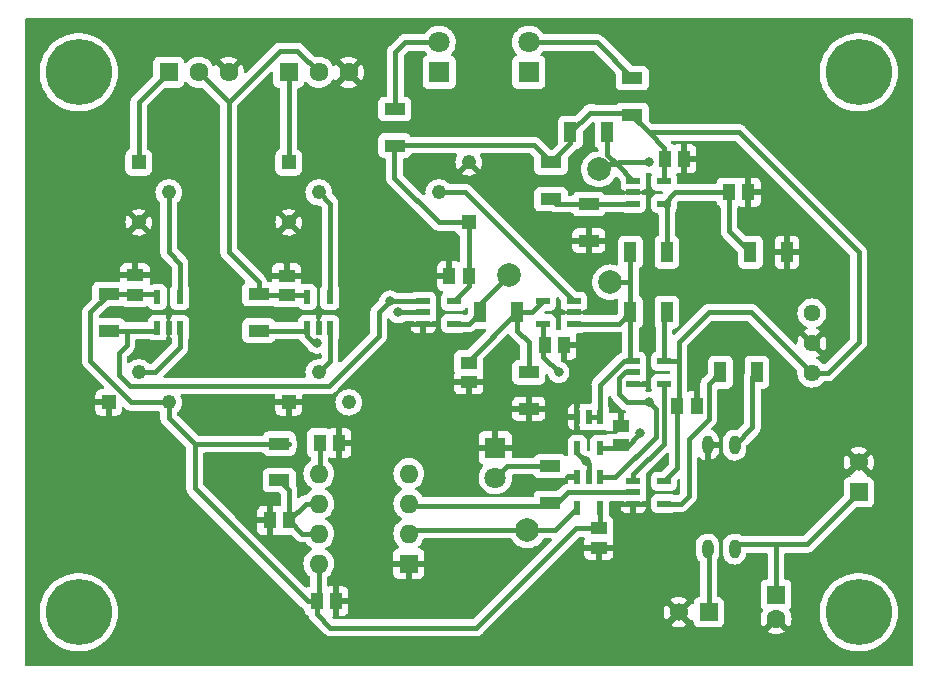
<source format=gbr>
%TF.GenerationSoftware,KiCad,Pcbnew,(6.0.8)*%
%TF.CreationDate,2023-01-11T15:29:56+01:00*%
%TF.ProjectId,BSPD,42535044-2e6b-4696-9361-645f70636258,rev?*%
%TF.SameCoordinates,Original*%
%TF.FileFunction,Copper,L1,Top*%
%TF.FilePolarity,Positive*%
%FSLAX46Y46*%
G04 Gerber Fmt 4.6, Leading zero omitted, Abs format (unit mm)*
G04 Created by KiCad (PCBNEW (6.0.8)) date 2023-01-11 15:29:56*
%MOMM*%
%LPD*%
G01*
G04 APERTURE LIST*
%TA.AperFunction,SMDPad,CuDef*%
%ADD10R,1.800000X1.050000*%
%TD*%
%TA.AperFunction,ComponentPad*%
%ADD11C,5.600000*%
%TD*%
%TA.AperFunction,SMDPad,CuDef*%
%ADD12R,0.600000X1.150000*%
%TD*%
%TA.AperFunction,SMDPad,CuDef*%
%ADD13R,1.070000X1.470000*%
%TD*%
%TA.AperFunction,SMDPad,CuDef*%
%ADD14R,1.150000X0.600000*%
%TD*%
%TA.AperFunction,ComponentPad*%
%ADD15R,1.530000X1.530000*%
%TD*%
%TA.AperFunction,ComponentPad*%
%ADD16C,1.530000*%
%TD*%
%TA.AperFunction,ComponentPad*%
%ADD17C,1.440000*%
%TD*%
%TA.AperFunction,ComponentPad*%
%ADD18R,1.217000X1.217000*%
%TD*%
%TA.AperFunction,ComponentPad*%
%ADD19C,1.217000*%
%TD*%
%TA.AperFunction,SMDPad,CuDef*%
%ADD20R,1.050000X1.800000*%
%TD*%
%TA.AperFunction,ComponentPad*%
%ADD21R,1.600000X1.600000*%
%TD*%
%TA.AperFunction,ComponentPad*%
%ADD22O,1.600000X1.600000*%
%TD*%
%TA.AperFunction,ComponentPad*%
%ADD23R,1.800000X1.800000*%
%TD*%
%TA.AperFunction,ComponentPad*%
%ADD24C,1.800000*%
%TD*%
%TA.AperFunction,SMDPad,CuDef*%
%ADD25R,1.470000X1.070000*%
%TD*%
%TA.AperFunction,SMDPad,CuDef*%
%ADD26O,0.950000X1.600000*%
%TD*%
%TA.AperFunction,SMDPad,CuDef*%
%ADD27C,2.000000*%
%TD*%
%TA.AperFunction,ComponentPad*%
%ADD28C,1.600000*%
%TD*%
%TA.AperFunction,ComponentPad*%
%ADD29R,1.610000X1.610000*%
%TD*%
%TA.AperFunction,ComponentPad*%
%ADD30C,1.610000*%
%TD*%
%TA.AperFunction,ViaPad*%
%ADD31C,0.800000*%
%TD*%
%TA.AperFunction,Conductor*%
%ADD32C,0.400000*%
%TD*%
%TA.AperFunction,Conductor*%
%ADD33C,0.250000*%
%TD*%
G04 APERTURE END LIST*
D10*
%TO.P,R16,1*%
%TO.N,+5V*%
X145937287Y-74709219D03*
%TO.P,R16,2*%
%TO.N,Net-(D2-Pad2)*%
X145937287Y-71609219D03*
%TD*%
%TO.P,R15,2*%
%TO.N,+5V*%
X125811056Y-77326009D03*
%TO.P,R15,1*%
%TO.N,Net-(D3-Pad2)*%
X125811056Y-74226009D03*
%TD*%
D11*
%TO.P,REF\u002A\u002A,1*%
%TO.N,N/C*%
X165100000Y-116840000D03*
%TD*%
D12*
%TO.P,G2,1,A*%
%TO.N,Del*%
X143190000Y-100300000D03*
%TO.P,G2,2,B*%
X142240000Y-100300000D03*
%TO.P,G2,3,GND*%
%TO.N,0*%
X141290000Y-100300000D03*
%TO.P,G2,4,Y*%
%TO.N,Net-(G2-Pad4)*%
X141290000Y-102900000D03*
%TO.P,G2,5,VCC*%
%TO.N,+5V*%
X143190000Y-102900000D03*
%TD*%
D13*
%TO.P,C7,1*%
%TO.N,+5V*%
X138510641Y-94192119D03*
%TO.P,C7,2*%
%TO.N,0*%
X140150641Y-94192119D03*
%TD*%
D11*
%TO.P,REF\u002A\u002A,1*%
%TO.N,N/C*%
X99060000Y-71120000D03*
%TD*%
D14*
%TO.P,G4,1,A*%
%TO.N,Del*%
X146020000Y-95570000D03*
%TO.P,G4,2,B*%
%TO.N,Trigg*%
X146020000Y-96520000D03*
%TO.P,G4,3,GND*%
%TO.N,0*%
X146020000Y-97470000D03*
%TO.P,G4,4,Y*%
%TO.N,Net-(G4-Pad4)*%
X148620000Y-97470000D03*
%TO.P,G4,5,VCC*%
%TO.N,+5V*%
X148620000Y-95570000D03*
%TD*%
D15*
%TO.P,J4,1,1*%
%TO.N,SC*%
X152400000Y-116840000D03*
D16*
%TO.P,J4,2,2*%
%TO.N,0*%
X149860000Y-116840000D03*
%TD*%
D17*
%TO.P,U1,1,+VIN*%
%TO.N,+12V*%
X161136000Y-91501500D03*
%TO.P,U1,2,GND*%
%TO.N,0*%
X161136000Y-94041500D03*
%TO.P,U1,3,+VOUT*%
%TO.N,+5V*%
X161136000Y-96581500D03*
%TD*%
D18*
%TO.P,RV5,1,CCW*%
%TO.N,0*%
X116840000Y-99060000D03*
D19*
%TO.P,RV5,2,WIPER*%
%TO.N,Net-(CP2-Pad3)*%
X119380000Y-96520000D03*
%TO.P,RV5,3,CW*%
%TO.N,+5V*%
X121920000Y-99060000D03*
%TD*%
D20*
%TO.P,R2,1*%
%TO.N,Logic out*%
X133070000Y-91440000D03*
%TO.P,R2,2*%
%TO.N,Net-(C1-Pad1)*%
X136170000Y-91440000D03*
%TD*%
D14*
%TO.P,G5,1,A*%
%TO.N,Net-(G4-Pad4)*%
X146020000Y-105730000D03*
%TO.P,G5,2,B*%
%TO.N,StayAlive*%
X146020000Y-106680000D03*
%TO.P,G5,3,GND*%
%TO.N,0*%
X146020000Y-107630000D03*
%TO.P,G5,4,Y*%
%TO.N,BSPDE*%
X148620000Y-107630000D03*
%TO.P,G5,5,VCC*%
%TO.N,+5V*%
X148620000Y-105730000D03*
%TD*%
D10*
%TO.P,R4,1*%
%TO.N,+5V*%
X139052725Y-78749257D03*
%TO.P,R4,2*%
%TO.N,Net-(CP4-Pad3)*%
X139052725Y-81849257D03*
%TD*%
D21*
%TO.P,TI1,1,GND*%
%TO.N,0*%
X127008945Y-112718181D03*
D22*
%TO.P,TI1,2,TRIGGER*%
%TO.N,Trigg Signal*%
X127008945Y-110178181D03*
%TO.P,TI1,3,OUTPUT*%
%TO.N,StayAlive*%
X127008945Y-107638181D03*
%TO.P,TI1,4,RESET*%
%TO.N,Net-(G2-Pad4)*%
X127008945Y-105098181D03*
%TO.P,TI1,5,CONTROL_VOLTAGE*%
%TO.N,Net-(C3-Pad2)*%
X119388945Y-105098181D03*
%TO.P,TI1,6,THRESHOLD*%
%TO.N,Net-(C4-Pad1)*%
X119388945Y-107638181D03*
%TO.P,TI1,7,DISCHARGE*%
X119388945Y-110178181D03*
%TO.P,TI1,8,+VCC*%
%TO.N,+5V*%
X119388945Y-112718181D03*
%TD*%
D23*
%TO.P,D1,1,K*%
%TO.N,0*%
X134330177Y-102896180D03*
D24*
%TO.P,D1,2,A*%
%TO.N,Net-(D1-Pad2)*%
X134330177Y-105436180D03*
%TD*%
D12*
%TO.P,G3,1,A*%
%TO.N,Trigg*%
X143190000Y-105380000D03*
%TO.P,G3,2,B*%
%TO.N,Net-(G2-Pad4)*%
X142240000Y-105380000D03*
%TO.P,G3,3,GND*%
%TO.N,0*%
X141290000Y-105380000D03*
%TO.P,G3,4,Y*%
%TO.N,Trigg Signal*%
X141290000Y-107980000D03*
%TO.P,G3,5,VCC*%
%TO.N,+5V*%
X143190000Y-107980000D03*
%TD*%
%TO.P,CP1,1,OUT*%
%TO.N,Net-(CP1-Pad1)*%
X105730000Y-92740000D03*
%TO.P,CP1,2,VCC-*%
%TO.N,0*%
X106680000Y-92740000D03*
%TO.P,CP1,3,IN-*%
%TO.N,Net-(CP1-Pad3)*%
X107630000Y-92740000D03*
%TO.P,CP1,4,IN+*%
%TO.N,Net-(CP1-Pad4)*%
X107630000Y-90140000D03*
%TO.P,CP1,5,VCC+*%
%TO.N,+5V*%
X105730000Y-90140000D03*
%TD*%
D25*
%TO.P,C10,1*%
%TO.N,+5V*%
X144996793Y-102678091D03*
%TO.P,C10,2*%
%TO.N,0*%
X144996793Y-101038091D03*
%TD*%
%TO.P,C14,1*%
%TO.N,+5V*%
X103826525Y-89941713D03*
%TO.P,C14,2*%
%TO.N,0*%
X103826525Y-88301713D03*
%TD*%
D20*
%TO.P,R7,1*%
%TO.N,Del*%
X145770000Y-86360000D03*
%TO.P,R7,2*%
%TO.N,Net-(C2-Pad1)*%
X148870000Y-86360000D03*
%TD*%
D13*
%TO.P,C13,1*%
%TO.N,+5V*%
X149745317Y-99377893D03*
%TO.P,C13,2*%
%TO.N,0*%
X151385317Y-99377893D03*
%TD*%
D26*
%TO.P,K1,1,+_CONTROL*%
%TO.N,Net-(K1-Pad1)*%
X154589465Y-102681097D03*
%TO.P,K1,2,-_CONTROL*%
%TO.N,0*%
X152303465Y-102681097D03*
%TO.P,K1,3,LOAD_1*%
%TO.N,SC*%
X152303465Y-111481097D03*
%TO.P,K1,4,LOAD_2*%
%TO.N,+12V*%
X154589465Y-111481097D03*
%TD*%
D27*
%TO.P,TP3,1,1*%
%TO.N,Del*%
X144055444Y-88887924D03*
%TD*%
D11*
%TO.P,REF\u002A\u002A,1*%
%TO.N,N/C*%
X165100000Y-71120000D03*
%TD*%
D18*
%TO.P,RV1,1,CCW*%
%TO.N,Current Sensor IN*%
X104140000Y-78740000D03*
D19*
%TO.P,RV1,2,WIPER*%
%TO.N,Net-(CP1-Pad4)*%
X106680000Y-81280000D03*
%TO.P,RV1,3,CW*%
%TO.N,0*%
X104140000Y-83820000D03*
%TD*%
D18*
%TO.P,RV4,1,CCW*%
%TO.N,0*%
X101600000Y-99060000D03*
D19*
%TO.P,RV4,2,WIPER*%
%TO.N,Net-(CP1-Pad3)*%
X104140000Y-96520000D03*
%TO.P,RV4,3,CW*%
%TO.N,+5V*%
X106680000Y-99060000D03*
%TD*%
D20*
%TO.P,R8,1*%
%TO.N,0*%
X159030000Y-86360000D03*
%TO.P,R8,2*%
%TO.N,Net-(C2-Pad1)*%
X155930000Y-86360000D03*
%TD*%
D13*
%TO.P,C11,1*%
%TO.N,+5V*%
X148666660Y-78426525D03*
%TO.P,C11,2*%
%TO.N,0*%
X150306660Y-78426525D03*
%TD*%
D20*
%TO.P,R1,1*%
%TO.N,Del*%
X145770000Y-91440000D03*
%TO.P,R1,2*%
%TO.N,+5V*%
X148870000Y-91440000D03*
%TD*%
D13*
%TO.P,C2,1*%
%TO.N,Net-(C2-Pad1)*%
X154120000Y-81280000D03*
%TO.P,C2,2*%
%TO.N,0*%
X155760000Y-81280000D03*
%TD*%
D18*
%TO.P,RV2,1,CCW*%
%TO.N,BPS Signal*%
X116840000Y-78740000D03*
D19*
%TO.P,RV2,2,WIPER*%
%TO.N,Net-(CP2-Pad4)*%
X119380000Y-81280000D03*
%TO.P,RV2,3,CW*%
%TO.N,0*%
X116840000Y-83820000D03*
%TD*%
D10*
%TO.P,R11,1*%
%TO.N,Net-(C4-Pad1)*%
X116054103Y-105661595D03*
%TO.P,R11,2*%
%TO.N,+5V*%
X116054103Y-102561595D03*
%TD*%
D11*
%TO.P,REF\u002A\u002A,1*%
%TO.N,N/C*%
X99060000Y-116840000D03*
%TD*%
D23*
%TO.P,D2,1,K*%
%TO.N,Net-(CP2-Pad1)*%
X137160000Y-71120000D03*
D24*
%TO.P,D2,2,A*%
%TO.N,Net-(D2-Pad2)*%
X137160000Y-68580000D03*
%TD*%
D15*
%TO.P,J3,1,1*%
%TO.N,+12V*%
X165100000Y-106680000D03*
D16*
%TO.P,J3,2,2*%
%TO.N,0*%
X165100000Y-104140000D03*
%TD*%
D20*
%TO.P,R12,1*%
%TO.N,Net-(K1-Pad1)*%
X156490000Y-96520000D03*
%TO.P,R12,2*%
%TO.N,BSPDE*%
X153390000Y-96520000D03*
%TD*%
D23*
%TO.P,D3,1,K*%
%TO.N,Net-(CP1-Pad1)*%
X129579341Y-71120000D03*
D24*
%TO.P,D3,2,A*%
%TO.N,Net-(D3-Pad2)*%
X129579341Y-68580000D03*
%TD*%
D10*
%TO.P,R14,1*%
%TO.N,Net-(D1-Pad2)*%
X138991482Y-104461767D03*
%TO.P,R14,2*%
%TO.N,StayAlive*%
X138991482Y-107561767D03*
%TD*%
D13*
%TO.P,C6,1*%
%TO.N,+5V*%
X119216769Y-115893642D03*
%TO.P,C6,2*%
%TO.N,0*%
X120856769Y-115893642D03*
%TD*%
D27*
%TO.P,TP1,1,1*%
%TO.N,Trigg Signal*%
X137051316Y-109908327D03*
%TD*%
D10*
%TO.P,R3,1*%
%TO.N,0*%
X137160000Y-99620000D03*
%TO.P,R3,2*%
%TO.N,Net-(C1-Pad1)*%
X137160000Y-96520000D03*
%TD*%
D20*
%TO.P,R6,1*%
%TO.N,Trigg*%
X143790000Y-76200000D03*
%TO.P,R6,2*%
%TO.N,+5V*%
X140690000Y-76200000D03*
%TD*%
D21*
%TO.P,C5,1*%
%TO.N,+12V*%
X158103366Y-115370154D03*
D28*
%TO.P,C5,2*%
%TO.N,0*%
X158103366Y-117370154D03*
%TD*%
D25*
%TO.P,C12,1*%
%TO.N,+5V*%
X116657137Y-89974906D03*
%TO.P,C12,2*%
%TO.N,0*%
X116657137Y-88334906D03*
%TD*%
D29*
%TO.P,J2,1,1*%
%TO.N,BPS Signal*%
X116840000Y-71120000D03*
D30*
%TO.P,J2,2,2*%
%TO.N,+5V*%
X119380000Y-71120000D03*
%TO.P,J2,3,3*%
%TO.N,0*%
X121920000Y-71120000D03*
%TD*%
D14*
%TO.P,CP3,1,OUT*%
%TO.N,Del*%
X141000000Y-92390000D03*
%TO.P,CP3,2,VCC-*%
%TO.N,0*%
X141000000Y-91440000D03*
%TO.P,CP3,3,IN-*%
%TO.N,Net-(CP3-Pad3)*%
X141000000Y-90490000D03*
%TO.P,CP3,4,IN+*%
%TO.N,Net-(C1-Pad1)*%
X138400000Y-90490000D03*
%TO.P,CP3,5,VCC+*%
%TO.N,+5V*%
X138400000Y-92390000D03*
%TD*%
D13*
%TO.P,C8,1*%
%TO.N,+5V*%
X132070780Y-88369796D03*
%TO.P,C8,2*%
%TO.N,0*%
X130430780Y-88369796D03*
%TD*%
D19*
%TO.P,RV3,3,CW*%
%TO.N,0*%
X132080000Y-78740000D03*
%TO.P,RV3,2,WIPER*%
%TO.N,Net-(CP3-Pad3)*%
X129540000Y-81280000D03*
D18*
%TO.P,RV3,1,CCW*%
%TO.N,+5V*%
X132080000Y-83820000D03*
%TD*%
D13*
%TO.P,C4,1*%
%TO.N,Net-(C4-Pad1)*%
X116861316Y-109064947D03*
%TO.P,C4,2*%
%TO.N,0*%
X115221316Y-109064947D03*
%TD*%
D14*
%TO.P,CP4,1,OUT*%
%TO.N,Trigg*%
X146020000Y-80330000D03*
%TO.P,CP4,2,VCC-*%
%TO.N,0*%
X146020000Y-81280000D03*
%TO.P,CP4,3,IN-*%
%TO.N,Net-(CP4-Pad3)*%
X146020000Y-82230000D03*
%TO.P,CP4,4,IN+*%
%TO.N,Net-(C2-Pad1)*%
X148620000Y-82230000D03*
%TO.P,CP4,5,VCC+*%
%TO.N,+5V*%
X148620000Y-80330000D03*
%TD*%
D10*
%TO.P,R10,1*%
%TO.N,Net-(CP2-Pad1)*%
X114300000Y-92990000D03*
%TO.P,R10,2*%
%TO.N,+5V*%
X114300000Y-89890000D03*
%TD*%
D25*
%TO.P,C1,1*%
%TO.N,Net-(C1-Pad1)*%
X132080000Y-95700000D03*
%TO.P,C1,2*%
%TO.N,0*%
X132080000Y-97340000D03*
%TD*%
D10*
%TO.P,R9,1*%
%TO.N,Net-(CP1-Pad1)*%
X101600000Y-92990000D03*
%TO.P,R9,2*%
%TO.N,+5V*%
X101600000Y-89890000D03*
%TD*%
D14*
%TO.P,G1,1,A*%
%TO.N,Net-(CP1-Pad1)*%
X128240000Y-90490000D03*
%TO.P,G1,2,B*%
%TO.N,Net-(CP2-Pad1)*%
X128240000Y-91440000D03*
%TO.P,G1,3,GND*%
%TO.N,0*%
X128240000Y-92390000D03*
%TO.P,G1,4,Y*%
%TO.N,Logic out*%
X130840000Y-92390000D03*
%TO.P,G1,5,VCC*%
%TO.N,+5V*%
X130840000Y-90490000D03*
%TD*%
D29*
%TO.P,J1,1,1*%
%TO.N,Current Sensor IN*%
X106680000Y-71120000D03*
D30*
%TO.P,J1,2,2*%
%TO.N,+5V*%
X109220000Y-71120000D03*
%TO.P,J1,3,3*%
%TO.N,0*%
X111760000Y-71120000D03*
%TD*%
D27*
%TO.P,TP4,1,1*%
%TO.N,Logic out*%
X135489466Y-88320355D03*
%TD*%
D12*
%TO.P,CP2,1,OUT*%
%TO.N,Net-(CP2-Pad1)*%
X118430000Y-92740000D03*
%TO.P,CP2,2,VCC-*%
%TO.N,0*%
X119380000Y-92740000D03*
%TO.P,CP2,3,IN-*%
%TO.N,Net-(CP2-Pad3)*%
X120330000Y-92740000D03*
%TO.P,CP2,4,IN+*%
%TO.N,Net-(CP2-Pad4)*%
X120330000Y-90140000D03*
%TO.P,CP2,5,VCC+*%
%TO.N,+5V*%
X118430000Y-90140000D03*
%TD*%
D27*
%TO.P,TP2,1,1*%
%TO.N,Trigg*%
X143095409Y-79329644D03*
%TD*%
D25*
%TO.P,C9,1*%
%TO.N,+5V*%
X143081373Y-109735008D03*
%TO.P,C9,2*%
%TO.N,0*%
X143081373Y-111375008D03*
%TD*%
D13*
%TO.P,C3,1*%
%TO.N,0*%
X121101379Y-102505323D03*
%TO.P,C3,2*%
%TO.N,Net-(C3-Pad2)*%
X119461379Y-102505323D03*
%TD*%
D10*
%TO.P,R5,1*%
%TO.N,Net-(CP4-Pad3)*%
X142240000Y-82270000D03*
%TO.P,R5,2*%
%TO.N,0*%
X142240000Y-85370000D03*
%TD*%
D31*
%TO.N,Net-(CP1-Pad1)*%
X125410000Y-90490000D03*
%TO.N,+5V*%
X146595500Y-101692134D03*
X139700000Y-96520000D03*
%TO.N,Net-(CP2-Pad1)*%
X119251221Y-94028303D03*
X126133745Y-91453326D03*
%TO.N,Trigg*%
X147320000Y-99060000D03*
X147320000Y-78740000D03*
%TO.N,Net-(G2-Pad4)*%
X141991185Y-104052914D03*
%TD*%
D32*
%TO.N,Net-(D3-Pad2)*%
X125858486Y-74178579D02*
X125811056Y-74226009D01*
X125858486Y-69404320D02*
X125858486Y-74178579D01*
X126682806Y-68580000D02*
X125858486Y-69404320D01*
X129579341Y-68580000D02*
X126682806Y-68580000D01*
%TO.N,+5V*%
X125793257Y-80073257D02*
X125793257Y-77343808D01*
X125793257Y-77343808D02*
X125811056Y-77326009D01*
X132080000Y-83820000D02*
X129540000Y-83820000D01*
X129540000Y-83820000D02*
X125793257Y-80073257D01*
X137586307Y-77282839D02*
X139052725Y-78749257D01*
X125854226Y-77282839D02*
X137586307Y-77282839D01*
X125811056Y-77326009D02*
X125854226Y-77282839D01*
%TO.N,Net-(D2-Pad2)*%
X142908068Y-68580000D02*
X145937287Y-71609219D01*
X137160000Y-68580000D02*
X142908068Y-68580000D01*
%TO.N,Net-(C1-Pad1)*%
X137160000Y-93980000D02*
X137160000Y-96520000D01*
X137450000Y-91440000D02*
X138400000Y-90490000D01*
X136170000Y-91440000D02*
X136170000Y-92990000D01*
X136170000Y-92990000D02*
X137160000Y-93980000D01*
X136170000Y-91440000D02*
X137450000Y-91440000D01*
X136170000Y-91440000D02*
X132080000Y-95530000D01*
D33*
%TO.N,0*%
X144434884Y-101600000D02*
X142240000Y-101600000D01*
X144996793Y-101038091D02*
X144434884Y-101600000D01*
D32*
%TO.N,Net-(C2-Pad1)*%
X154120000Y-81280000D02*
X154120000Y-84550000D01*
X154120000Y-81280000D02*
X149570000Y-81280000D01*
X149570000Y-81280000D02*
X148620000Y-82230000D01*
X148870000Y-86360000D02*
X148870000Y-82480000D01*
X148870000Y-82480000D02*
X148620000Y-82230000D01*
X154120000Y-84550000D02*
X155930000Y-86360000D01*
%TO.N,Net-(C3-Pad2)*%
X119461379Y-102505323D02*
X119461379Y-105025747D01*
X119461379Y-105025747D02*
X119388945Y-105098181D01*
%TO.N,Net-(C4-Pad1)*%
X119388945Y-107638181D02*
X118288082Y-107638181D01*
X116861316Y-109064947D02*
X116861316Y-106468808D01*
X116861316Y-106468808D02*
X116054103Y-105661595D01*
X118288082Y-107638181D02*
X116861316Y-109064947D01*
X119388945Y-110178181D02*
X117974550Y-110178181D01*
X117974550Y-110178181D02*
X116861316Y-109064947D01*
%TO.N,Net-(CP1-Pad1)*%
X103150000Y-92990000D02*
X105480000Y-92990000D01*
X101600000Y-92990000D02*
X103150000Y-92990000D01*
X124460000Y-93445000D02*
X124460000Y-91440000D01*
X103150000Y-92990000D02*
X103150000Y-94179002D01*
X102449431Y-96723694D02*
X103393981Y-97668244D01*
X120236756Y-97668244D02*
X124460000Y-93445000D01*
X103150000Y-94179002D02*
X102449431Y-94879571D01*
X102449431Y-94879571D02*
X102449431Y-96723694D01*
X125410000Y-90490000D02*
X128240000Y-90490000D01*
X124460000Y-91440000D02*
X125410000Y-90490000D01*
X103393981Y-97668244D02*
X120236756Y-97668244D01*
X105480000Y-92990000D02*
X105730000Y-92740000D01*
%TO.N,Net-(CP1-Pad3)*%
X107630000Y-94372683D02*
X107630000Y-92740000D01*
X105482683Y-96520000D02*
X107630000Y-94372683D01*
X104140000Y-96520000D02*
X105482683Y-96520000D01*
%TO.N,Net-(CP1-Pad4)*%
X106680000Y-81280000D02*
X106680000Y-86360000D01*
X106680000Y-86360000D02*
X107630000Y-87310000D01*
X107630000Y-87310000D02*
X107630000Y-90140000D01*
%TO.N,+5V*%
X116840000Y-102590000D02*
X108889831Y-102590000D01*
X146595500Y-101692134D02*
X145387634Y-102900000D01*
X114300000Y-88900000D02*
X111760000Y-86360000D01*
X119388945Y-112718181D02*
X119388945Y-115721466D01*
X140690000Y-76200000D02*
X142355167Y-74534833D01*
X114384906Y-89974906D02*
X118264906Y-89974906D01*
X149860000Y-93980000D02*
X152400000Y-91440000D01*
X101600000Y-89890000D02*
X100050000Y-91440000D01*
X100050000Y-91440000D02*
X100050000Y-95583663D01*
X139052725Y-78749257D02*
X140690000Y-77111982D01*
X154940000Y-76200000D02*
X165100000Y-86360000D01*
X132080000Y-83820000D02*
X132080000Y-89250000D01*
X142563397Y-74534833D02*
X142584865Y-74556301D01*
X152400000Y-91440000D02*
X155994500Y-91440000D01*
X119216769Y-115893642D02*
X118433642Y-115893642D01*
X119388945Y-115721466D02*
X119216769Y-115893642D01*
X148620000Y-77500000D02*
X148620000Y-80330000D01*
X132740444Y-118127746D02*
X120379223Y-118127746D01*
X105480000Y-89890000D02*
X105730000Y-90140000D01*
X147320000Y-76200000D02*
X154940000Y-76200000D01*
X143081373Y-109735008D02*
X141133182Y-109735008D01*
X149879807Y-95569251D02*
X148910749Y-95569251D01*
X138400000Y-95220000D02*
X138400000Y-92390000D01*
X108889831Y-106349831D02*
X108889831Y-102590000D01*
X165100000Y-93980000D02*
X162498500Y-96581500D01*
X149860000Y-99263210D02*
X149860000Y-93980000D01*
X106680000Y-100380169D02*
X108889831Y-102590000D01*
X148620000Y-95570000D02*
X148620000Y-91690000D01*
X117568995Y-69308995D02*
X119380000Y-71120000D01*
X142355167Y-74534833D02*
X142563397Y-74534833D01*
X118433642Y-115893642D02*
X108889831Y-106349831D01*
X143190000Y-107980000D02*
X143190000Y-109626381D01*
X103526337Y-99060000D02*
X106680000Y-99060000D01*
X132080000Y-89250000D02*
X130840000Y-90490000D01*
X120379223Y-118127746D02*
X119216769Y-116965292D01*
X111760000Y-73660000D02*
X116111005Y-69308995D01*
X140690000Y-77111982D02*
X140690000Y-76200000D01*
X155994500Y-91440000D02*
X161136000Y-96581500D01*
X139700000Y-96520000D02*
X138400000Y-95220000D01*
X145387634Y-102900000D02*
X143190000Y-102900000D01*
X145676301Y-74556301D02*
X147320000Y-76200000D01*
X119216769Y-116965292D02*
X119216769Y-115893642D01*
X165100000Y-86360000D02*
X165100000Y-93980000D01*
X148620000Y-105730000D02*
X149735532Y-104614468D01*
X147320000Y-76200000D02*
X148620000Y-77500000D01*
X114300000Y-89890000D02*
X114384906Y-89974906D01*
X118264906Y-89974906D02*
X118430000Y-90140000D01*
X141133182Y-109735008D02*
X132740444Y-118127746D01*
X100050000Y-95583663D02*
X103526337Y-99060000D01*
X116111005Y-69308995D02*
X117568995Y-69308995D01*
X114300000Y-89890000D02*
X114300000Y-88900000D01*
X101600000Y-89890000D02*
X105480000Y-89890000D01*
X162498500Y-96581500D02*
X161136000Y-96581500D01*
X106680000Y-99060000D02*
X106680000Y-100380169D01*
X142584865Y-74556301D02*
X145676301Y-74556301D01*
X111760000Y-73660000D02*
X109220000Y-71120000D01*
X118231610Y-89941610D02*
X118430000Y-90140000D01*
X149735532Y-104614468D02*
X149735532Y-99387678D01*
X111760000Y-86360000D02*
X111760000Y-73660000D01*
%TO.N,Net-(CP2-Pad1)*%
X114300000Y-92990000D02*
X118180000Y-92990000D01*
X128240000Y-91440000D02*
X126147071Y-91440000D01*
X119251221Y-94028303D02*
X118993303Y-94028303D01*
X118430000Y-93465000D02*
X118430000Y-92740000D01*
X126147071Y-91440000D02*
X126133745Y-91453326D01*
X118993303Y-94028303D02*
X118430000Y-93465000D01*
X118180000Y-92990000D02*
X118430000Y-92740000D01*
%TO.N,Net-(CP2-Pad3)*%
X120330000Y-95570000D02*
X120330000Y-92740000D01*
X119380000Y-96520000D02*
X120330000Y-95570000D01*
%TO.N,Net-(CP2-Pad4)*%
X120330000Y-82230000D02*
X119380000Y-81280000D01*
X120330000Y-90140000D02*
X120330000Y-82230000D01*
%TO.N,Del*%
X146020000Y-95570000D02*
X145195000Y-95570000D01*
X145195000Y-95570000D02*
X143190000Y-97575000D01*
X143190000Y-97575000D02*
X143190000Y-100300000D01*
X144820000Y-92390000D02*
X145770000Y-91440000D01*
X145770000Y-95320000D02*
X146020000Y-95570000D01*
X145770000Y-88936453D02*
X145770000Y-86360000D01*
X142240000Y-100300000D02*
X143190000Y-100300000D01*
X145721471Y-88887924D02*
X145770000Y-88936453D01*
X144055444Y-88887924D02*
X145721471Y-88887924D01*
X145770000Y-91440000D02*
X145770000Y-95320000D01*
X141000000Y-92390000D02*
X144820000Y-92390000D01*
X145770000Y-91440000D02*
X145770000Y-88936453D01*
%TO.N,Net-(CP3-Pad3)*%
X131790000Y-81280000D02*
X141000000Y-90490000D01*
X129540000Y-81280000D02*
X131790000Y-81280000D01*
%TO.N,Trigg*%
X147907694Y-101962277D02*
X144489971Y-105380000D01*
X144489971Y-105380000D02*
X143190000Y-105380000D01*
X144605000Y-78915000D02*
X146020000Y-80330000D01*
X144832139Y-98393394D02*
X145498745Y-99060000D01*
X147907694Y-99647694D02*
X147907694Y-101962277D01*
X146020000Y-96520000D02*
X145295000Y-96520000D01*
X147320000Y-99060000D02*
X147907694Y-99647694D01*
X145498745Y-99060000D02*
X147320000Y-99060000D01*
X144605000Y-78915000D02*
X144780000Y-78740000D01*
X143790000Y-76200000D02*
X143790000Y-78100000D01*
X145295000Y-96520000D02*
X144832139Y-96982861D01*
X143510053Y-78915000D02*
X144605000Y-78915000D01*
X144832139Y-96982861D02*
X144832139Y-98393394D01*
X143790000Y-78100000D02*
X144605000Y-78915000D01*
X144780000Y-78740000D02*
X147320000Y-78740000D01*
%TO.N,Net-(CP4-Pad3)*%
X139473468Y-82270000D02*
X139052725Y-81849257D01*
X142240000Y-82270000D02*
X139473468Y-82270000D01*
X146020000Y-82230000D02*
X142280000Y-82230000D01*
%TO.N,Logic out*%
X135489466Y-88320355D02*
X133070000Y-90739821D01*
X130840000Y-92390000D02*
X132120000Y-92390000D01*
X132120000Y-92390000D02*
X133070000Y-91440000D01*
%TO.N,Net-(G2-Pad4)*%
X141991185Y-104052914D02*
X141290000Y-103351729D01*
X141290000Y-103351729D02*
X141290000Y-102900000D01*
X142240000Y-104301729D02*
X142240000Y-105380000D01*
X141991185Y-104052914D02*
X142240000Y-104301729D01*
%TO.N,Trigg Signal*%
X139415000Y-109855000D02*
X127332126Y-109855000D01*
X127332126Y-109855000D02*
X127008945Y-110178181D01*
X141290000Y-107980000D02*
X139415000Y-109855000D01*
%TO.N,Net-(G4-Pad4)*%
X146020000Y-105155000D02*
X146020000Y-105730000D01*
X148620000Y-102555000D02*
X146020000Y-105155000D01*
X148620000Y-97470000D02*
X148620000Y-102555000D01*
%TO.N,StayAlive*%
X140472763Y-106680000D02*
X139341684Y-107811079D01*
X146020000Y-106680000D02*
X140472763Y-106680000D01*
X139341684Y-107811079D02*
X127181843Y-107811079D01*
X127181843Y-107811079D02*
X127008945Y-107638181D01*
%TO.N,BSPDE*%
X152400000Y-100484434D02*
X150705635Y-102178799D01*
X150705635Y-106959365D02*
X150035000Y-107630000D01*
X150035000Y-107630000D02*
X148620000Y-107630000D01*
X150705635Y-102178799D02*
X150705635Y-106959365D01*
X152400000Y-97510000D02*
X152400000Y-100484434D01*
X153390000Y-96520000D02*
X152400000Y-97510000D01*
%TO.N,Current Sensor IN*%
X104140000Y-73660000D02*
X104140000Y-78740000D01*
X106680000Y-71120000D02*
X104140000Y-73660000D01*
%TO.N,BPS Signal*%
X116840000Y-71120000D02*
X116840000Y-78740000D01*
%TO.N,+12V*%
X158103366Y-115370154D02*
X158103366Y-111136634D01*
X160700000Y-111080000D02*
X165100000Y-106680000D01*
X154990562Y-111080000D02*
X158160000Y-111080000D01*
X154589465Y-111481097D02*
X154990562Y-111080000D01*
X158103366Y-111136634D02*
X158160000Y-111080000D01*
X158160000Y-111080000D02*
X160700000Y-111080000D01*
%TO.N,SC*%
X152303465Y-111481097D02*
X152400000Y-111577632D01*
X152400000Y-111577632D02*
X152400000Y-116840000D01*
%TO.N,Net-(K1-Pad1)*%
X156083000Y-96927000D02*
X156490000Y-96520000D01*
X156083000Y-101187562D02*
X156083000Y-96927000D01*
X154589465Y-102681097D02*
X156083000Y-101187562D01*
%TO.N,Net-(D1-Pad2)*%
X135304590Y-104461767D02*
X134330177Y-105436180D01*
X138991482Y-104461767D02*
X135304590Y-104461767D01*
%TD*%
%TA.AperFunction,Conductor*%
%TO.N,0*%
G36*
X169613621Y-66568502D02*
G01*
X169660114Y-66622158D01*
X169671500Y-66674500D01*
X169671500Y-121285500D01*
X169651498Y-121353621D01*
X169597842Y-121400114D01*
X169545500Y-121411500D01*
X94614500Y-121411500D01*
X94546379Y-121391498D01*
X94499886Y-121337842D01*
X94488500Y-121285500D01*
X94488500Y-116828434D01*
X95746661Y-116828434D01*
X95746833Y-116831829D01*
X95746833Y-116831830D01*
X95764620Y-117182945D01*
X95764792Y-117186340D01*
X95765329Y-117189695D01*
X95765330Y-117189701D01*
X95788542Y-117334620D01*
X95821470Y-117540195D01*
X95916033Y-117885859D01*
X96047374Y-118219288D01*
X96078151Y-118277909D01*
X96196896Y-118504085D01*
X96213957Y-118536582D01*
X96215858Y-118539411D01*
X96215864Y-118539421D01*
X96361895Y-118756736D01*
X96413834Y-118834029D01*
X96644665Y-119108150D01*
X96903751Y-119355738D01*
X97188061Y-119573897D01*
X97220056Y-119593350D01*
X97491355Y-119758303D01*
X97491360Y-119758306D01*
X97494270Y-119760075D01*
X97497358Y-119761521D01*
X97497357Y-119761521D01*
X97815710Y-119910649D01*
X97815720Y-119910653D01*
X97818794Y-119912093D01*
X97822012Y-119913195D01*
X97822015Y-119913196D01*
X98154615Y-120027071D01*
X98154623Y-120027073D01*
X98157838Y-120028174D01*
X98507435Y-120106959D01*
X98559728Y-120112917D01*
X98860114Y-120147142D01*
X98860122Y-120147142D01*
X98863497Y-120147527D01*
X98866901Y-120147545D01*
X98866904Y-120147545D01*
X99061227Y-120148562D01*
X99221857Y-120149403D01*
X99225243Y-120149053D01*
X99225245Y-120149053D01*
X99574932Y-120112917D01*
X99574941Y-120112916D01*
X99578324Y-120112566D01*
X99581657Y-120111852D01*
X99581660Y-120111851D01*
X99754186Y-120074864D01*
X99928727Y-120037446D01*
X100268968Y-119924922D01*
X100595066Y-119776311D01*
X100689052Y-119720506D01*
X100900262Y-119595099D01*
X100900267Y-119595096D01*
X100903207Y-119593350D01*
X101189786Y-119378180D01*
X101451451Y-119133319D01*
X101685140Y-118861630D01*
X101825481Y-118657432D01*
X101886190Y-118569101D01*
X101886195Y-118569094D01*
X101888120Y-118566292D01*
X101889732Y-118563298D01*
X101889737Y-118563290D01*
X102056395Y-118253772D01*
X102058017Y-118250760D01*
X102192842Y-117918724D01*
X102197640Y-117901883D01*
X102250785Y-117715316D01*
X102291020Y-117574070D01*
X102297477Y-117536294D01*
X102350829Y-117224175D01*
X102350829Y-117224173D01*
X102351401Y-117220828D01*
X102352138Y-117208790D01*
X102373168Y-116864928D01*
X102373278Y-116863131D01*
X102373316Y-116852265D01*
X102373353Y-116841819D01*
X102373353Y-116841806D01*
X102373359Y-116840000D01*
X102353979Y-116482159D01*
X102296066Y-116128505D01*
X102200297Y-115783173D01*
X102198664Y-115779068D01*
X102069052Y-115453369D01*
X102067793Y-115450205D01*
X102037768Y-115393498D01*
X101901702Y-115136513D01*
X101901698Y-115136506D01*
X101900103Y-115133494D01*
X101699190Y-114836746D01*
X101659850Y-114790357D01*
X101552852Y-114664190D01*
X101467403Y-114563432D01*
X101235154Y-114343037D01*
X101209921Y-114319091D01*
X101209920Y-114319090D01*
X101207454Y-114316750D01*
X100955648Y-114124925D01*
X100925091Y-114101647D01*
X100925089Y-114101646D01*
X100922384Y-114099585D01*
X100919472Y-114097828D01*
X100919467Y-114097825D01*
X100618443Y-113916236D01*
X100618437Y-113916233D01*
X100615528Y-113914478D01*
X100290475Y-113763593D01*
X100120752Y-113706145D01*
X99954255Y-113649789D01*
X99954250Y-113649788D01*
X99951028Y-113648697D01*
X99752681Y-113604724D01*
X99604493Y-113571871D01*
X99604487Y-113571870D01*
X99601158Y-113571132D01*
X99597769Y-113570758D01*
X99597764Y-113570757D01*
X99248338Y-113532180D01*
X99248333Y-113532180D01*
X99244957Y-113531807D01*
X99241558Y-113531801D01*
X99241557Y-113531801D01*
X99072080Y-113531505D01*
X98886592Y-113531182D01*
X98773413Y-113543277D01*
X98533639Y-113568901D01*
X98533631Y-113568902D01*
X98530256Y-113569263D01*
X98180117Y-113645606D01*
X97840271Y-113759317D01*
X97837178Y-113760739D01*
X97837177Y-113760740D01*
X97714994Y-113816938D01*
X97514694Y-113909066D01*
X97511760Y-113910822D01*
X97511758Y-113910823D01*
X97249876Y-114067556D01*
X97207193Y-114093101D01*
X97204467Y-114095163D01*
X97204465Y-114095164D01*
X97047240Y-114214073D01*
X96921367Y-114309270D01*
X96918882Y-114311612D01*
X96918877Y-114311616D01*
X96897398Y-114331857D01*
X96660559Y-114555043D01*
X96427819Y-114827546D01*
X96425900Y-114830358D01*
X96425897Y-114830363D01*
X96374988Y-114904993D01*
X96225871Y-115123591D01*
X96057077Y-115439714D01*
X95923411Y-115772218D01*
X95922491Y-115775492D01*
X95922489Y-115775497D01*
X95867103Y-115972540D01*
X95826437Y-116117213D01*
X95825875Y-116120570D01*
X95825875Y-116120571D01*
X95768946Y-116460770D01*
X95767290Y-116470663D01*
X95746661Y-116828434D01*
X94488500Y-116828434D01*
X94488500Y-99713169D01*
X100483501Y-99713169D01*
X100483871Y-99719990D01*
X100489395Y-99770852D01*
X100493021Y-99786104D01*
X100538176Y-99906554D01*
X100546714Y-99922149D01*
X100623215Y-100024224D01*
X100635776Y-100036785D01*
X100737851Y-100113286D01*
X100753446Y-100121824D01*
X100873894Y-100166978D01*
X100889149Y-100170605D01*
X100940014Y-100176131D01*
X100946828Y-100176500D01*
X101327885Y-100176500D01*
X101343124Y-100172025D01*
X101344329Y-100170635D01*
X101346000Y-100162952D01*
X101346000Y-99332115D01*
X101341525Y-99316876D01*
X101340135Y-99315671D01*
X101332452Y-99314000D01*
X100501616Y-99314000D01*
X100486377Y-99318475D01*
X100485172Y-99319865D01*
X100483501Y-99327548D01*
X100483501Y-99713169D01*
X94488500Y-99713169D01*
X94488500Y-95621015D01*
X99337275Y-95621015D01*
X99338580Y-95628492D01*
X99338580Y-95628493D01*
X99348261Y-95683962D01*
X99349223Y-95690484D01*
X99356898Y-95753905D01*
X99359581Y-95761006D01*
X99360222Y-95763615D01*
X99364685Y-95779925D01*
X99365450Y-95782461D01*
X99366757Y-95789947D01*
X99390773Y-95844655D01*
X99392442Y-95848458D01*
X99394933Y-95854562D01*
X99417513Y-95914319D01*
X99421817Y-95920582D01*
X99423054Y-95922948D01*
X99431299Y-95937760D01*
X99432632Y-95940014D01*
X99435685Y-95946968D01*
X99466952Y-95987714D01*
X99474579Y-95997654D01*
X99478459Y-96002995D01*
X99510339Y-96049383D01*
X99510344Y-96049388D01*
X99514643Y-96055644D01*
X99520313Y-96060695D01*
X99520314Y-96060697D01*
X99548258Y-96085594D01*
X99560194Y-96096228D01*
X99561170Y-96097098D01*
X99566446Y-96102079D01*
X101192773Y-97728406D01*
X101226799Y-97790718D01*
X101221734Y-97861533D01*
X101179187Y-97918369D01*
X101112667Y-97943180D01*
X101103678Y-97943501D01*
X100946831Y-97943501D01*
X100940010Y-97943871D01*
X100889148Y-97949395D01*
X100873896Y-97953021D01*
X100753446Y-97998176D01*
X100737851Y-98006714D01*
X100635776Y-98083215D01*
X100623215Y-98095776D01*
X100546714Y-98197851D01*
X100538176Y-98213446D01*
X100493022Y-98333894D01*
X100489395Y-98349149D01*
X100483869Y-98400014D01*
X100483500Y-98406828D01*
X100483500Y-98787885D01*
X100487975Y-98803124D01*
X100489365Y-98804329D01*
X100497048Y-98806000D01*
X101728000Y-98806000D01*
X101796121Y-98826002D01*
X101842614Y-98879658D01*
X101854000Y-98932000D01*
X101854000Y-100158384D01*
X101858475Y-100173623D01*
X101859865Y-100174828D01*
X101867548Y-100176499D01*
X102253169Y-100176499D01*
X102259990Y-100176129D01*
X102310852Y-100170605D01*
X102326104Y-100166979D01*
X102446554Y-100121824D01*
X102462149Y-100113286D01*
X102564224Y-100036785D01*
X102576785Y-100024224D01*
X102653286Y-99922149D01*
X102661824Y-99906554D01*
X102706978Y-99786106D01*
X102710605Y-99770851D01*
X102716131Y-99719986D01*
X102716500Y-99713172D01*
X102716500Y-99556323D01*
X102736502Y-99488202D01*
X102790158Y-99441709D01*
X102860432Y-99431605D01*
X102925012Y-99461099D01*
X102931595Y-99467228D01*
X103004887Y-99540520D01*
X103010741Y-99546785D01*
X103048776Y-99590385D01*
X103079376Y-99611891D01*
X103101056Y-99627128D01*
X103106351Y-99631061D01*
X103156619Y-99670476D01*
X103163535Y-99673599D01*
X103165821Y-99674983D01*
X103180502Y-99683357D01*
X103182862Y-99684622D01*
X103189076Y-99688990D01*
X103196155Y-99691750D01*
X103196157Y-99691751D01*
X103248612Y-99712202D01*
X103254681Y-99714753D01*
X103312910Y-99741045D01*
X103320377Y-99742429D01*
X103322932Y-99743230D01*
X103339185Y-99747859D01*
X103341765Y-99748522D01*
X103348846Y-99751282D01*
X103356377Y-99752273D01*
X103356379Y-99752274D01*
X103385998Y-99756173D01*
X103412198Y-99759622D01*
X103418696Y-99760652D01*
X103481523Y-99772296D01*
X103489103Y-99771859D01*
X103489104Y-99771859D01*
X103543729Y-99768709D01*
X103550983Y-99768500D01*
X105755188Y-99768500D01*
X105823309Y-99788502D01*
X105843110Y-99804246D01*
X105933422Y-99892225D01*
X105968260Y-99954087D01*
X105971500Y-99982479D01*
X105971500Y-100351257D01*
X105971208Y-100359827D01*
X105968562Y-100398649D01*
X105967275Y-100417521D01*
X105968580Y-100424998D01*
X105968580Y-100424999D01*
X105978261Y-100480468D01*
X105979223Y-100486990D01*
X105986898Y-100550411D01*
X105989581Y-100557512D01*
X105990222Y-100560121D01*
X105994685Y-100576431D01*
X105995450Y-100578967D01*
X105996757Y-100586453D01*
X106010091Y-100616827D01*
X106022442Y-100644964D01*
X106024933Y-100651068D01*
X106047513Y-100710825D01*
X106051817Y-100717088D01*
X106053054Y-100719454D01*
X106061299Y-100734266D01*
X106062632Y-100736520D01*
X106065685Y-100743474D01*
X106097555Y-100785006D01*
X106104579Y-100794160D01*
X106108459Y-100799501D01*
X106140339Y-100845889D01*
X106140344Y-100845894D01*
X106144643Y-100852150D01*
X106150313Y-100857201D01*
X106150314Y-100857203D01*
X106191170Y-100893604D01*
X106196446Y-100898585D01*
X108144426Y-102846565D01*
X108178452Y-102908877D01*
X108181331Y-102935660D01*
X108181331Y-106320919D01*
X108181039Y-106329489D01*
X108178380Y-106368500D01*
X108177106Y-106387183D01*
X108178411Y-106394660D01*
X108178411Y-106394661D01*
X108188092Y-106450130D01*
X108189054Y-106456652D01*
X108196729Y-106520073D01*
X108199412Y-106527174D01*
X108200053Y-106529783D01*
X108204516Y-106546093D01*
X108205281Y-106548629D01*
X108206588Y-106556115D01*
X108219774Y-106586152D01*
X108232273Y-106614626D01*
X108234764Y-106620730D01*
X108257344Y-106680487D01*
X108261648Y-106686750D01*
X108262885Y-106689116D01*
X108271130Y-106703928D01*
X108272463Y-106706182D01*
X108275516Y-106713136D01*
X108280138Y-106719159D01*
X108314410Y-106763822D01*
X108318290Y-106769163D01*
X108350170Y-106815551D01*
X108350175Y-106815556D01*
X108354474Y-106821812D01*
X108360144Y-106826863D01*
X108360145Y-106826865D01*
X108401001Y-106863266D01*
X108406277Y-106868247D01*
X117912192Y-116374162D01*
X117918046Y-116380427D01*
X117956081Y-116424027D01*
X117962295Y-116428394D01*
X118008361Y-116460770D01*
X118013656Y-116464703D01*
X118063924Y-116504118D01*
X118070840Y-116507241D01*
X118073126Y-116508625D01*
X118087807Y-116516999D01*
X118090167Y-116518264D01*
X118096381Y-116522632D01*
X118103459Y-116525392D01*
X118106813Y-116527190D01*
X118157395Y-116577010D01*
X118173269Y-116638233D01*
X118173269Y-116676776D01*
X118180024Y-116738958D01*
X118231154Y-116875347D01*
X118318508Y-116991903D01*
X118325688Y-116997284D01*
X118427882Y-117073875D01*
X118427885Y-117073877D01*
X118435064Y-117079257D01*
X118443465Y-117082406D01*
X118443468Y-117082408D01*
X118457366Y-117087618D01*
X118514130Y-117130260D01*
X118532765Y-117167214D01*
X118533526Y-117171576D01*
X118555147Y-117220828D01*
X118559211Y-117230087D01*
X118561704Y-117236196D01*
X118579026Y-117282037D01*
X118584282Y-117295948D01*
X118588586Y-117302211D01*
X118589823Y-117304577D01*
X118598068Y-117319389D01*
X118599401Y-117321643D01*
X118602454Y-117328597D01*
X118630142Y-117364679D01*
X118641348Y-117379283D01*
X118645228Y-117384624D01*
X118677108Y-117431012D01*
X118677113Y-117431017D01*
X118681412Y-117437273D01*
X118687082Y-117442324D01*
X118687083Y-117442326D01*
X118727939Y-117478727D01*
X118733215Y-117483708D01*
X119857780Y-118608274D01*
X119863634Y-118614539D01*
X119901662Y-118658131D01*
X119953952Y-118694882D01*
X119959194Y-118698774D01*
X120009505Y-118738222D01*
X120016424Y-118741346D01*
X120018716Y-118742734D01*
X120033388Y-118751103D01*
X120035748Y-118752368D01*
X120041962Y-118756736D01*
X120049041Y-118759496D01*
X120049043Y-118759497D01*
X120101498Y-118779948D01*
X120107567Y-118782499D01*
X120165796Y-118808791D01*
X120173269Y-118810176D01*
X120175835Y-118810980D01*
X120192058Y-118815601D01*
X120194650Y-118816266D01*
X120201732Y-118819028D01*
X120209267Y-118820020D01*
X120265084Y-118827368D01*
X120271600Y-118828400D01*
X120309993Y-118835516D01*
X120334409Y-118840041D01*
X120341989Y-118839604D01*
X120341990Y-118839604D01*
X120396603Y-118836455D01*
X120403856Y-118836246D01*
X132711532Y-118836246D01*
X132720102Y-118836538D01*
X132770220Y-118839955D01*
X132770224Y-118839955D01*
X132777796Y-118840471D01*
X132785273Y-118839166D01*
X132785274Y-118839166D01*
X132830951Y-118831194D01*
X132840747Y-118829484D01*
X132847265Y-118828523D01*
X132910686Y-118820848D01*
X132917787Y-118818165D01*
X132920396Y-118817524D01*
X132936706Y-118813061D01*
X132939242Y-118812296D01*
X132946728Y-118810989D01*
X133005244Y-118785302D01*
X133011348Y-118782811D01*
X133063992Y-118762919D01*
X133063993Y-118762918D01*
X133071100Y-118760233D01*
X133077363Y-118755929D01*
X133079729Y-118754692D01*
X133094541Y-118746447D01*
X133096795Y-118745114D01*
X133103749Y-118742061D01*
X133154446Y-118703159D01*
X133159776Y-118699287D01*
X133206164Y-118667407D01*
X133206169Y-118667402D01*
X133212425Y-118663103D01*
X133253880Y-118616575D01*
X133258860Y-118611300D01*
X133413944Y-118456216D01*
X157381859Y-118456216D01*
X157391155Y-118468231D01*
X157442360Y-118504085D01*
X157451855Y-118509568D01*
X157649313Y-118601644D01*
X157659605Y-118605390D01*
X157870054Y-118661779D01*
X157880847Y-118663682D01*
X158097891Y-118682671D01*
X158108841Y-118682671D01*
X158325885Y-118663682D01*
X158336678Y-118661779D01*
X158547127Y-118605390D01*
X158557419Y-118601644D01*
X158754877Y-118509568D01*
X158764372Y-118504085D01*
X158816414Y-118467645D01*
X158824790Y-118457166D01*
X158817722Y-118443720D01*
X158116178Y-117742176D01*
X158102234Y-117734562D01*
X158100401Y-117734693D01*
X158093786Y-117738944D01*
X157388289Y-118444441D01*
X157381859Y-118456216D01*
X133413944Y-118456216D01*
X133969228Y-117900932D01*
X149163623Y-117900932D01*
X149172916Y-117912945D01*
X149216569Y-117943512D01*
X149226047Y-117948984D01*
X149417962Y-118038475D01*
X149428255Y-118042221D01*
X149632786Y-118097025D01*
X149643581Y-118098928D01*
X149854525Y-118117384D01*
X149865475Y-118117384D01*
X150076419Y-118098928D01*
X150087214Y-118097025D01*
X150291745Y-118042221D01*
X150302038Y-118038475D01*
X150493953Y-117948984D01*
X150503431Y-117943512D01*
X150547920Y-117912359D01*
X150556294Y-117901883D01*
X150549226Y-117888436D01*
X149872812Y-117212022D01*
X149858868Y-117204408D01*
X149857035Y-117204539D01*
X149850420Y-117208790D01*
X149170053Y-117889157D01*
X149163623Y-117900932D01*
X133969228Y-117900932D01*
X135024685Y-116845475D01*
X148582616Y-116845475D01*
X148601072Y-117056419D01*
X148602975Y-117067214D01*
X148657779Y-117271745D01*
X148661525Y-117282037D01*
X148751012Y-117473944D01*
X148756495Y-117483439D01*
X148787640Y-117527919D01*
X148798117Y-117536294D01*
X148811564Y-117529226D01*
X149487978Y-116852812D01*
X149494356Y-116841132D01*
X150224408Y-116841132D01*
X150224539Y-116842965D01*
X150228790Y-116849580D01*
X150909157Y-117529947D01*
X150920932Y-117536377D01*
X150923400Y-117534467D01*
X150989519Y-117508604D01*
X151059123Y-117522593D01*
X151110116Y-117571993D01*
X151126500Y-117634125D01*
X151126500Y-117653134D01*
X151133255Y-117715316D01*
X151184385Y-117851705D01*
X151271739Y-117968261D01*
X151388295Y-118055615D01*
X151524684Y-118106745D01*
X151586866Y-118113500D01*
X153213134Y-118113500D01*
X153275316Y-118106745D01*
X153411705Y-118055615D01*
X153528261Y-117968261D01*
X153615615Y-117851705D01*
X153666745Y-117715316D01*
X153673500Y-117653134D01*
X153673500Y-116026866D01*
X153666745Y-115964684D01*
X153615615Y-115828295D01*
X153528261Y-115711739D01*
X153411705Y-115624385D01*
X153275316Y-115573255D01*
X153267464Y-115572402D01*
X153267460Y-115572401D01*
X153228789Y-115568201D01*
X153220893Y-115567343D01*
X153155331Y-115540101D01*
X153114904Y-115481739D01*
X153108500Y-115442080D01*
X153108500Y-112410814D01*
X153131285Y-112338546D01*
X153166411Y-112288381D01*
X153245763Y-112105011D01*
X153286621Y-111909431D01*
X153286965Y-111902868D01*
X153286965Y-111856031D01*
X153605965Y-111856031D01*
X153606288Y-111859210D01*
X153610411Y-111899797D01*
X153621084Y-112004877D01*
X153680834Y-112195537D01*
X153777700Y-112370288D01*
X153781856Y-112375137D01*
X153853149Y-112458316D01*
X153907726Y-112521993D01*
X153912763Y-112525900D01*
X153912765Y-112525902D01*
X154060558Y-112640542D01*
X154060561Y-112640544D01*
X154065602Y-112644454D01*
X154071328Y-112647272D01*
X154071332Y-112647274D01*
X154226561Y-112723656D01*
X154244876Y-112732668D01*
X154334371Y-112755980D01*
X154432045Y-112781422D01*
X154432048Y-112781422D01*
X154438227Y-112783032D01*
X154531721Y-112787932D01*
X154631376Y-112793155D01*
X154631380Y-112793155D01*
X154637757Y-112793489D01*
X154835313Y-112763611D01*
X154973670Y-112712706D01*
X155016836Y-112696824D01*
X155016837Y-112696824D01*
X155022826Y-112694620D01*
X155192637Y-112589332D01*
X155337809Y-112452050D01*
X155452411Y-112288381D01*
X155531763Y-112105011D01*
X155572621Y-111909431D01*
X155572874Y-111904597D01*
X155573498Y-111899797D01*
X155575461Y-111900052D01*
X155596242Y-111840923D01*
X155652258Y-111797303D01*
X155698528Y-111788500D01*
X157268866Y-111788500D01*
X157336987Y-111808502D01*
X157383480Y-111862158D01*
X157394866Y-111914500D01*
X157394866Y-113935654D01*
X157374864Y-114003775D01*
X157321208Y-114050268D01*
X157268866Y-114061654D01*
X157255232Y-114061654D01*
X157193050Y-114068409D01*
X157056661Y-114119539D01*
X156940105Y-114206893D01*
X156852751Y-114323449D01*
X156801621Y-114459838D01*
X156794866Y-114522020D01*
X156794866Y-116218288D01*
X156801621Y-116280470D01*
X156852751Y-116416859D01*
X156858137Y-116424045D01*
X156934721Y-116526232D01*
X156934724Y-116526235D01*
X156940105Y-116533415D01*
X156947285Y-116538796D01*
X156953636Y-116545147D01*
X156951494Y-116547289D01*
X156984930Y-116592000D01*
X156989960Y-116662818D01*
X156971843Y-116704189D01*
X156972184Y-116704386D01*
X156970414Y-116707452D01*
X156970067Y-116708244D01*
X156969437Y-116709143D01*
X156963952Y-116718643D01*
X156871876Y-116916101D01*
X156868130Y-116926393D01*
X156811741Y-117136842D01*
X156809838Y-117147635D01*
X156790849Y-117364679D01*
X156790849Y-117375629D01*
X156809838Y-117592673D01*
X156811741Y-117603466D01*
X156868130Y-117813915D01*
X156871876Y-117824207D01*
X156963952Y-118021665D01*
X156969435Y-118031160D01*
X157005875Y-118083202D01*
X157016354Y-118091578D01*
X157029800Y-118084510D01*
X158014271Y-117100039D01*
X158076583Y-117066013D01*
X158147398Y-117071078D01*
X158192461Y-117100039D01*
X159177653Y-118085231D01*
X159189428Y-118091661D01*
X159201443Y-118082365D01*
X159237297Y-118031160D01*
X159242780Y-118021665D01*
X159334856Y-117824207D01*
X159338602Y-117813915D01*
X159394991Y-117603466D01*
X159396894Y-117592673D01*
X159415883Y-117375629D01*
X159415883Y-117364679D01*
X159396894Y-117147635D01*
X159394991Y-117136842D01*
X159338602Y-116926393D01*
X159334856Y-116916101D01*
X159293976Y-116828434D01*
X161786661Y-116828434D01*
X161786833Y-116831829D01*
X161786833Y-116831830D01*
X161804620Y-117182945D01*
X161804792Y-117186340D01*
X161805329Y-117189695D01*
X161805330Y-117189701D01*
X161828542Y-117334620D01*
X161861470Y-117540195D01*
X161956033Y-117885859D01*
X162087374Y-118219288D01*
X162118151Y-118277909D01*
X162236896Y-118504085D01*
X162253957Y-118536582D01*
X162255858Y-118539411D01*
X162255864Y-118539421D01*
X162401895Y-118756736D01*
X162453834Y-118834029D01*
X162684665Y-119108150D01*
X162943751Y-119355738D01*
X163228061Y-119573897D01*
X163260056Y-119593350D01*
X163531355Y-119758303D01*
X163531360Y-119758306D01*
X163534270Y-119760075D01*
X163537358Y-119761521D01*
X163537357Y-119761521D01*
X163855710Y-119910649D01*
X163855720Y-119910653D01*
X163858794Y-119912093D01*
X163862012Y-119913195D01*
X163862015Y-119913196D01*
X164194615Y-120027071D01*
X164194623Y-120027073D01*
X164197838Y-120028174D01*
X164547435Y-120106959D01*
X164599728Y-120112917D01*
X164900114Y-120147142D01*
X164900122Y-120147142D01*
X164903497Y-120147527D01*
X164906901Y-120147545D01*
X164906904Y-120147545D01*
X165101227Y-120148562D01*
X165261857Y-120149403D01*
X165265243Y-120149053D01*
X165265245Y-120149053D01*
X165614932Y-120112917D01*
X165614941Y-120112916D01*
X165618324Y-120112566D01*
X165621657Y-120111852D01*
X165621660Y-120111851D01*
X165794186Y-120074864D01*
X165968727Y-120037446D01*
X166308968Y-119924922D01*
X166635066Y-119776311D01*
X166729052Y-119720506D01*
X166940262Y-119595099D01*
X166940267Y-119595096D01*
X166943207Y-119593350D01*
X167229786Y-119378180D01*
X167491451Y-119133319D01*
X167725140Y-118861630D01*
X167865481Y-118657432D01*
X167926190Y-118569101D01*
X167926195Y-118569094D01*
X167928120Y-118566292D01*
X167929732Y-118563298D01*
X167929737Y-118563290D01*
X168096395Y-118253772D01*
X168098017Y-118250760D01*
X168232842Y-117918724D01*
X168237640Y-117901883D01*
X168290785Y-117715316D01*
X168331020Y-117574070D01*
X168337477Y-117536294D01*
X168390829Y-117224175D01*
X168390829Y-117224173D01*
X168391401Y-117220828D01*
X168392138Y-117208790D01*
X168413168Y-116864928D01*
X168413278Y-116863131D01*
X168413316Y-116852265D01*
X168413353Y-116841819D01*
X168413353Y-116841806D01*
X168413359Y-116840000D01*
X168393979Y-116482159D01*
X168336066Y-116128505D01*
X168240297Y-115783173D01*
X168238664Y-115779068D01*
X168109052Y-115453369D01*
X168107793Y-115450205D01*
X168077768Y-115393498D01*
X167941702Y-115136513D01*
X167941698Y-115136506D01*
X167940103Y-115133494D01*
X167739190Y-114836746D01*
X167699850Y-114790357D01*
X167592852Y-114664190D01*
X167507403Y-114563432D01*
X167275154Y-114343037D01*
X167249921Y-114319091D01*
X167249920Y-114319090D01*
X167247454Y-114316750D01*
X166995648Y-114124925D01*
X166965091Y-114101647D01*
X166965089Y-114101646D01*
X166962384Y-114099585D01*
X166959472Y-114097828D01*
X166959467Y-114097825D01*
X166658443Y-113916236D01*
X166658437Y-113916233D01*
X166655528Y-113914478D01*
X166330475Y-113763593D01*
X166160752Y-113706145D01*
X165994255Y-113649789D01*
X165994250Y-113649788D01*
X165991028Y-113648697D01*
X165792681Y-113604724D01*
X165644493Y-113571871D01*
X165644487Y-113571870D01*
X165641158Y-113571132D01*
X165637769Y-113570758D01*
X165637764Y-113570757D01*
X165288338Y-113532180D01*
X165288333Y-113532180D01*
X165284957Y-113531807D01*
X165281558Y-113531801D01*
X165281557Y-113531801D01*
X165112080Y-113531505D01*
X164926592Y-113531182D01*
X164813413Y-113543277D01*
X164573639Y-113568901D01*
X164573631Y-113568902D01*
X164570256Y-113569263D01*
X164220117Y-113645606D01*
X163880271Y-113759317D01*
X163877178Y-113760739D01*
X163877177Y-113760740D01*
X163754994Y-113816938D01*
X163554694Y-113909066D01*
X163551760Y-113910822D01*
X163551758Y-113910823D01*
X163289876Y-114067556D01*
X163247193Y-114093101D01*
X163244467Y-114095163D01*
X163244465Y-114095164D01*
X163087240Y-114214073D01*
X162961367Y-114309270D01*
X162958882Y-114311612D01*
X162958877Y-114311616D01*
X162937398Y-114331857D01*
X162700559Y-114555043D01*
X162467819Y-114827546D01*
X162465900Y-114830358D01*
X162465897Y-114830363D01*
X162414988Y-114904993D01*
X162265871Y-115123591D01*
X162097077Y-115439714D01*
X161963411Y-115772218D01*
X161962491Y-115775492D01*
X161962489Y-115775497D01*
X161907103Y-115972540D01*
X161866437Y-116117213D01*
X161865875Y-116120570D01*
X161865875Y-116120571D01*
X161808946Y-116460770D01*
X161807290Y-116470663D01*
X161786661Y-116828434D01*
X159293976Y-116828434D01*
X159242780Y-116718643D01*
X159237295Y-116709143D01*
X159236665Y-116708244D01*
X159236510Y-116707784D01*
X159234548Y-116704386D01*
X159235231Y-116703992D01*
X159213978Y-116640970D01*
X159231264Y-116572110D01*
X159254300Y-116546351D01*
X159253096Y-116545147D01*
X159259447Y-116538796D01*
X159266627Y-116533415D01*
X159272008Y-116526235D01*
X159272011Y-116526232D01*
X159348595Y-116424045D01*
X159353981Y-116416859D01*
X159405111Y-116280470D01*
X159411866Y-116218288D01*
X159411866Y-114522020D01*
X159405111Y-114459838D01*
X159353981Y-114323449D01*
X159266627Y-114206893D01*
X159150071Y-114119539D01*
X159013682Y-114068409D01*
X158951500Y-114061654D01*
X158937866Y-114061654D01*
X158869745Y-114041652D01*
X158823252Y-113987996D01*
X158811866Y-113935654D01*
X158811866Y-111914500D01*
X158831868Y-111846379D01*
X158885524Y-111799886D01*
X158937866Y-111788500D01*
X160671088Y-111788500D01*
X160679658Y-111788792D01*
X160729776Y-111792209D01*
X160729780Y-111792209D01*
X160737352Y-111792725D01*
X160744829Y-111791420D01*
X160744830Y-111791420D01*
X160771308Y-111786799D01*
X160800303Y-111781738D01*
X160806821Y-111780777D01*
X160870242Y-111773102D01*
X160877343Y-111770419D01*
X160879952Y-111769778D01*
X160896262Y-111765315D01*
X160898798Y-111764550D01*
X160906284Y-111763243D01*
X160964800Y-111737556D01*
X160970904Y-111735065D01*
X161023548Y-111715173D01*
X161023549Y-111715172D01*
X161030656Y-111712487D01*
X161036919Y-111708183D01*
X161039285Y-111706946D01*
X161054097Y-111698701D01*
X161056351Y-111697368D01*
X161063305Y-111694315D01*
X161114002Y-111655413D01*
X161119332Y-111651541D01*
X161165720Y-111619661D01*
X161165725Y-111619656D01*
X161171981Y-111615357D01*
X161213436Y-111568829D01*
X161218416Y-111563554D01*
X164791565Y-107990405D01*
X164853877Y-107956379D01*
X164880660Y-107953500D01*
X165913134Y-107953500D01*
X165975316Y-107946745D01*
X166111705Y-107895615D01*
X166228261Y-107808261D01*
X166315615Y-107691705D01*
X166366745Y-107555316D01*
X166373500Y-107493134D01*
X166373500Y-105866866D01*
X166366745Y-105804684D01*
X166315615Y-105668295D01*
X166228261Y-105551739D01*
X166111705Y-105464385D01*
X165975316Y-105413255D01*
X165913134Y-105406500D01*
X165894760Y-105406500D01*
X165826639Y-105386498D01*
X165780146Y-105332842D01*
X165770042Y-105262568D01*
X165796305Y-105201904D01*
X165789226Y-105188436D01*
X165112812Y-104512022D01*
X165098868Y-104504408D01*
X165097035Y-104504539D01*
X165090420Y-104508790D01*
X164410053Y-105189157D01*
X164403623Y-105200933D01*
X164405533Y-105203402D01*
X164431395Y-105269521D01*
X164417405Y-105339125D01*
X164368004Y-105390117D01*
X164305874Y-105406500D01*
X164286866Y-105406500D01*
X164224684Y-105413255D01*
X164088295Y-105464385D01*
X163971739Y-105551739D01*
X163884385Y-105668295D01*
X163833255Y-105804684D01*
X163826500Y-105866866D01*
X163826500Y-106899339D01*
X163806498Y-106967460D01*
X163789595Y-106988434D01*
X160443435Y-110334595D01*
X160381123Y-110368621D01*
X160354340Y-110371500D01*
X158188927Y-110371500D01*
X158180358Y-110371208D01*
X158130225Y-110367790D01*
X158130221Y-110367790D01*
X158122648Y-110367274D01*
X158115171Y-110368579D01*
X158115169Y-110368579D01*
X158109183Y-110369624D01*
X158087520Y-110371500D01*
X155225775Y-110371500D01*
X155157654Y-110351498D01*
X155148549Y-110345060D01*
X155127134Y-110328449D01*
X155113328Y-110317740D01*
X155107602Y-110314922D01*
X155107598Y-110314920D01*
X154939783Y-110232345D01*
X154934054Y-110229526D01*
X154815262Y-110198583D01*
X154746885Y-110180772D01*
X154746882Y-110180772D01*
X154740703Y-110179162D01*
X154647209Y-110174262D01*
X154547554Y-110169039D01*
X154547550Y-110169039D01*
X154541173Y-110168705D01*
X154343617Y-110198583D01*
X154337630Y-110200786D01*
X154337629Y-110200786D01*
X154162094Y-110265370D01*
X154156104Y-110267574D01*
X154048011Y-110334595D01*
X153993201Y-110368579D01*
X153986293Y-110372862D01*
X153841121Y-110510144D01*
X153790131Y-110582965D01*
X153737101Y-110658701D01*
X153726519Y-110673813D01*
X153647167Y-110857183D01*
X153606309Y-111052763D01*
X153605965Y-111059326D01*
X153605965Y-111856031D01*
X153286965Y-111856031D01*
X153286965Y-111106163D01*
X153273977Y-110978296D01*
X153272491Y-110963663D01*
X153272490Y-110963659D01*
X153271846Y-110957317D01*
X153225658Y-110809932D01*
X153214005Y-110772748D01*
X153214004Y-110772747D01*
X153212096Y-110766657D01*
X153202435Y-110749227D01*
X153152255Y-110658701D01*
X153115230Y-110591906D01*
X152985204Y-110440201D01*
X152941458Y-110406268D01*
X152832372Y-110321652D01*
X152832369Y-110321650D01*
X152827328Y-110317740D01*
X152821602Y-110314922D01*
X152821598Y-110314920D01*
X152653783Y-110232345D01*
X152648054Y-110229526D01*
X152529262Y-110198583D01*
X152460885Y-110180772D01*
X152460882Y-110180772D01*
X152454703Y-110179162D01*
X152361209Y-110174262D01*
X152261554Y-110169039D01*
X152261550Y-110169039D01*
X152255173Y-110168705D01*
X152057617Y-110198583D01*
X152051630Y-110200786D01*
X152051629Y-110200786D01*
X151876094Y-110265370D01*
X151870104Y-110267574D01*
X151762011Y-110334595D01*
X151707201Y-110368579D01*
X151700293Y-110372862D01*
X151555121Y-110510144D01*
X151504131Y-110582965D01*
X151451101Y-110658701D01*
X151440519Y-110673813D01*
X151361167Y-110857183D01*
X151320309Y-111052763D01*
X151319965Y-111059326D01*
X151319965Y-111856031D01*
X151320288Y-111859210D01*
X151324411Y-111899797D01*
X151335084Y-112004877D01*
X151394834Y-112195537D01*
X151491700Y-112370288D01*
X151495856Y-112375137D01*
X151567149Y-112458316D01*
X151621726Y-112521993D01*
X151626762Y-112525899D01*
X151626769Y-112525906D01*
X151642725Y-112538282D01*
X151684292Y-112595838D01*
X151691500Y-112637842D01*
X151691500Y-115442080D01*
X151671498Y-115510201D01*
X151617842Y-115556694D01*
X151579108Y-115567343D01*
X151571211Y-115568201D01*
X151532540Y-115572401D01*
X151532536Y-115572402D01*
X151524684Y-115573255D01*
X151388295Y-115624385D01*
X151271739Y-115711739D01*
X151184385Y-115828295D01*
X151133255Y-115964684D01*
X151126500Y-116026866D01*
X151126500Y-116045241D01*
X151106498Y-116113362D01*
X151052842Y-116159855D01*
X150982568Y-116169959D01*
X150921903Y-116143695D01*
X150908436Y-116150774D01*
X150232022Y-116827188D01*
X150224408Y-116841132D01*
X149494356Y-116841132D01*
X149495592Y-116838868D01*
X149495461Y-116837035D01*
X149491210Y-116830420D01*
X148810843Y-116150053D01*
X148799068Y-116143623D01*
X148787053Y-116152919D01*
X148756495Y-116196561D01*
X148751012Y-116206056D01*
X148661525Y-116397963D01*
X148657779Y-116408255D01*
X148602975Y-116612786D01*
X148601072Y-116623581D01*
X148582616Y-116834525D01*
X148582616Y-116845475D01*
X135024685Y-116845475D01*
X136092043Y-115778117D01*
X149163706Y-115778117D01*
X149170774Y-115791564D01*
X149847188Y-116467978D01*
X149861132Y-116475592D01*
X149862965Y-116475461D01*
X149869580Y-116471210D01*
X150549947Y-115790843D01*
X150556377Y-115779068D01*
X150547084Y-115767055D01*
X150503431Y-115736488D01*
X150493953Y-115731016D01*
X150302038Y-115641525D01*
X150291745Y-115637779D01*
X150087214Y-115582975D01*
X150076419Y-115581072D01*
X149865475Y-115562616D01*
X149854525Y-115562616D01*
X149643581Y-115581072D01*
X149632786Y-115582975D01*
X149428255Y-115637779D01*
X149417963Y-115641525D01*
X149226056Y-115731012D01*
X149216561Y-115736495D01*
X149172081Y-115767640D01*
X149163706Y-115778117D01*
X136092043Y-115778117D01*
X139915483Y-111954677D01*
X141838374Y-111954677D01*
X141838744Y-111961498D01*
X141844268Y-112012360D01*
X141847894Y-112027612D01*
X141893049Y-112148062D01*
X141901587Y-112163657D01*
X141978088Y-112265732D01*
X141990649Y-112278293D01*
X142092724Y-112354794D01*
X142108319Y-112363332D01*
X142228767Y-112408486D01*
X142244022Y-112412113D01*
X142294887Y-112417639D01*
X142301701Y-112418008D01*
X142809258Y-112418008D01*
X142824497Y-112413533D01*
X142825702Y-112412143D01*
X142827373Y-112404460D01*
X142827373Y-112399892D01*
X143335373Y-112399892D01*
X143339848Y-112415131D01*
X143341238Y-112416336D01*
X143348921Y-112418007D01*
X143861042Y-112418007D01*
X143867863Y-112417637D01*
X143918725Y-112412113D01*
X143933977Y-112408487D01*
X144054427Y-112363332D01*
X144070022Y-112354794D01*
X144172097Y-112278293D01*
X144184658Y-112265732D01*
X144261159Y-112163657D01*
X144269697Y-112148062D01*
X144314851Y-112027614D01*
X144318478Y-112012359D01*
X144324004Y-111961494D01*
X144324373Y-111954680D01*
X144324373Y-111647123D01*
X144319898Y-111631884D01*
X144318508Y-111630679D01*
X144310825Y-111629008D01*
X143353488Y-111629008D01*
X143338249Y-111633483D01*
X143337044Y-111634873D01*
X143335373Y-111642556D01*
X143335373Y-112399892D01*
X142827373Y-112399892D01*
X142827373Y-111647123D01*
X142822898Y-111631884D01*
X142821508Y-111630679D01*
X142813825Y-111629008D01*
X141856489Y-111629008D01*
X141841250Y-111633483D01*
X141840045Y-111634873D01*
X141838374Y-111642556D01*
X141838374Y-111954677D01*
X139915483Y-111954677D01*
X141389747Y-110480413D01*
X141452059Y-110446387D01*
X141478842Y-110443508D01*
X141770649Y-110443508D01*
X141838770Y-110463510D01*
X141885263Y-110517166D01*
X141895367Y-110587440D01*
X141888631Y-110613737D01*
X141847895Y-110722399D01*
X141844268Y-110737657D01*
X141838742Y-110788522D01*
X141838373Y-110795336D01*
X141838373Y-111102893D01*
X141842848Y-111118132D01*
X141844238Y-111119337D01*
X141851921Y-111121008D01*
X144306257Y-111121008D01*
X144321496Y-111116533D01*
X144322701Y-111115143D01*
X144324372Y-111107460D01*
X144324372Y-110795339D01*
X144324002Y-110788518D01*
X144318478Y-110737656D01*
X144314852Y-110722404D01*
X144268946Y-110599950D01*
X144263763Y-110529142D01*
X144268946Y-110511490D01*
X144295671Y-110440201D01*
X144318118Y-110380324D01*
X144324873Y-110318142D01*
X144324873Y-109151874D01*
X144318118Y-109089692D01*
X144266988Y-108953303D01*
X144179634Y-108836747D01*
X144063078Y-108749393D01*
X144059133Y-108747914D01*
X144010680Y-108699353D01*
X143996072Y-108625482D01*
X143998500Y-108603134D01*
X143998500Y-107974669D01*
X144937001Y-107974669D01*
X144937371Y-107981490D01*
X144942895Y-108032352D01*
X144946521Y-108047604D01*
X144991676Y-108168054D01*
X145000214Y-108183649D01*
X145076715Y-108285724D01*
X145089276Y-108298285D01*
X145191351Y-108374786D01*
X145206946Y-108383324D01*
X145327394Y-108428478D01*
X145342649Y-108432105D01*
X145393514Y-108437631D01*
X145400328Y-108438000D01*
X145747885Y-108438000D01*
X145763124Y-108433525D01*
X145764329Y-108432135D01*
X145766000Y-108424452D01*
X145766000Y-108419884D01*
X146274000Y-108419884D01*
X146278475Y-108435123D01*
X146279865Y-108436328D01*
X146287548Y-108437999D01*
X146639669Y-108437999D01*
X146646490Y-108437629D01*
X146697352Y-108432105D01*
X146712604Y-108428479D01*
X146833054Y-108383324D01*
X146848649Y-108374786D01*
X146950724Y-108298285D01*
X146963285Y-108285724D01*
X147039786Y-108183649D01*
X147048324Y-108168054D01*
X147093478Y-108047606D01*
X147097105Y-108032351D01*
X147102631Y-107981486D01*
X147103000Y-107974672D01*
X147103000Y-107902115D01*
X147098525Y-107886876D01*
X147097135Y-107885671D01*
X147089452Y-107884000D01*
X146292115Y-107884000D01*
X146276876Y-107888475D01*
X146275671Y-107889865D01*
X146274000Y-107897548D01*
X146274000Y-108419884D01*
X145766000Y-108419884D01*
X145766000Y-107902115D01*
X145761525Y-107886876D01*
X145760135Y-107885671D01*
X145752452Y-107884000D01*
X144955116Y-107884000D01*
X144939877Y-107888475D01*
X144938672Y-107889865D01*
X144937001Y-107897548D01*
X144937001Y-107974669D01*
X143998500Y-107974669D01*
X143998500Y-107514500D01*
X144018502Y-107446379D01*
X144072158Y-107399886D01*
X144124500Y-107388500D01*
X145100126Y-107388500D01*
X145168247Y-107408502D01*
X145175673Y-107413661D01*
X145198295Y-107430615D01*
X145334684Y-107481745D01*
X145396866Y-107488500D01*
X146643134Y-107488500D01*
X146705316Y-107481745D01*
X146841705Y-107430615D01*
X146880988Y-107401174D01*
X146947494Y-107376326D01*
X146956553Y-107376000D01*
X147084884Y-107376000D01*
X147100123Y-107371525D01*
X147101328Y-107370135D01*
X147102999Y-107362452D01*
X147102999Y-107285331D01*
X147102629Y-107278510D01*
X147097105Y-107227648D01*
X147093479Y-107212397D01*
X147088810Y-107199942D01*
X147083627Y-107129135D01*
X147088808Y-107111488D01*
X147096745Y-107090316D01*
X147103500Y-107028134D01*
X147103500Y-106331866D01*
X147096745Y-106269684D01*
X147089077Y-106249230D01*
X147083894Y-106178423D01*
X147089077Y-106160770D01*
X147089569Y-106159458D01*
X147096745Y-106140316D01*
X147103500Y-106078134D01*
X147103500Y-105381866D01*
X147096745Y-105319684D01*
X147059929Y-105221477D01*
X147054746Y-105150672D01*
X147088816Y-105088154D01*
X148811937Y-103365034D01*
X148874249Y-103331008D01*
X148945065Y-103336073D01*
X149001900Y-103378620D01*
X149026711Y-103445140D01*
X149027032Y-103454129D01*
X149027032Y-104268808D01*
X149007030Y-104336929D01*
X148990127Y-104357903D01*
X148463435Y-104884595D01*
X148401123Y-104918621D01*
X148374340Y-104921500D01*
X147996866Y-104921500D01*
X147934684Y-104928255D01*
X147798295Y-104979385D01*
X147681739Y-105066739D01*
X147594385Y-105183295D01*
X147543255Y-105319684D01*
X147536500Y-105381866D01*
X147536500Y-106078134D01*
X147543255Y-106140316D01*
X147594385Y-106276705D01*
X147681739Y-106393261D01*
X147798295Y-106480615D01*
X147934684Y-106531745D01*
X147996866Y-106538500D01*
X149243134Y-106538500D01*
X149305316Y-106531745D01*
X149441705Y-106480615D01*
X149558261Y-106393261D01*
X149645615Y-106276705D01*
X149696745Y-106140316D01*
X149703500Y-106078134D01*
X149703500Y-105700661D01*
X149723502Y-105632540D01*
X149740405Y-105611566D01*
X149782040Y-105569931D01*
X149844352Y-105535905D01*
X149915167Y-105540970D01*
X149972003Y-105583517D01*
X149996814Y-105650037D01*
X149997135Y-105659026D01*
X149997135Y-106613705D01*
X149977133Y-106681826D01*
X149960230Y-106702800D01*
X149778435Y-106884595D01*
X149716123Y-106918621D01*
X149689340Y-106921500D01*
X149539874Y-106921500D01*
X149471753Y-106901498D01*
X149464327Y-106896339D01*
X149441705Y-106879385D01*
X149305316Y-106828255D01*
X149243134Y-106821500D01*
X147996866Y-106821500D01*
X147934684Y-106828255D01*
X147798295Y-106879385D01*
X147681739Y-106966739D01*
X147594385Y-107083295D01*
X147543255Y-107219684D01*
X147536500Y-107281866D01*
X147536500Y-107978134D01*
X147543255Y-108040316D01*
X147594385Y-108176705D01*
X147681739Y-108293261D01*
X147798295Y-108380615D01*
X147934684Y-108431745D01*
X147996866Y-108438500D01*
X149243134Y-108438500D01*
X149305316Y-108431745D01*
X149441705Y-108380615D01*
X149464311Y-108363673D01*
X149530815Y-108338826D01*
X149539874Y-108338500D01*
X150006088Y-108338500D01*
X150014658Y-108338792D01*
X150064776Y-108342209D01*
X150064780Y-108342209D01*
X150072352Y-108342725D01*
X150079829Y-108341420D01*
X150079830Y-108341420D01*
X150106308Y-108336799D01*
X150135303Y-108331738D01*
X150141821Y-108330777D01*
X150205242Y-108323102D01*
X150212343Y-108320419D01*
X150214952Y-108319778D01*
X150231262Y-108315315D01*
X150233798Y-108314550D01*
X150241284Y-108313243D01*
X150299800Y-108287556D01*
X150305904Y-108285065D01*
X150314511Y-108281813D01*
X150365656Y-108262487D01*
X150371919Y-108258183D01*
X150374285Y-108256946D01*
X150389097Y-108248701D01*
X150391351Y-108247368D01*
X150398305Y-108244315D01*
X150449002Y-108205413D01*
X150454332Y-108201541D01*
X150500720Y-108169661D01*
X150500725Y-108169656D01*
X150506981Y-108165357D01*
X150548427Y-108118839D01*
X150553408Y-108113562D01*
X151186171Y-107480800D01*
X151192436Y-107474947D01*
X151230299Y-107441917D01*
X151230300Y-107441916D01*
X151236020Y-107436926D01*
X151272771Y-107384636D01*
X151276663Y-107379394D01*
X151316111Y-107329083D01*
X151319235Y-107322164D01*
X151320623Y-107319872D01*
X151328992Y-107305200D01*
X151330257Y-107302840D01*
X151334625Y-107296626D01*
X151339048Y-107285283D01*
X151357837Y-107237090D01*
X151360394Y-107231007D01*
X151361960Y-107227540D01*
X151386680Y-107172792D01*
X151388065Y-107165319D01*
X151388869Y-107162753D01*
X151393490Y-107146530D01*
X151394155Y-107143938D01*
X151396917Y-107136856D01*
X151400258Y-107111481D01*
X151405257Y-107073504D01*
X151406289Y-107066988D01*
X151416546Y-107011646D01*
X151417930Y-107004179D01*
X151416619Y-106981432D01*
X151414344Y-106941985D01*
X151414135Y-106934732D01*
X151414135Y-104145475D01*
X163822616Y-104145475D01*
X163841072Y-104356419D01*
X163842975Y-104367214D01*
X163897779Y-104571745D01*
X163901525Y-104582037D01*
X163991012Y-104773944D01*
X163996495Y-104783439D01*
X164027640Y-104827919D01*
X164038117Y-104836294D01*
X164051564Y-104829226D01*
X164727978Y-104152812D01*
X164734356Y-104141132D01*
X165464408Y-104141132D01*
X165464539Y-104142965D01*
X165468790Y-104149580D01*
X166149157Y-104829947D01*
X166160932Y-104836377D01*
X166172947Y-104827081D01*
X166203505Y-104783439D01*
X166208988Y-104773944D01*
X166298475Y-104582037D01*
X166302221Y-104571745D01*
X166357025Y-104367214D01*
X166358928Y-104356419D01*
X166377384Y-104145475D01*
X166377384Y-104134525D01*
X166358928Y-103923581D01*
X166357025Y-103912786D01*
X166302221Y-103708255D01*
X166298475Y-103697963D01*
X166208988Y-103506056D01*
X166203505Y-103496561D01*
X166172360Y-103452081D01*
X166161883Y-103443706D01*
X166148436Y-103450774D01*
X165472022Y-104127188D01*
X165464408Y-104141132D01*
X164734356Y-104141132D01*
X164735592Y-104138868D01*
X164735461Y-104137035D01*
X164731210Y-104130420D01*
X164050843Y-103450053D01*
X164039068Y-103443623D01*
X164027053Y-103452919D01*
X163996495Y-103496561D01*
X163991012Y-103506056D01*
X163901525Y-103697963D01*
X163897779Y-103708255D01*
X163842975Y-103912786D01*
X163841072Y-103923581D01*
X163822616Y-104134525D01*
X163822616Y-104145475D01*
X151414135Y-104145475D01*
X151414135Y-103816702D01*
X151434137Y-103748581D01*
X151487793Y-103702088D01*
X151558067Y-103691984D01*
X151621271Y-103722662D01*
X151622073Y-103721629D01*
X151626973Y-103725430D01*
X151627025Y-103725455D01*
X151627111Y-103725537D01*
X151774829Y-103840118D01*
X151785589Y-103846842D01*
X151953325Y-103929378D01*
X151965232Y-103933806D01*
X152031934Y-103951180D01*
X152046029Y-103950746D01*
X152049465Y-103942565D01*
X152049465Y-103941964D01*
X152557465Y-103941964D01*
X152561438Y-103955495D01*
X152567540Y-103956372D01*
X152730610Y-103896374D01*
X152742038Y-103890800D01*
X152900905Y-103792298D01*
X152910969Y-103784548D01*
X153046787Y-103656111D01*
X153055090Y-103646491D01*
X153162310Y-103493366D01*
X153168507Y-103482277D01*
X153242747Y-103310719D01*
X153246589Y-103298607D01*
X153285129Y-103114126D01*
X153286375Y-103104534D01*
X153286377Y-103104484D01*
X153286465Y-103101148D01*
X153286465Y-103056031D01*
X153605965Y-103056031D01*
X153606288Y-103059210D01*
X153620275Y-103196911D01*
X153621084Y-103204877D01*
X153680834Y-103395537D01*
X153683928Y-103401119D01*
X153683929Y-103401121D01*
X153707488Y-103443623D01*
X153777700Y-103570288D01*
X153781856Y-103575137D01*
X153826537Y-103627267D01*
X153907726Y-103721993D01*
X153912763Y-103725900D01*
X153912765Y-103725902D01*
X154060558Y-103840542D01*
X154060561Y-103840544D01*
X154065602Y-103844454D01*
X154071328Y-103847272D01*
X154071332Y-103847274D01*
X154206499Y-103913784D01*
X154244876Y-103932668D01*
X154334371Y-103955980D01*
X154432045Y-103981422D01*
X154432048Y-103981422D01*
X154438227Y-103983032D01*
X154531721Y-103987932D01*
X154631376Y-103993155D01*
X154631380Y-103993155D01*
X154637757Y-103993489D01*
X154835313Y-103963611D01*
X154854989Y-103956372D01*
X155016836Y-103896824D01*
X155016837Y-103896824D01*
X155022826Y-103894620D01*
X155149550Y-103816047D01*
X155187215Y-103792694D01*
X155187216Y-103792693D01*
X155192637Y-103789332D01*
X155337809Y-103652050D01*
X155452411Y-103488381D01*
X155531763Y-103305011D01*
X155572621Y-103109431D01*
X155572965Y-103102868D01*
X155572965Y-103078117D01*
X164403706Y-103078117D01*
X164410774Y-103091564D01*
X165087188Y-103767978D01*
X165101132Y-103775592D01*
X165102965Y-103775461D01*
X165109580Y-103771210D01*
X165789947Y-103090843D01*
X165796377Y-103079068D01*
X165787084Y-103067055D01*
X165743431Y-103036488D01*
X165733953Y-103031016D01*
X165542038Y-102941525D01*
X165531745Y-102937779D01*
X165327214Y-102882975D01*
X165316419Y-102881072D01*
X165105475Y-102862616D01*
X165094525Y-102862616D01*
X164883581Y-102881072D01*
X164872786Y-102882975D01*
X164668255Y-102937779D01*
X164657963Y-102941525D01*
X164466056Y-103031012D01*
X164456561Y-103036495D01*
X164412081Y-103067640D01*
X164403706Y-103078117D01*
X155572965Y-103078117D01*
X155572965Y-102751757D01*
X155592967Y-102683636D01*
X155609866Y-102662666D01*
X156563543Y-101708990D01*
X156569793Y-101703151D01*
X156607664Y-101670114D01*
X156607665Y-101670113D01*
X156613385Y-101665123D01*
X156650136Y-101612833D01*
X156654028Y-101607591D01*
X156693476Y-101557280D01*
X156696600Y-101550361D01*
X156697988Y-101548069D01*
X156706357Y-101533397D01*
X156707622Y-101531037D01*
X156711990Y-101524823D01*
X156715684Y-101515350D01*
X156735202Y-101465287D01*
X156737759Y-101459204D01*
X156747139Y-101438432D01*
X156764045Y-101400989D01*
X156765430Y-101393516D01*
X156766234Y-101390950D01*
X156770855Y-101374727D01*
X156771520Y-101372135D01*
X156774282Y-101365053D01*
X156782622Y-101301701D01*
X156783654Y-101295185D01*
X156793911Y-101239843D01*
X156795295Y-101232376D01*
X156793991Y-101209751D01*
X156791709Y-101170182D01*
X156791500Y-101162929D01*
X156791500Y-98054500D01*
X156811502Y-97986379D01*
X156865158Y-97939886D01*
X156917500Y-97928500D01*
X157063134Y-97928500D01*
X157125316Y-97921745D01*
X157261705Y-97870615D01*
X157378261Y-97783261D01*
X157465615Y-97666705D01*
X157516745Y-97530316D01*
X157523500Y-97468134D01*
X157523500Y-95571866D01*
X157516745Y-95509684D01*
X157465615Y-95373295D01*
X157378261Y-95256739D01*
X157261705Y-95169385D01*
X157125316Y-95118255D01*
X157063134Y-95111500D01*
X155916866Y-95111500D01*
X155854684Y-95118255D01*
X155718295Y-95169385D01*
X155601739Y-95256739D01*
X155514385Y-95373295D01*
X155463255Y-95509684D01*
X155456500Y-95571866D01*
X155456500Y-96559658D01*
X155447894Y-96605426D01*
X155430790Y-96649296D01*
X155428247Y-96655344D01*
X155401955Y-96713573D01*
X155400571Y-96721040D01*
X155399770Y-96723595D01*
X155395141Y-96739848D01*
X155394478Y-96742428D01*
X155391718Y-96749509D01*
X155390727Y-96757040D01*
X155390726Y-96757042D01*
X155390293Y-96760331D01*
X155384712Y-96802729D01*
X155383379Y-96812852D01*
X155382348Y-96819359D01*
X155370704Y-96882186D01*
X155371141Y-96889766D01*
X155371141Y-96889767D01*
X155374291Y-96944392D01*
X155374500Y-96951646D01*
X155374500Y-100841902D01*
X155354498Y-100910023D01*
X155337595Y-100930997D01*
X154909721Y-101358871D01*
X154847409Y-101392897D01*
X154788867Y-101391708D01*
X154740703Y-101379162D01*
X154641654Y-101373971D01*
X154547554Y-101369039D01*
X154547550Y-101369039D01*
X154541173Y-101368705D01*
X154343617Y-101398583D01*
X154337630Y-101400786D01*
X154337629Y-101400786D01*
X154281944Y-101421274D01*
X154156104Y-101467574D01*
X153986293Y-101572862D01*
X153981660Y-101577243D01*
X153981659Y-101577244D01*
X153964704Y-101593278D01*
X153841121Y-101710144D01*
X153726519Y-101873813D01*
X153647167Y-102057183D01*
X153606309Y-102252763D01*
X153605965Y-102259326D01*
X153605965Y-103056031D01*
X153286465Y-103056031D01*
X153286465Y-102953212D01*
X153281990Y-102937973D01*
X153280600Y-102936768D01*
X153272917Y-102935097D01*
X152575580Y-102935097D01*
X152560341Y-102939572D01*
X152559136Y-102940962D01*
X152557465Y-102948645D01*
X152557465Y-103941964D01*
X152049465Y-103941964D01*
X152049465Y-102553097D01*
X152069467Y-102484976D01*
X152123123Y-102438483D01*
X152175465Y-102427097D01*
X153268350Y-102427097D01*
X153283589Y-102422622D01*
X153284794Y-102421232D01*
X153286465Y-102413549D01*
X153286465Y-102309389D01*
X153286142Y-102303014D01*
X153271998Y-102163767D01*
X153269444Y-102151327D01*
X153213545Y-101972954D01*
X153208536Y-101961266D01*
X153117912Y-101797777D01*
X153110661Y-101787344D01*
X152989009Y-101645409D01*
X152979818Y-101636656D01*
X152832101Y-101522076D01*
X152821338Y-101515350D01*
X152677464Y-101444556D01*
X152625173Y-101396533D01*
X152607146Y-101327864D01*
X152629106Y-101260349D01*
X152643998Y-101242406D01*
X152880520Y-101005884D01*
X152886785Y-101000030D01*
X152895170Y-100992715D01*
X152930385Y-100961995D01*
X152967129Y-100909714D01*
X152971061Y-100904420D01*
X153005791Y-100860127D01*
X153010476Y-100854152D01*
X153013599Y-100847236D01*
X153014983Y-100844950D01*
X153023357Y-100830269D01*
X153024622Y-100827909D01*
X153028990Y-100821695D01*
X153036984Y-100801193D01*
X153052202Y-100762159D01*
X153054759Y-100756076D01*
X153060450Y-100743474D01*
X153081045Y-100697861D01*
X153082429Y-100690394D01*
X153083230Y-100687839D01*
X153087859Y-100671586D01*
X153088522Y-100669006D01*
X153091282Y-100661925D01*
X153093711Y-100643479D01*
X153096684Y-100620893D01*
X153099622Y-100598573D01*
X153100653Y-100592066D01*
X153101694Y-100586453D01*
X153112296Y-100529248D01*
X153109860Y-100486994D01*
X153108709Y-100467042D01*
X153108500Y-100459788D01*
X153108500Y-98054500D01*
X153128502Y-97986379D01*
X153182158Y-97939886D01*
X153234500Y-97928500D01*
X153963134Y-97928500D01*
X154025316Y-97921745D01*
X154161705Y-97870615D01*
X154278261Y-97783261D01*
X154365615Y-97666705D01*
X154416745Y-97530316D01*
X154423500Y-97468134D01*
X154423500Y-95571866D01*
X154416745Y-95509684D01*
X154365615Y-95373295D01*
X154278261Y-95256739D01*
X154161705Y-95169385D01*
X154025316Y-95118255D01*
X153963134Y-95111500D01*
X152816866Y-95111500D01*
X152754684Y-95118255D01*
X152618295Y-95169385D01*
X152501739Y-95256739D01*
X152414385Y-95373295D01*
X152363255Y-95509684D01*
X152356500Y-95571866D01*
X152356500Y-96499340D01*
X152336498Y-96567461D01*
X152319595Y-96588435D01*
X151919480Y-96988550D01*
X151913215Y-96994404D01*
X151869615Y-97032439D01*
X151844946Y-97067540D01*
X151832872Y-97084719D01*
X151828939Y-97090014D01*
X151789524Y-97140282D01*
X151786401Y-97147198D01*
X151785017Y-97149484D01*
X151776643Y-97164165D01*
X151775378Y-97166525D01*
X151771010Y-97172739D01*
X151768250Y-97179818D01*
X151768249Y-97179820D01*
X151760303Y-97200201D01*
X151749011Y-97229165D01*
X151747798Y-97232275D01*
X151745247Y-97238344D01*
X151718955Y-97296573D01*
X151717571Y-97304040D01*
X151716770Y-97306595D01*
X151712141Y-97322848D01*
X151711478Y-97325428D01*
X151708718Y-97332509D01*
X151701128Y-97390166D01*
X151700379Y-97395852D01*
X151699348Y-97402359D01*
X151687704Y-97465186D01*
X151688141Y-97472766D01*
X151688141Y-97472767D01*
X151691291Y-97527392D01*
X151691500Y-97534646D01*
X151691500Y-98035469D01*
X151671498Y-98103590D01*
X151660724Y-98117982D01*
X151640988Y-98140758D01*
X151639317Y-98148441D01*
X151639317Y-99505893D01*
X151619315Y-99574014D01*
X151565659Y-99620507D01*
X151513317Y-99631893D01*
X151257317Y-99631893D01*
X151189196Y-99611891D01*
X151142703Y-99558235D01*
X151131317Y-99505893D01*
X151131317Y-98153009D01*
X151126842Y-98137770D01*
X151125452Y-98136565D01*
X151117769Y-98134894D01*
X150805648Y-98134894D01*
X150798827Y-98135264D01*
X150747965Y-98140788D01*
X150725024Y-98146242D01*
X150724305Y-98143219D01*
X150667896Y-98147335D01*
X150605534Y-98113401D01*
X150571419Y-98051138D01*
X150568500Y-98024176D01*
X150568500Y-95751451D01*
X150572296Y-95720755D01*
X150586032Y-95666071D01*
X150587883Y-95658702D01*
X150587930Y-95649832D01*
X150588338Y-95571866D01*
X150588781Y-95487220D01*
X150571981Y-95417242D01*
X150568500Y-95387829D01*
X150568500Y-94325660D01*
X150588502Y-94257539D01*
X150605405Y-94236565D01*
X152656566Y-92185405D01*
X152718878Y-92151379D01*
X152745661Y-92148500D01*
X155648840Y-92148500D01*
X155716961Y-92168502D01*
X155737935Y-92185405D01*
X159879862Y-96327332D01*
X159913888Y-96389644D01*
X159916288Y-96427408D01*
X159907613Y-96526565D01*
X159902807Y-96581500D01*
X159921542Y-96795642D01*
X159922966Y-96800955D01*
X159922966Y-96800957D01*
X159968030Y-96969135D01*
X159977178Y-97003277D01*
X159979500Y-97008257D01*
X159979501Y-97008259D01*
X160059502Y-97179820D01*
X160068024Y-97198096D01*
X160191319Y-97374181D01*
X160343319Y-97526181D01*
X160519403Y-97649476D01*
X160524381Y-97651797D01*
X160524384Y-97651799D01*
X160685388Y-97726876D01*
X160714223Y-97740322D01*
X160719531Y-97741744D01*
X160719533Y-97741745D01*
X160916543Y-97794534D01*
X160916545Y-97794534D01*
X160921858Y-97795958D01*
X161136000Y-97814693D01*
X161350142Y-97795958D01*
X161355455Y-97794534D01*
X161355457Y-97794534D01*
X161552467Y-97741745D01*
X161552469Y-97741744D01*
X161557777Y-97740322D01*
X161586612Y-97726876D01*
X161747616Y-97651799D01*
X161747619Y-97651797D01*
X161752597Y-97649476D01*
X161928681Y-97526181D01*
X162080681Y-97374181D01*
X162102004Y-97343728D01*
X162157460Y-97299401D01*
X162205216Y-97290000D01*
X162469588Y-97290000D01*
X162478158Y-97290292D01*
X162528276Y-97293709D01*
X162528280Y-97293709D01*
X162535852Y-97294225D01*
X162543329Y-97292920D01*
X162543330Y-97292920D01*
X162598467Y-97283297D01*
X162598803Y-97283238D01*
X162605321Y-97282277D01*
X162668742Y-97274602D01*
X162675843Y-97271919D01*
X162678452Y-97271278D01*
X162694762Y-97266815D01*
X162697298Y-97266050D01*
X162704784Y-97264743D01*
X162763300Y-97239056D01*
X162769404Y-97236565D01*
X162780758Y-97232275D01*
X162797063Y-97226114D01*
X162822048Y-97216673D01*
X162822049Y-97216672D01*
X162829156Y-97213987D01*
X162835419Y-97209683D01*
X162837785Y-97208446D01*
X162852597Y-97200201D01*
X162854851Y-97198868D01*
X162861805Y-97195815D01*
X162912502Y-97156913D01*
X162917832Y-97153041D01*
X162964220Y-97121161D01*
X162964225Y-97121156D01*
X162970481Y-97116857D01*
X162982246Y-97103653D01*
X163011935Y-97070330D01*
X163016916Y-97065054D01*
X165580520Y-94501450D01*
X165586785Y-94495596D01*
X165587651Y-94494840D01*
X165630385Y-94457561D01*
X165667114Y-94405300D01*
X165671046Y-94400005D01*
X165710477Y-94349718D01*
X165713602Y-94342796D01*
X165714964Y-94340548D01*
X165723368Y-94325815D01*
X165724622Y-94323476D01*
X165728990Y-94317261D01*
X165731749Y-94310185D01*
X165731751Y-94310181D01*
X165752202Y-94257726D01*
X165754758Y-94251646D01*
X165763952Y-94231283D01*
X165781045Y-94193426D01*
X165782429Y-94185955D01*
X165783230Y-94183401D01*
X165787867Y-94167122D01*
X165788523Y-94164567D01*
X165791282Y-94157491D01*
X165799621Y-94094149D01*
X165800653Y-94087633D01*
X165810912Y-94032280D01*
X165812296Y-94024813D01*
X165808709Y-93962602D01*
X165808500Y-93955349D01*
X165808500Y-86388927D01*
X165808792Y-86380358D01*
X165812210Y-86330225D01*
X165812210Y-86330221D01*
X165812726Y-86322648D01*
X165801736Y-86259681D01*
X165800775Y-86253165D01*
X165794014Y-86197298D01*
X165793102Y-86189758D01*
X165790419Y-86182657D01*
X165789778Y-86180048D01*
X165785309Y-86163715D01*
X165784548Y-86161195D01*
X165783243Y-86153717D01*
X165774173Y-86133054D01*
X165757559Y-86095204D01*
X165755068Y-86089099D01*
X165735175Y-86036456D01*
X165735173Y-86036452D01*
X165732487Y-86029344D01*
X165728184Y-86023083D01*
X165726947Y-86020717D01*
X165718720Y-86005937D01*
X165717369Y-86003652D01*
X165714315Y-85996695D01*
X165709695Y-85990675D01*
X165709692Y-85990669D01*
X165685806Y-85959542D01*
X165675413Y-85945998D01*
X165671541Y-85940668D01*
X165639661Y-85894280D01*
X165639656Y-85894275D01*
X165635357Y-85888019D01*
X165588829Y-85846564D01*
X165583554Y-85841584D01*
X155461450Y-75719480D01*
X155455596Y-75713215D01*
X155441602Y-75697174D01*
X155417561Y-75669615D01*
X155365280Y-75632871D01*
X155359986Y-75628939D01*
X155315693Y-75594209D01*
X155309718Y-75589524D01*
X155302802Y-75586401D01*
X155300516Y-75585017D01*
X155285835Y-75576643D01*
X155283475Y-75575378D01*
X155277261Y-75571010D01*
X155270182Y-75568250D01*
X155270180Y-75568249D01*
X155217725Y-75547798D01*
X155211656Y-75545247D01*
X155153427Y-75518955D01*
X155145960Y-75517571D01*
X155143405Y-75516770D01*
X155127152Y-75512141D01*
X155124572Y-75511478D01*
X155117491Y-75508718D01*
X155109960Y-75507727D01*
X155109958Y-75507726D01*
X155080339Y-75503827D01*
X155054139Y-75500378D01*
X155047641Y-75499348D01*
X154984814Y-75487704D01*
X154977234Y-75488141D01*
X154977233Y-75488141D01*
X154922608Y-75491291D01*
X154915354Y-75491500D01*
X147665660Y-75491500D01*
X147597539Y-75471498D01*
X147576565Y-75454595D01*
X147382692Y-75260722D01*
X147348666Y-75198410D01*
X147345787Y-75171627D01*
X147345787Y-74136085D01*
X147339032Y-74073903D01*
X147287902Y-73937514D01*
X147200548Y-73820958D01*
X147083992Y-73733604D01*
X146947603Y-73682474D01*
X146885421Y-73675719D01*
X144989153Y-73675719D01*
X144926971Y-73682474D01*
X144790582Y-73733604D01*
X144674026Y-73820958D01*
X144672119Y-73818414D01*
X144623575Y-73844922D01*
X144596792Y-73847801D01*
X142769690Y-73847801D01*
X142743211Y-73844457D01*
X142740888Y-73843551D01*
X142733359Y-73842560D01*
X142733356Y-73842559D01*
X142698276Y-73837941D01*
X142677536Y-73835211D01*
X142671038Y-73834181D01*
X142608211Y-73822537D01*
X142600631Y-73822974D01*
X142600630Y-73822974D01*
X142546005Y-73826124D01*
X142538751Y-73826333D01*
X142384094Y-73826333D01*
X142375525Y-73826041D01*
X142325392Y-73822623D01*
X142325388Y-73822623D01*
X142317815Y-73822107D01*
X142254848Y-73833097D01*
X142248336Y-73834057D01*
X142184925Y-73841731D01*
X142177824Y-73844414D01*
X142175215Y-73845055D01*
X142158882Y-73849524D01*
X142156362Y-73850285D01*
X142148884Y-73851590D01*
X142141932Y-73854642D01*
X142141931Y-73854642D01*
X142090371Y-73877274D01*
X142084266Y-73879765D01*
X142031623Y-73899658D01*
X142031619Y-73899660D01*
X142024511Y-73902346D01*
X142018250Y-73906649D01*
X142015884Y-73907886D01*
X142001104Y-73916113D01*
X141998819Y-73917464D01*
X141991862Y-73920518D01*
X141985842Y-73925138D01*
X141985836Y-73925141D01*
X141954709Y-73949027D01*
X141941165Y-73959420D01*
X141935835Y-73963292D01*
X141889447Y-73995172D01*
X141889442Y-73995177D01*
X141883186Y-73999476D01*
X141878135Y-74005146D01*
X141878133Y-74005147D01*
X141841732Y-74046003D01*
X141836751Y-74051279D01*
X141133435Y-74754595D01*
X141071123Y-74788621D01*
X141044340Y-74791500D01*
X140116866Y-74791500D01*
X140054684Y-74798255D01*
X139918295Y-74849385D01*
X139801739Y-74936739D01*
X139714385Y-75053295D01*
X139663255Y-75189684D01*
X139656500Y-75251866D01*
X139656500Y-77091320D01*
X139636498Y-77159441D01*
X139619595Y-77180415D01*
X139141819Y-77658191D01*
X139079507Y-77692217D01*
X139008692Y-77687152D01*
X138963629Y-77658191D01*
X138107757Y-76802319D01*
X138101903Y-76796054D01*
X138101508Y-76795601D01*
X138063868Y-76752454D01*
X138011587Y-76715710D01*
X138006293Y-76711778D01*
X137962000Y-76677048D01*
X137956025Y-76672363D01*
X137949109Y-76669240D01*
X137946823Y-76667856D01*
X137932142Y-76659482D01*
X137929782Y-76658217D01*
X137923568Y-76653849D01*
X137916489Y-76651089D01*
X137916487Y-76651088D01*
X137864032Y-76630637D01*
X137857963Y-76628086D01*
X137799734Y-76601794D01*
X137792267Y-76600410D01*
X137789712Y-76599609D01*
X137773459Y-76594980D01*
X137770879Y-76594317D01*
X137763798Y-76591557D01*
X137756267Y-76590566D01*
X137756265Y-76590565D01*
X137726646Y-76586666D01*
X137700446Y-76583217D01*
X137693948Y-76582187D01*
X137631121Y-76570543D01*
X137623541Y-76570980D01*
X137623540Y-76570980D01*
X137568915Y-76574130D01*
X137561661Y-76574339D01*
X127239713Y-76574339D01*
X127171592Y-76554337D01*
X127138887Y-76523904D01*
X127079698Y-76444928D01*
X127074317Y-76437748D01*
X126957761Y-76350394D01*
X126821372Y-76299264D01*
X126759190Y-76292509D01*
X124862922Y-76292509D01*
X124800740Y-76299264D01*
X124664351Y-76350394D01*
X124547795Y-76437748D01*
X124460441Y-76554304D01*
X124409311Y-76690693D01*
X124402556Y-76752875D01*
X124402556Y-77899143D01*
X124409311Y-77961325D01*
X124460441Y-78097714D01*
X124547795Y-78214270D01*
X124664351Y-78301624D01*
X124800740Y-78352754D01*
X124862922Y-78359509D01*
X124958757Y-78359509D01*
X125026878Y-78379511D01*
X125073371Y-78433167D01*
X125084757Y-78485509D01*
X125084757Y-80044345D01*
X125084465Y-80052915D01*
X125081241Y-80100214D01*
X125080532Y-80110609D01*
X125081837Y-80118086D01*
X125081837Y-80118087D01*
X125091518Y-80173556D01*
X125092480Y-80180078D01*
X125100155Y-80243499D01*
X125102838Y-80250600D01*
X125103479Y-80253209D01*
X125107942Y-80269519D01*
X125108707Y-80272055D01*
X125110014Y-80279541D01*
X125121938Y-80306703D01*
X125135699Y-80338052D01*
X125138192Y-80344161D01*
X125157005Y-80393948D01*
X125160770Y-80403913D01*
X125165074Y-80410176D01*
X125166311Y-80412542D01*
X125174556Y-80427354D01*
X125175889Y-80429608D01*
X125178942Y-80436562D01*
X125183564Y-80442585D01*
X125217836Y-80487248D01*
X125221716Y-80492589D01*
X125253596Y-80538977D01*
X125253601Y-80538982D01*
X125257900Y-80545238D01*
X125263570Y-80550289D01*
X125263571Y-80550291D01*
X125304427Y-80586692D01*
X125309703Y-80591673D01*
X129018550Y-84300520D01*
X129024404Y-84306785D01*
X129062439Y-84350385D01*
X129068657Y-84354755D01*
X129114697Y-84387112D01*
X129119993Y-84391045D01*
X129170282Y-84430477D01*
X129177204Y-84433602D01*
X129179452Y-84434964D01*
X129194185Y-84443368D01*
X129196524Y-84444622D01*
X129202739Y-84448990D01*
X129209815Y-84451749D01*
X129209819Y-84451751D01*
X129262269Y-84472200D01*
X129268334Y-84474749D01*
X129326573Y-84501045D01*
X129334038Y-84502429D01*
X129336582Y-84503226D01*
X129352848Y-84507859D01*
X129355428Y-84508521D01*
X129362509Y-84511282D01*
X129370042Y-84512274D01*
X129370043Y-84512274D01*
X129402699Y-84516573D01*
X129425857Y-84519622D01*
X129432355Y-84520650D01*
X129495187Y-84532296D01*
X129502767Y-84531859D01*
X129502768Y-84531859D01*
X129557393Y-84528709D01*
X129564647Y-84528500D01*
X130878560Y-84528500D01*
X130946681Y-84548502D01*
X130993174Y-84602158D01*
X130996542Y-84610271D01*
X131017732Y-84666795D01*
X131020885Y-84675205D01*
X131108239Y-84791761D01*
X131224795Y-84879115D01*
X131233204Y-84882267D01*
X131233205Y-84882268D01*
X131289729Y-84903458D01*
X131346494Y-84946099D01*
X131371194Y-85012661D01*
X131371500Y-85021440D01*
X131371500Y-87062529D01*
X131351498Y-87130650D01*
X131297842Y-87177143D01*
X131227568Y-87187247D01*
X131201270Y-87180511D01*
X131083386Y-87136318D01*
X131068131Y-87132691D01*
X131017266Y-87127165D01*
X131010452Y-87126796D01*
X130702895Y-87126796D01*
X130687656Y-87131271D01*
X130686451Y-87132661D01*
X130684780Y-87140344D01*
X130684780Y-88497796D01*
X130664778Y-88565917D01*
X130611122Y-88612410D01*
X130558780Y-88623796D01*
X129405896Y-88623796D01*
X129390657Y-88628271D01*
X129389452Y-88629661D01*
X129387781Y-88637344D01*
X129387781Y-89149465D01*
X129388151Y-89156286D01*
X129393675Y-89207148D01*
X129397301Y-89222400D01*
X129442456Y-89342850D01*
X129450994Y-89358445D01*
X129527495Y-89460520D01*
X129540056Y-89473081D01*
X129642131Y-89549582D01*
X129657726Y-89558120D01*
X129778174Y-89603274D01*
X129793429Y-89606901D01*
X129829601Y-89610831D01*
X129895163Y-89638073D01*
X129935589Y-89696436D01*
X129938044Y-89767390D01*
X129906044Y-89823513D01*
X129901739Y-89826739D01*
X129814385Y-89943295D01*
X129763255Y-90079684D01*
X129756500Y-90141866D01*
X129756500Y-90838134D01*
X129763255Y-90900316D01*
X129814385Y-91036705D01*
X129901739Y-91153261D01*
X130018295Y-91240615D01*
X130154684Y-91291745D01*
X130216866Y-91298500D01*
X131463134Y-91298500D01*
X131525316Y-91291745D01*
X131661705Y-91240615D01*
X131778261Y-91153261D01*
X131809674Y-91111347D01*
X131866534Y-91068832D01*
X131937352Y-91063806D01*
X131999645Y-91097866D01*
X132033635Y-91160198D01*
X132036500Y-91186912D01*
X132036500Y-91419340D01*
X132016498Y-91487461D01*
X131999595Y-91508435D01*
X131863435Y-91644595D01*
X131801123Y-91678621D01*
X131774340Y-91681500D01*
X131759874Y-91681500D01*
X131691753Y-91661498D01*
X131684327Y-91656339D01*
X131661705Y-91639385D01*
X131525316Y-91588255D01*
X131463134Y-91581500D01*
X130216866Y-91581500D01*
X130154684Y-91588255D01*
X130018295Y-91639385D01*
X129901739Y-91726739D01*
X129814385Y-91843295D01*
X129763255Y-91979684D01*
X129756500Y-92041866D01*
X129756500Y-92738134D01*
X129763255Y-92800316D01*
X129814385Y-92936705D01*
X129901739Y-93053261D01*
X130018295Y-93140615D01*
X130154684Y-93191745D01*
X130216866Y-93198500D01*
X131463134Y-93198500D01*
X131525316Y-93191745D01*
X131661705Y-93140615D01*
X131684311Y-93123673D01*
X131750815Y-93098826D01*
X131759874Y-93098500D01*
X132091088Y-93098500D01*
X132099658Y-93098792D01*
X132149776Y-93102209D01*
X132149780Y-93102209D01*
X132157352Y-93102725D01*
X132164829Y-93101420D01*
X132164830Y-93101420D01*
X132213836Y-93092867D01*
X132220303Y-93091738D01*
X132226821Y-93090777D01*
X132290242Y-93083102D01*
X132297343Y-93080419D01*
X132299952Y-93079778D01*
X132316262Y-93075315D01*
X132318798Y-93074550D01*
X132326284Y-93073243D01*
X132384800Y-93047556D01*
X132390904Y-93045065D01*
X132443548Y-93025173D01*
X132443549Y-93025172D01*
X132450656Y-93022487D01*
X132456919Y-93018183D01*
X132459285Y-93016946D01*
X132474097Y-93008701D01*
X132476351Y-93007368D01*
X132483305Y-93004315D01*
X132534002Y-92965413D01*
X132539332Y-92961541D01*
X132585720Y-92929661D01*
X132585725Y-92929656D01*
X132591981Y-92925357D01*
X132622878Y-92890679D01*
X132683126Y-92853126D01*
X132716952Y-92848500D01*
X133455340Y-92848500D01*
X133523461Y-92868502D01*
X133569954Y-92922158D01*
X133580058Y-92992432D01*
X133550564Y-93057012D01*
X133544435Y-93063595D01*
X131988435Y-94619595D01*
X131926123Y-94653621D01*
X131899340Y-94656500D01*
X131296866Y-94656500D01*
X131234684Y-94663255D01*
X131098295Y-94714385D01*
X130981739Y-94801739D01*
X130894385Y-94918295D01*
X130843255Y-95054684D01*
X130836500Y-95116866D01*
X130836500Y-96283134D01*
X130843255Y-96345316D01*
X130874030Y-96427408D01*
X130892427Y-96476482D01*
X130897610Y-96547290D01*
X130892427Y-96564942D01*
X130846522Y-96687394D01*
X130842895Y-96702649D01*
X130837369Y-96753514D01*
X130837000Y-96760328D01*
X130837000Y-97067885D01*
X130841475Y-97083124D01*
X130842865Y-97084329D01*
X130850548Y-97086000D01*
X133304884Y-97086000D01*
X133320123Y-97081525D01*
X133321328Y-97080135D01*
X133322999Y-97072452D01*
X133322999Y-96760331D01*
X133322629Y-96753510D01*
X133317105Y-96702648D01*
X133313479Y-96687396D01*
X133267573Y-96564942D01*
X133262390Y-96494134D01*
X133267573Y-96476482D01*
X133285970Y-96427408D01*
X133316745Y-96345316D01*
X133323500Y-96283134D01*
X133323500Y-95340660D01*
X133343502Y-95272539D01*
X133360405Y-95251565D01*
X135332379Y-93279592D01*
X135394691Y-93245566D01*
X135465507Y-93250631D01*
X135522342Y-93293178D01*
X135533138Y-93310316D01*
X135534826Y-93313545D01*
X135537513Y-93320656D01*
X135541817Y-93326919D01*
X135543055Y-93329287D01*
X135551299Y-93344097D01*
X135552632Y-93346351D01*
X135555685Y-93353305D01*
X135581335Y-93386731D01*
X135594579Y-93403991D01*
X135598459Y-93409332D01*
X135630339Y-93455720D01*
X135630344Y-93455725D01*
X135634643Y-93461981D01*
X135640313Y-93467032D01*
X135640314Y-93467034D01*
X135681161Y-93503427D01*
X135686438Y-93508408D01*
X136414596Y-94236567D01*
X136448621Y-94298879D01*
X136451500Y-94325662D01*
X136451500Y-95360500D01*
X136431498Y-95428621D01*
X136377842Y-95475114D01*
X136325500Y-95486500D01*
X136211866Y-95486500D01*
X136149684Y-95493255D01*
X136013295Y-95544385D01*
X135896739Y-95631739D01*
X135809385Y-95748295D01*
X135758255Y-95884684D01*
X135751500Y-95946866D01*
X135751500Y-97093134D01*
X135758255Y-97155316D01*
X135809385Y-97291705D01*
X135896739Y-97408261D01*
X136013295Y-97495615D01*
X136149684Y-97546745D01*
X136211866Y-97553500D01*
X138108134Y-97553500D01*
X138170316Y-97546745D01*
X138306705Y-97495615D01*
X138423261Y-97408261D01*
X138510615Y-97291705D01*
X138561745Y-97155316D01*
X138568500Y-97093134D01*
X138568500Y-96773101D01*
X138588502Y-96704980D01*
X138642158Y-96658487D01*
X138712432Y-96648383D01*
X138777012Y-96677877D01*
X138814333Y-96734163D01*
X138865473Y-96891556D01*
X138868776Y-96897278D01*
X138868777Y-96897279D01*
X138887851Y-96930316D01*
X138960960Y-97056944D01*
X138965378Y-97061851D01*
X138965379Y-97061852D01*
X139057502Y-97164165D01*
X139088747Y-97198866D01*
X139182270Y-97266815D01*
X139237023Y-97306595D01*
X139243248Y-97311118D01*
X139249276Y-97313802D01*
X139249278Y-97313803D01*
X139398012Y-97380023D01*
X139417712Y-97388794D01*
X139509297Y-97408261D01*
X139598056Y-97427128D01*
X139598061Y-97427128D01*
X139604513Y-97428500D01*
X139795487Y-97428500D01*
X139801939Y-97427128D01*
X139801944Y-97427128D01*
X139890703Y-97408261D01*
X139982288Y-97388794D01*
X140001988Y-97380023D01*
X140150722Y-97313803D01*
X140150724Y-97313802D01*
X140156752Y-97311118D01*
X140162978Y-97306595D01*
X140217730Y-97266815D01*
X140311253Y-97198866D01*
X140342498Y-97164165D01*
X140434621Y-97061852D01*
X140434622Y-97061851D01*
X140439040Y-97056944D01*
X140512149Y-96930316D01*
X140531223Y-96897279D01*
X140531224Y-96897278D01*
X140534527Y-96891556D01*
X140593542Y-96709928D01*
X140595911Y-96687394D01*
X140612814Y-96526565D01*
X140613504Y-96520000D01*
X140597922Y-96371745D01*
X140594232Y-96336635D01*
X140594232Y-96336633D01*
X140593542Y-96330072D01*
X140534527Y-96148444D01*
X140516203Y-96116705D01*
X140469928Y-96036555D01*
X140439040Y-95983056D01*
X140429500Y-95972460D01*
X140315675Y-95846045D01*
X140315674Y-95846044D01*
X140311253Y-95841134D01*
X140189053Y-95752350D01*
X140162094Y-95732763D01*
X140162093Y-95732762D01*
X140156752Y-95728882D01*
X140150724Y-95726198D01*
X140150722Y-95726197D01*
X139988319Y-95653891D01*
X139988318Y-95653891D01*
X139982288Y-95651206D01*
X139975827Y-95649833D01*
X139975825Y-95649832D01*
X139954992Y-95645403D01*
X139892519Y-95611674D01*
X139858199Y-95549524D01*
X139862928Y-95478685D01*
X139885966Y-95439645D01*
X139894970Y-95429254D01*
X139896641Y-95421571D01*
X139896641Y-95417003D01*
X140404641Y-95417003D01*
X140409116Y-95432242D01*
X140410506Y-95433447D01*
X140418189Y-95435118D01*
X140730310Y-95435118D01*
X140737131Y-95434748D01*
X140787993Y-95429224D01*
X140803245Y-95425598D01*
X140923695Y-95380443D01*
X140939290Y-95371905D01*
X141041365Y-95295404D01*
X141053926Y-95282843D01*
X141130427Y-95180768D01*
X141138965Y-95165173D01*
X141184119Y-95044725D01*
X141187746Y-95029470D01*
X141193272Y-94978605D01*
X141193641Y-94971791D01*
X141193641Y-94464234D01*
X141189166Y-94448995D01*
X141187776Y-94447790D01*
X141180093Y-94446119D01*
X140422756Y-94446119D01*
X140407517Y-94450594D01*
X140406312Y-94451984D01*
X140404641Y-94459667D01*
X140404641Y-95417003D01*
X139896641Y-95417003D01*
X139896641Y-94064119D01*
X139916643Y-93995998D01*
X139970299Y-93949505D01*
X140022641Y-93938119D01*
X141175525Y-93938119D01*
X141190764Y-93933644D01*
X141191969Y-93932254D01*
X141193640Y-93924571D01*
X141193640Y-93412450D01*
X141193270Y-93405629D01*
X141187747Y-93354772D01*
X141187479Y-93353646D01*
X141187526Y-93352742D01*
X141186893Y-93346912D01*
X141187836Y-93346810D01*
X141191181Y-93282746D01*
X141232627Y-93225103D01*
X141298658Y-93199017D01*
X141310062Y-93198500D01*
X141623134Y-93198500D01*
X141685316Y-93191745D01*
X141821705Y-93140615D01*
X141844311Y-93123673D01*
X141910815Y-93098826D01*
X141919874Y-93098500D01*
X144791088Y-93098500D01*
X144799658Y-93098792D01*
X144849776Y-93102209D01*
X144849780Y-93102209D01*
X144857352Y-93102725D01*
X144864829Y-93101420D01*
X144864831Y-93101420D01*
X144913837Y-93092867D01*
X144984383Y-93100860D01*
X145039408Y-93145723D01*
X145061500Y-93216991D01*
X145061500Y-94772513D01*
X145041498Y-94840634D01*
X144986144Y-94887887D01*
X144930211Y-94912439D01*
X144924105Y-94914931D01*
X144871452Y-94934827D01*
X144864344Y-94937513D01*
X144858083Y-94941816D01*
X144855717Y-94943053D01*
X144840937Y-94951280D01*
X144838652Y-94952631D01*
X144831695Y-94955685D01*
X144825675Y-94960305D01*
X144825669Y-94960308D01*
X144794542Y-94984194D01*
X144780998Y-94994587D01*
X144775668Y-94998459D01*
X144729280Y-95030339D01*
X144729275Y-95030344D01*
X144723019Y-95034643D01*
X144717968Y-95040313D01*
X144717966Y-95040314D01*
X144681565Y-95081170D01*
X144676584Y-95086446D01*
X142709480Y-97053550D01*
X142703215Y-97059404D01*
X142659615Y-97097439D01*
X142640046Y-97125283D01*
X142622872Y-97149719D01*
X142618939Y-97155014D01*
X142579524Y-97205282D01*
X142576401Y-97212198D01*
X142575017Y-97214484D01*
X142566643Y-97229165D01*
X142565378Y-97231525D01*
X142561010Y-97237739D01*
X142558250Y-97244818D01*
X142558249Y-97244820D01*
X142550292Y-97265229D01*
X142540521Y-97290292D01*
X142537798Y-97297275D01*
X142535247Y-97303344D01*
X142508955Y-97361573D01*
X142507571Y-97369040D01*
X142506770Y-97371595D01*
X142502141Y-97387848D01*
X142501478Y-97390428D01*
X142498718Y-97397509D01*
X142497727Y-97405040D01*
X142497726Y-97405042D01*
X142490379Y-97460852D01*
X142489348Y-97467359D01*
X142477704Y-97530186D01*
X142478141Y-97537766D01*
X142478141Y-97537767D01*
X142481291Y-97592392D01*
X142481500Y-97599646D01*
X142481500Y-99090500D01*
X142461498Y-99158621D01*
X142407842Y-99205114D01*
X142355500Y-99216500D01*
X141891866Y-99216500D01*
X141829684Y-99223255D01*
X141808517Y-99231190D01*
X141737711Y-99236373D01*
X141720058Y-99231190D01*
X141707605Y-99226522D01*
X141692351Y-99222895D01*
X141641486Y-99217369D01*
X141634672Y-99217000D01*
X141562115Y-99217000D01*
X141546876Y-99221475D01*
X141545671Y-99222865D01*
X141544000Y-99230548D01*
X141544000Y-99363447D01*
X141523998Y-99431568D01*
X141518826Y-99439012D01*
X141489385Y-99478295D01*
X141438255Y-99614684D01*
X141431500Y-99676866D01*
X141431500Y-100923134D01*
X141438255Y-100985316D01*
X141489385Y-101121705D01*
X141494771Y-101128891D01*
X141518826Y-101160988D01*
X141543674Y-101227494D01*
X141544000Y-101236553D01*
X141544000Y-101364884D01*
X141548475Y-101380123D01*
X141549865Y-101381328D01*
X141557548Y-101382999D01*
X141634669Y-101382999D01*
X141641490Y-101382629D01*
X141692352Y-101377105D01*
X141707603Y-101373479D01*
X141720058Y-101368810D01*
X141790865Y-101363627D01*
X141808512Y-101368808D01*
X141829684Y-101376745D01*
X141891866Y-101383500D01*
X142588134Y-101383500D01*
X142650316Y-101376745D01*
X142670770Y-101369077D01*
X142741577Y-101363894D01*
X142759229Y-101369077D01*
X142779684Y-101376745D01*
X142841866Y-101383500D01*
X143538134Y-101383500D01*
X143546134Y-101382631D01*
X143592464Y-101377598D01*
X143600316Y-101376745D01*
X143601557Y-101376280D01*
X143669547Y-101379829D01*
X143727190Y-101421274D01*
X143753277Y-101487304D01*
X143753794Y-101498710D01*
X143753794Y-101617760D01*
X143754164Y-101624581D01*
X143760541Y-101683298D01*
X143758936Y-101683472D01*
X143755712Y-101745194D01*
X143714266Y-101802837D01*
X143648235Y-101828922D01*
X143607696Y-101826022D01*
X143600316Y-101823255D01*
X143592468Y-101822402D01*
X143592466Y-101822402D01*
X143541531Y-101816869D01*
X143538134Y-101816500D01*
X142841866Y-101816500D01*
X142779684Y-101823255D01*
X142643295Y-101874385D01*
X142526739Y-101961739D01*
X142439385Y-102078295D01*
X142388255Y-102214684D01*
X142381500Y-102276866D01*
X142381500Y-103051484D01*
X142361498Y-103119605D01*
X142307842Y-103166098D01*
X142237568Y-103176202D01*
X142229304Y-103174731D01*
X142198304Y-103168142D01*
X142135830Y-103134414D01*
X142101509Y-103072265D01*
X142098500Y-103044895D01*
X142098500Y-102276866D01*
X142091745Y-102214684D01*
X142040615Y-102078295D01*
X141953261Y-101961739D01*
X141836705Y-101874385D01*
X141700316Y-101823255D01*
X141638134Y-101816500D01*
X140941866Y-101816500D01*
X140879684Y-101823255D01*
X140743295Y-101874385D01*
X140626739Y-101961739D01*
X140539385Y-102078295D01*
X140488255Y-102214684D01*
X140481500Y-102276866D01*
X140481500Y-103497872D01*
X140461498Y-103565993D01*
X140407842Y-103612486D01*
X140337568Y-103622590D01*
X140272988Y-103593096D01*
X140266405Y-103586967D01*
X140260124Y-103580686D01*
X140254743Y-103573506D01*
X140138187Y-103486152D01*
X140001798Y-103435022D01*
X139939616Y-103428267D01*
X138043348Y-103428267D01*
X137981166Y-103435022D01*
X137844777Y-103486152D01*
X137728221Y-103573506D01*
X137640867Y-103690062D01*
X137640621Y-103690718D01*
X137593307Y-103737924D01*
X137533049Y-103753267D01*
X135864177Y-103753267D01*
X135796056Y-103733265D01*
X135749563Y-103679609D01*
X135738177Y-103627267D01*
X135738177Y-103168295D01*
X135733702Y-103153056D01*
X135732312Y-103151851D01*
X135724629Y-103150180D01*
X132940293Y-103150180D01*
X132925054Y-103154655D01*
X132923849Y-103156045D01*
X132922178Y-103163728D01*
X132922178Y-103840849D01*
X132922548Y-103847670D01*
X132928072Y-103898532D01*
X132931698Y-103913784D01*
X132976853Y-104034234D01*
X132985391Y-104049829D01*
X133061892Y-104151904D01*
X133074453Y-104164465D01*
X133176528Y-104240966D01*
X133192123Y-104249504D01*
X133251717Y-104271845D01*
X133308481Y-104314487D01*
X133333181Y-104381048D01*
X133317973Y-104450397D01*
X133298581Y-104476878D01*
X133231816Y-104546744D01*
X133228902Y-104551016D01*
X133228901Y-104551017D01*
X133196959Y-104597842D01*
X133101296Y-104738079D01*
X133003779Y-104948161D01*
X132941884Y-105171349D01*
X132917272Y-105401649D01*
X132917569Y-105406802D01*
X132917569Y-105406805D01*
X132925677Y-105547424D01*
X132930604Y-105632877D01*
X132931741Y-105637923D01*
X132931742Y-105637929D01*
X132956986Y-105749943D01*
X132981523Y-105858822D01*
X132983465Y-105863604D01*
X132983466Y-105863608D01*
X133065521Y-106065685D01*
X133068661Y-106073417D01*
X133189678Y-106270899D01*
X133341324Y-106445964D01*
X133519526Y-106593910D01*
X133719499Y-106710764D01*
X133724324Y-106712606D01*
X133724325Y-106712607D01*
X133730846Y-106715097D01*
X133935871Y-106793389D01*
X133940937Y-106794420D01*
X133940938Y-106794420D01*
X133960461Y-106798392D01*
X134162833Y-106839565D01*
X134293501Y-106844356D01*
X134389126Y-106847863D01*
X134389130Y-106847863D01*
X134394290Y-106848052D01*
X134399410Y-106847396D01*
X134399412Y-106847396D01*
X134472447Y-106838040D01*
X134624024Y-106818622D01*
X134628972Y-106817137D01*
X134628979Y-106817136D01*
X134840924Y-106753549D01*
X134845867Y-106752066D01*
X134913039Y-106719159D01*
X135049226Y-106652442D01*
X135049229Y-106652440D01*
X135053861Y-106650171D01*
X135242420Y-106515674D01*
X135406480Y-106352185D01*
X135541635Y-106164097D01*
X135549732Y-106147715D01*
X135641961Y-105961102D01*
X135641962Y-105961100D01*
X135644255Y-105956460D01*
X135711585Y-105734851D01*
X135741817Y-105505221D01*
X135742069Y-105494898D01*
X135743422Y-105439545D01*
X135743422Y-105439541D01*
X135743504Y-105436180D01*
X135732850Y-105306591D01*
X135747203Y-105237061D01*
X135796869Y-105186328D01*
X135858426Y-105170267D01*
X137533049Y-105170267D01*
X137601170Y-105190269D01*
X137640482Y-105232445D01*
X137640867Y-105233472D01*
X137728221Y-105350028D01*
X137844777Y-105437382D01*
X137981166Y-105488512D01*
X138043348Y-105495267D01*
X139939616Y-105495267D01*
X140001798Y-105488512D01*
X140138187Y-105437382D01*
X140254743Y-105350028D01*
X140342097Y-105233472D01*
X140345251Y-105225060D01*
X140352660Y-105205298D01*
X140395302Y-105148534D01*
X140461864Y-105123835D01*
X140491785Y-105126000D01*
X141305500Y-105126000D01*
X141373621Y-105146002D01*
X141420114Y-105199658D01*
X141431500Y-105252000D01*
X141431500Y-105508000D01*
X141411498Y-105576121D01*
X141357842Y-105622614D01*
X141305500Y-105634000D01*
X140500116Y-105634000D01*
X140484877Y-105638475D01*
X140483672Y-105639865D01*
X140482001Y-105647548D01*
X140482001Y-105853230D01*
X140461999Y-105921351D01*
X140408343Y-105967844D01*
X140377659Y-105977354D01*
X140373969Y-105977998D01*
X140372464Y-105978261D01*
X140365949Y-105979222D01*
X140302521Y-105986898D01*
X140295413Y-105989584D01*
X140292819Y-105990221D01*
X140276513Y-105994682D01*
X140273962Y-105995452D01*
X140266479Y-105996758D01*
X140259527Y-105999810D01*
X140259526Y-105999810D01*
X140207975Y-106022439D01*
X140201868Y-106024931D01*
X140185929Y-106030954D01*
X140142107Y-106047513D01*
X140135846Y-106051816D01*
X140133480Y-106053053D01*
X140118700Y-106061280D01*
X140116415Y-106062631D01*
X140109458Y-106065685D01*
X140103438Y-106070305D01*
X140103432Y-106070308D01*
X140072305Y-106094194D01*
X140058761Y-106104587D01*
X140053431Y-106108459D01*
X140007043Y-106140339D01*
X140007038Y-106140344D01*
X140000782Y-106144643D01*
X139995731Y-106150313D01*
X139995729Y-106150314D01*
X139959328Y-106191170D01*
X139954347Y-106196446D01*
X139659431Y-106491362D01*
X139597119Y-106525388D01*
X139570336Y-106528267D01*
X138043348Y-106528267D01*
X137981166Y-106535022D01*
X137844777Y-106586152D01*
X137728221Y-106673506D01*
X137640867Y-106790062D01*
X137589737Y-106926451D01*
X137582982Y-106988633D01*
X137581646Y-106988488D01*
X137559802Y-107050322D01*
X137503715Y-107093851D01*
X137457635Y-107102579D01*
X128283230Y-107102579D01*
X128215109Y-107082577D01*
X128169035Y-107029828D01*
X128148792Y-106986416D01*
X128146468Y-106981432D01*
X128047264Y-106839754D01*
X128018302Y-106798392D01*
X128018300Y-106798389D01*
X128015143Y-106793881D01*
X127853245Y-106631983D01*
X127848737Y-106628826D01*
X127848734Y-106628824D01*
X127754830Y-106563072D01*
X127665694Y-106500658D01*
X127660712Y-106498335D01*
X127660707Y-106498332D01*
X127626488Y-106482376D01*
X127573203Y-106435459D01*
X127553742Y-106367182D01*
X127574284Y-106299222D01*
X127626488Y-106253986D01*
X127660707Y-106238030D01*
X127660712Y-106238027D01*
X127665694Y-106235704D01*
X127791355Y-106147715D01*
X127848734Y-106107538D01*
X127848737Y-106107536D01*
X127853245Y-106104379D01*
X128015143Y-105942481D01*
X128029939Y-105921351D01*
X128111630Y-105804684D01*
X128146468Y-105754930D01*
X128148791Y-105749948D01*
X128148794Y-105749943D01*
X128240906Y-105552406D01*
X128240906Y-105552405D01*
X128243229Y-105547424D01*
X128244959Y-105540970D01*
X128301064Y-105331583D01*
X128301064Y-105331581D01*
X128302488Y-105326268D01*
X128322443Y-105098181D01*
X128302488Y-104870094D01*
X128301064Y-104864779D01*
X128244652Y-104654248D01*
X128244651Y-104654246D01*
X128243229Y-104648938D01*
X128207234Y-104571745D01*
X128148794Y-104446419D01*
X128148791Y-104446414D01*
X128146468Y-104441432D01*
X128025595Y-104268808D01*
X128018302Y-104258392D01*
X128018300Y-104258389D01*
X128015143Y-104253881D01*
X127853245Y-104091983D01*
X127848737Y-104088826D01*
X127848734Y-104088824D01*
X127763475Y-104029125D01*
X127665694Y-103960658D01*
X127660712Y-103958335D01*
X127660707Y-103958332D01*
X127463170Y-103866220D01*
X127463169Y-103866220D01*
X127458188Y-103863897D01*
X127452880Y-103862475D01*
X127452878Y-103862474D01*
X127242347Y-103806062D01*
X127242345Y-103806062D01*
X127237032Y-103804638D01*
X127008945Y-103784683D01*
X126780858Y-103804638D01*
X126775545Y-103806062D01*
X126775543Y-103806062D01*
X126565012Y-103862474D01*
X126565010Y-103862475D01*
X126559702Y-103863897D01*
X126554721Y-103866220D01*
X126554720Y-103866220D01*
X126357183Y-103958332D01*
X126357178Y-103958335D01*
X126352196Y-103960658D01*
X126254415Y-104029125D01*
X126169156Y-104088824D01*
X126169153Y-104088826D01*
X126164645Y-104091983D01*
X126002747Y-104253881D01*
X125999590Y-104258389D01*
X125999588Y-104258392D01*
X125992295Y-104268808D01*
X125871422Y-104441432D01*
X125869099Y-104446414D01*
X125869096Y-104446419D01*
X125810656Y-104571745D01*
X125774661Y-104648938D01*
X125773239Y-104654246D01*
X125773238Y-104654248D01*
X125716826Y-104864779D01*
X125715402Y-104870094D01*
X125695447Y-105098181D01*
X125715402Y-105326268D01*
X125716826Y-105331581D01*
X125716826Y-105331583D01*
X125772932Y-105540970D01*
X125774661Y-105547424D01*
X125776984Y-105552405D01*
X125776984Y-105552406D01*
X125869096Y-105749943D01*
X125869099Y-105749948D01*
X125871422Y-105754930D01*
X125906260Y-105804684D01*
X125987952Y-105921351D01*
X126002747Y-105942481D01*
X126164645Y-106104379D01*
X126169153Y-106107536D01*
X126169156Y-106107538D01*
X126226535Y-106147715D01*
X126352196Y-106235704D01*
X126357178Y-106238027D01*
X126357183Y-106238030D01*
X126391402Y-106253986D01*
X126444687Y-106300903D01*
X126464148Y-106369180D01*
X126443606Y-106437140D01*
X126391402Y-106482376D01*
X126357183Y-106498332D01*
X126357178Y-106498335D01*
X126352196Y-106500658D01*
X126263060Y-106563072D01*
X126169156Y-106628824D01*
X126169153Y-106628826D01*
X126164645Y-106631983D01*
X126002747Y-106793881D01*
X125999590Y-106798389D01*
X125999588Y-106798392D01*
X125970626Y-106839754D01*
X125871422Y-106981432D01*
X125869099Y-106986414D01*
X125869096Y-106986419D01*
X125802325Y-107129611D01*
X125774661Y-107188938D01*
X125773239Y-107194246D01*
X125773238Y-107194248D01*
X125722941Y-107381959D01*
X125715402Y-107410094D01*
X125695447Y-107638181D01*
X125715402Y-107866268D01*
X125716826Y-107871581D01*
X125716826Y-107871583D01*
X125748665Y-107990405D01*
X125774661Y-108087424D01*
X125776984Y-108092405D01*
X125776984Y-108092406D01*
X125869096Y-108289943D01*
X125869099Y-108289948D01*
X125871422Y-108294930D01*
X125933316Y-108383324D01*
X125971343Y-108437631D01*
X126002747Y-108482481D01*
X126164645Y-108644379D01*
X126169153Y-108647536D01*
X126169156Y-108647538D01*
X126191968Y-108663511D01*
X126352196Y-108775704D01*
X126357178Y-108778027D01*
X126357183Y-108778030D01*
X126391402Y-108793986D01*
X126444687Y-108840903D01*
X126464148Y-108909180D01*
X126443606Y-108977140D01*
X126391402Y-109022376D01*
X126357183Y-109038332D01*
X126357178Y-109038335D01*
X126352196Y-109040658D01*
X126270949Y-109097548D01*
X126169156Y-109168824D01*
X126169153Y-109168826D01*
X126164645Y-109171983D01*
X126002747Y-109333881D01*
X125999590Y-109338389D01*
X125999588Y-109338392D01*
X125954661Y-109402555D01*
X125871422Y-109521432D01*
X125869099Y-109526414D01*
X125869096Y-109526419D01*
X125776984Y-109723956D01*
X125774661Y-109728938D01*
X125715402Y-109950094D01*
X125695447Y-110178181D01*
X125715402Y-110406268D01*
X125716826Y-110411581D01*
X125716826Y-110411583D01*
X125770994Y-110613737D01*
X125774661Y-110627424D01*
X125776984Y-110632405D01*
X125776984Y-110632406D01*
X125869096Y-110829943D01*
X125869099Y-110829948D01*
X125871422Y-110834930D01*
X125910011Y-110890040D01*
X125974055Y-110981504D01*
X126002747Y-111022481D01*
X126164645Y-111184379D01*
X126169156Y-111187538D01*
X126173369Y-111191073D01*
X126172557Y-111192041D01*
X126213035Y-111242675D01*
X126220349Y-111313294D01*
X126188321Y-111376657D01*
X126127122Y-111412645D01*
X126110044Y-111415701D01*
X126106593Y-111416076D01*
X126091341Y-111419702D01*
X125970891Y-111464857D01*
X125955296Y-111473395D01*
X125853221Y-111549896D01*
X125840660Y-111562457D01*
X125764159Y-111664532D01*
X125755621Y-111680127D01*
X125710467Y-111800575D01*
X125706840Y-111815830D01*
X125701314Y-111866695D01*
X125700945Y-111873509D01*
X125700945Y-112446066D01*
X125705420Y-112461305D01*
X125706810Y-112462510D01*
X125714493Y-112464181D01*
X128298829Y-112464181D01*
X128314068Y-112459706D01*
X128315273Y-112458316D01*
X128316944Y-112450633D01*
X128316944Y-111873512D01*
X128316574Y-111866691D01*
X128311050Y-111815829D01*
X128307424Y-111800577D01*
X128262269Y-111680127D01*
X128253731Y-111664532D01*
X128177230Y-111562457D01*
X128164669Y-111549896D01*
X128062594Y-111473395D01*
X128046999Y-111464857D01*
X127926551Y-111419703D01*
X127911302Y-111416077D01*
X127907849Y-111415702D01*
X127905339Y-111414659D01*
X127903614Y-111414249D01*
X127903680Y-111413970D01*
X127842286Y-111388462D01*
X127801857Y-111330101D01*
X127799399Y-111259147D01*
X127835692Y-111198127D01*
X127847185Y-111188837D01*
X127848733Y-111187538D01*
X127853245Y-111184379D01*
X128015143Y-111022481D01*
X128043836Y-110981504D01*
X128107879Y-110890040D01*
X128146468Y-110834930D01*
X128148792Y-110829945D01*
X128148796Y-110829939D01*
X128239113Y-110636251D01*
X128286030Y-110582965D01*
X128353308Y-110563500D01*
X135613031Y-110563500D01*
X135681152Y-110583502D01*
X135720463Y-110623665D01*
X135824551Y-110793520D01*
X135824558Y-110793530D01*
X135827140Y-110797743D01*
X135981347Y-110978296D01*
X136161900Y-111132503D01*
X136166108Y-111135082D01*
X136166114Y-111135086D01*
X136268988Y-111198127D01*
X136364353Y-111256567D01*
X136368923Y-111258460D01*
X136368927Y-111258462D01*
X136551260Y-111333986D01*
X136583722Y-111347432D01*
X136663925Y-111366687D01*
X136809792Y-111401707D01*
X136809798Y-111401708D01*
X136814605Y-111402862D01*
X137051316Y-111421492D01*
X137288027Y-111402862D01*
X137292834Y-111401708D01*
X137292840Y-111401707D01*
X137438707Y-111366687D01*
X137518910Y-111347432D01*
X137551372Y-111333986D01*
X137733705Y-111258462D01*
X137733709Y-111258460D01*
X137738279Y-111256567D01*
X137833644Y-111198127D01*
X137936518Y-111135086D01*
X137936524Y-111135082D01*
X137940732Y-111132503D01*
X138121285Y-110978296D01*
X138275492Y-110797743D01*
X138278074Y-110793530D01*
X138278081Y-110793520D01*
X138382169Y-110623665D01*
X138434816Y-110576034D01*
X138489601Y-110563500D01*
X138998530Y-110563500D01*
X139066651Y-110583502D01*
X139113144Y-110637158D01*
X139123248Y-110707432D01*
X139093754Y-110772012D01*
X139087625Y-110778595D01*
X132483879Y-117382341D01*
X132421567Y-117416367D01*
X132394784Y-117419246D01*
X120724883Y-117419246D01*
X120656762Y-117399244D01*
X120635788Y-117382341D01*
X120583367Y-117329920D01*
X120549341Y-117267608D01*
X120554406Y-117196793D01*
X120577238Y-117158312D01*
X120601098Y-117130777D01*
X120602769Y-117123094D01*
X120602769Y-117118526D01*
X121110769Y-117118526D01*
X121115244Y-117133765D01*
X121116634Y-117134970D01*
X121124317Y-117136641D01*
X121436438Y-117136641D01*
X121443259Y-117136271D01*
X121494121Y-117130747D01*
X121509373Y-117127121D01*
X121629823Y-117081966D01*
X121645418Y-117073428D01*
X121747493Y-116996927D01*
X121760054Y-116984366D01*
X121836555Y-116882291D01*
X121845093Y-116866696D01*
X121890247Y-116746248D01*
X121893874Y-116730993D01*
X121899400Y-116680128D01*
X121899769Y-116673314D01*
X121899769Y-116165757D01*
X121895294Y-116150518D01*
X121893904Y-116149313D01*
X121886221Y-116147642D01*
X121128884Y-116147642D01*
X121113645Y-116152117D01*
X121112440Y-116153507D01*
X121110769Y-116161190D01*
X121110769Y-117118526D01*
X120602769Y-117118526D01*
X120602769Y-115621527D01*
X121110769Y-115621527D01*
X121115244Y-115636766D01*
X121116634Y-115637971D01*
X121124317Y-115639642D01*
X121881653Y-115639642D01*
X121896892Y-115635167D01*
X121898097Y-115633777D01*
X121899768Y-115626094D01*
X121899768Y-115113973D01*
X121899398Y-115107152D01*
X121893874Y-115056290D01*
X121890248Y-115041038D01*
X121845093Y-114920588D01*
X121836555Y-114904993D01*
X121760054Y-114802918D01*
X121747493Y-114790357D01*
X121645418Y-114713856D01*
X121629823Y-114705318D01*
X121509375Y-114660164D01*
X121494120Y-114656537D01*
X121443255Y-114651011D01*
X121436441Y-114650642D01*
X121128884Y-114650642D01*
X121113645Y-114655117D01*
X121112440Y-114656507D01*
X121110769Y-114664190D01*
X121110769Y-115621527D01*
X120602769Y-115621527D01*
X120602769Y-114668758D01*
X120598294Y-114653519D01*
X120596904Y-114652314D01*
X120589221Y-114650643D01*
X120277100Y-114650643D01*
X120270283Y-114651012D01*
X120237052Y-114654622D01*
X120167169Y-114642093D01*
X120115154Y-114593772D01*
X120097445Y-114529359D01*
X120097445Y-113885059D01*
X120117447Y-113816938D01*
X120151174Y-113781846D01*
X120228734Y-113727538D01*
X120228737Y-113727536D01*
X120233245Y-113724379D01*
X120394774Y-113562850D01*
X125700946Y-113562850D01*
X125701316Y-113569671D01*
X125706840Y-113620533D01*
X125710466Y-113635785D01*
X125755621Y-113756235D01*
X125764159Y-113771830D01*
X125840660Y-113873905D01*
X125853221Y-113886466D01*
X125955296Y-113962967D01*
X125970891Y-113971505D01*
X126091339Y-114016659D01*
X126106594Y-114020286D01*
X126157459Y-114025812D01*
X126164273Y-114026181D01*
X126736830Y-114026181D01*
X126752069Y-114021706D01*
X126753274Y-114020316D01*
X126754945Y-114012633D01*
X126754945Y-114008065D01*
X127262945Y-114008065D01*
X127267420Y-114023304D01*
X127268810Y-114024509D01*
X127276493Y-114026180D01*
X127853614Y-114026180D01*
X127860435Y-114025810D01*
X127911297Y-114020286D01*
X127926549Y-114016660D01*
X128046999Y-113971505D01*
X128062594Y-113962967D01*
X128164669Y-113886466D01*
X128177230Y-113873905D01*
X128253731Y-113771830D01*
X128262269Y-113756235D01*
X128307423Y-113635787D01*
X128311050Y-113620532D01*
X128316576Y-113569667D01*
X128316945Y-113562853D01*
X128316945Y-112990296D01*
X128312470Y-112975057D01*
X128311080Y-112973852D01*
X128303397Y-112972181D01*
X127281060Y-112972181D01*
X127265821Y-112976656D01*
X127264616Y-112978046D01*
X127262945Y-112985729D01*
X127262945Y-114008065D01*
X126754945Y-114008065D01*
X126754945Y-112990296D01*
X126750470Y-112975057D01*
X126749080Y-112973852D01*
X126741397Y-112972181D01*
X125719061Y-112972181D01*
X125703822Y-112976656D01*
X125702617Y-112978046D01*
X125700946Y-112985729D01*
X125700946Y-113562850D01*
X120394774Y-113562850D01*
X120395143Y-113562481D01*
X120416626Y-113531801D01*
X120523311Y-113379438D01*
X120526468Y-113374930D01*
X120528791Y-113369948D01*
X120528794Y-113369943D01*
X120620906Y-113172406D01*
X120620906Y-113172405D01*
X120623229Y-113167424D01*
X120671915Y-112985729D01*
X120681064Y-112951583D01*
X120681064Y-112951581D01*
X120682488Y-112946268D01*
X120702443Y-112718181D01*
X120682488Y-112490094D01*
X120672294Y-112452050D01*
X120624652Y-112274248D01*
X120624651Y-112274246D01*
X120623229Y-112268938D01*
X120549522Y-112110871D01*
X120528794Y-112066419D01*
X120528791Y-112066414D01*
X120526468Y-112061432D01*
X120423585Y-111914500D01*
X120398302Y-111878392D01*
X120398300Y-111878389D01*
X120395143Y-111873881D01*
X120233245Y-111711983D01*
X120228737Y-111708826D01*
X120228734Y-111708824D01*
X120087150Y-111609686D01*
X120045694Y-111580658D01*
X120040712Y-111578335D01*
X120040707Y-111578332D01*
X120006488Y-111562376D01*
X119953203Y-111515459D01*
X119933742Y-111447182D01*
X119954284Y-111379222D01*
X120006488Y-111333986D01*
X120040707Y-111318030D01*
X120040712Y-111318027D01*
X120045694Y-111315704D01*
X120223685Y-111191073D01*
X120228734Y-111187538D01*
X120228737Y-111187536D01*
X120233245Y-111184379D01*
X120395143Y-111022481D01*
X120423836Y-110981504D01*
X120487879Y-110890040D01*
X120526468Y-110834930D01*
X120528791Y-110829948D01*
X120528794Y-110829943D01*
X120620906Y-110632406D01*
X120620906Y-110632405D01*
X120623229Y-110627424D01*
X120626897Y-110613737D01*
X120681064Y-110411583D01*
X120681064Y-110411581D01*
X120682488Y-110406268D01*
X120702443Y-110178181D01*
X120682488Y-109950094D01*
X120623229Y-109728938D01*
X120620906Y-109723956D01*
X120528794Y-109526419D01*
X120528791Y-109526414D01*
X120526468Y-109521432D01*
X120443229Y-109402555D01*
X120398302Y-109338392D01*
X120398300Y-109338389D01*
X120395143Y-109333881D01*
X120233245Y-109171983D01*
X120228737Y-109168826D01*
X120228734Y-109168824D01*
X120126941Y-109097548D01*
X120045694Y-109040658D01*
X120040712Y-109038335D01*
X120040707Y-109038332D01*
X120006488Y-109022376D01*
X119953203Y-108975459D01*
X119933742Y-108907182D01*
X119954284Y-108839222D01*
X120006488Y-108793986D01*
X120040707Y-108778030D01*
X120040712Y-108778027D01*
X120045694Y-108775704D01*
X120205922Y-108663511D01*
X120228734Y-108647538D01*
X120228737Y-108647536D01*
X120233245Y-108644379D01*
X120395143Y-108482481D01*
X120426548Y-108437631D01*
X120464574Y-108383324D01*
X120526468Y-108294930D01*
X120528791Y-108289948D01*
X120528794Y-108289943D01*
X120620906Y-108092406D01*
X120620906Y-108092405D01*
X120623229Y-108087424D01*
X120649226Y-107990405D01*
X120681064Y-107871583D01*
X120681064Y-107871581D01*
X120682488Y-107866268D01*
X120702443Y-107638181D01*
X120682488Y-107410094D01*
X120674949Y-107381959D01*
X120624652Y-107194248D01*
X120624651Y-107194246D01*
X120623229Y-107188938D01*
X120595565Y-107129611D01*
X120528794Y-106986419D01*
X120528791Y-106986414D01*
X120526468Y-106981432D01*
X120427264Y-106839754D01*
X120398302Y-106798392D01*
X120398300Y-106798389D01*
X120395143Y-106793881D01*
X120233245Y-106631983D01*
X120228737Y-106628826D01*
X120228734Y-106628824D01*
X120134830Y-106563072D01*
X120045694Y-106500658D01*
X120040712Y-106498335D01*
X120040707Y-106498332D01*
X120006488Y-106482376D01*
X119953203Y-106435459D01*
X119933742Y-106367182D01*
X119954284Y-106299222D01*
X120006488Y-106253986D01*
X120040707Y-106238030D01*
X120040712Y-106238027D01*
X120045694Y-106235704D01*
X120171355Y-106147715D01*
X120228734Y-106107538D01*
X120228737Y-106107536D01*
X120233245Y-106104379D01*
X120395143Y-105942481D01*
X120409939Y-105921351D01*
X120491630Y-105804684D01*
X120526468Y-105754930D01*
X120528791Y-105749948D01*
X120528794Y-105749943D01*
X120620906Y-105552406D01*
X120620906Y-105552405D01*
X120623229Y-105547424D01*
X120624959Y-105540970D01*
X120681064Y-105331583D01*
X120681064Y-105331581D01*
X120682488Y-105326268D01*
X120702443Y-105098181D01*
X120682488Y-104870094D01*
X120681064Y-104864779D01*
X120624652Y-104654248D01*
X120624651Y-104654246D01*
X120623229Y-104648938D01*
X120587234Y-104571745D01*
X120528794Y-104446419D01*
X120528791Y-104446414D01*
X120526468Y-104441432D01*
X120405595Y-104268808D01*
X120398302Y-104258392D01*
X120398300Y-104258389D01*
X120395143Y-104253881D01*
X120233245Y-104091983D01*
X120223609Y-104085236D01*
X120179280Y-104029781D01*
X120169879Y-103982023D01*
X120169879Y-103816047D01*
X120189881Y-103747926D01*
X120243537Y-103701433D01*
X120313811Y-103691329D01*
X120340108Y-103698065D01*
X120448770Y-103738801D01*
X120464028Y-103742428D01*
X120514893Y-103747954D01*
X120521707Y-103748323D01*
X120829264Y-103748323D01*
X120844503Y-103743848D01*
X120845708Y-103742458D01*
X120847379Y-103734775D01*
X120847379Y-103730207D01*
X121355379Y-103730207D01*
X121359854Y-103745446D01*
X121361244Y-103746651D01*
X121368927Y-103748322D01*
X121681048Y-103748322D01*
X121687869Y-103747952D01*
X121738731Y-103742428D01*
X121753983Y-103738802D01*
X121874433Y-103693647D01*
X121890028Y-103685109D01*
X121992103Y-103608608D01*
X122004664Y-103596047D01*
X122081165Y-103493972D01*
X122089703Y-103478377D01*
X122134857Y-103357929D01*
X122138484Y-103342674D01*
X122144010Y-103291809D01*
X122144379Y-103284995D01*
X122144379Y-102777438D01*
X122139904Y-102762199D01*
X122138514Y-102760994D01*
X122130831Y-102759323D01*
X121373494Y-102759323D01*
X121358255Y-102763798D01*
X121357050Y-102765188D01*
X121355379Y-102772871D01*
X121355379Y-103730207D01*
X120847379Y-103730207D01*
X120847379Y-102624065D01*
X132922177Y-102624065D01*
X132926652Y-102639304D01*
X132928042Y-102640509D01*
X132935725Y-102642180D01*
X134058062Y-102642180D01*
X134073301Y-102637705D01*
X134074506Y-102636315D01*
X134076177Y-102628632D01*
X134076177Y-102624065D01*
X134584177Y-102624065D01*
X134588652Y-102639304D01*
X134590042Y-102640509D01*
X134597725Y-102642180D01*
X135720061Y-102642180D01*
X135735300Y-102637705D01*
X135736505Y-102636315D01*
X135738176Y-102628632D01*
X135738176Y-101951511D01*
X135737806Y-101944690D01*
X135732282Y-101893828D01*
X135728656Y-101878576D01*
X135683501Y-101758126D01*
X135674963Y-101742531D01*
X135598462Y-101640456D01*
X135585901Y-101627895D01*
X135483826Y-101551394D01*
X135468231Y-101542856D01*
X135347783Y-101497702D01*
X135332528Y-101494075D01*
X135281663Y-101488549D01*
X135274849Y-101488180D01*
X134602292Y-101488180D01*
X134587053Y-101492655D01*
X134585848Y-101494045D01*
X134584177Y-101501728D01*
X134584177Y-102624065D01*
X134076177Y-102624065D01*
X134076177Y-101506296D01*
X134071702Y-101491057D01*
X134070312Y-101489852D01*
X134062629Y-101488181D01*
X133385508Y-101488181D01*
X133378687Y-101488551D01*
X133327825Y-101494075D01*
X133312573Y-101497701D01*
X133192123Y-101542856D01*
X133176528Y-101551394D01*
X133074453Y-101627895D01*
X133061892Y-101640456D01*
X132985391Y-101742531D01*
X132976853Y-101758126D01*
X132931699Y-101878574D01*
X132928072Y-101893829D01*
X132922546Y-101944694D01*
X132922177Y-101951508D01*
X132922177Y-102624065D01*
X120847379Y-102624065D01*
X120847379Y-102233208D01*
X121355379Y-102233208D01*
X121359854Y-102248447D01*
X121361244Y-102249652D01*
X121368927Y-102251323D01*
X122126263Y-102251323D01*
X122141502Y-102246848D01*
X122142707Y-102245458D01*
X122144378Y-102237775D01*
X122144378Y-101725654D01*
X122144008Y-101718833D01*
X122138484Y-101667971D01*
X122134858Y-101652719D01*
X122089703Y-101532269D01*
X122081165Y-101516674D01*
X122004664Y-101414599D01*
X121992103Y-101402038D01*
X121890028Y-101325537D01*
X121874433Y-101316999D01*
X121753985Y-101271845D01*
X121738730Y-101268218D01*
X121687865Y-101262692D01*
X121681051Y-101262323D01*
X121373494Y-101262323D01*
X121358255Y-101266798D01*
X121357050Y-101268188D01*
X121355379Y-101275871D01*
X121355379Y-102233208D01*
X120847379Y-102233208D01*
X120847379Y-101280439D01*
X120842904Y-101265200D01*
X120841514Y-101263995D01*
X120833831Y-101262324D01*
X120521710Y-101262324D01*
X120514889Y-101262694D01*
X120464027Y-101268218D01*
X120448775Y-101271844D01*
X120326321Y-101317750D01*
X120255513Y-101322933D01*
X120237861Y-101317750D01*
X120177669Y-101295185D01*
X120106695Y-101268578D01*
X120044513Y-101261823D01*
X118878245Y-101261823D01*
X118816063Y-101268578D01*
X118679674Y-101319708D01*
X118563118Y-101407062D01*
X118475764Y-101523618D01*
X118424634Y-101660007D01*
X118417879Y-101722189D01*
X118417879Y-103288457D01*
X118424634Y-103350639D01*
X118475764Y-103487028D01*
X118563118Y-103603584D01*
X118570298Y-103608965D01*
X118668924Y-103682881D01*
X118679674Y-103690938D01*
X118687577Y-103693901D01*
X118737533Y-103743967D01*
X118752879Y-103804230D01*
X118752879Y-103880584D01*
X118732877Y-103948705D01*
X118699150Y-103983797D01*
X118549156Y-104088824D01*
X118549153Y-104088826D01*
X118544645Y-104091983D01*
X118382747Y-104253881D01*
X118379590Y-104258389D01*
X118379588Y-104258392D01*
X118372295Y-104268808D01*
X118251422Y-104441432D01*
X118249099Y-104446414D01*
X118249096Y-104446419D01*
X118190656Y-104571745D01*
X118154661Y-104648938D01*
X118153239Y-104654246D01*
X118153238Y-104654248D01*
X118096826Y-104864779D01*
X118095402Y-104870094D01*
X118075447Y-105098181D01*
X118095402Y-105326268D01*
X118096826Y-105331581D01*
X118096826Y-105331583D01*
X118152932Y-105540970D01*
X118154661Y-105547424D01*
X118156984Y-105552405D01*
X118156984Y-105552406D01*
X118249096Y-105749943D01*
X118249099Y-105749948D01*
X118251422Y-105754930D01*
X118286260Y-105804684D01*
X118367952Y-105921351D01*
X118382747Y-105942481D01*
X118544645Y-106104379D01*
X118549153Y-106107536D01*
X118549156Y-106107538D01*
X118606535Y-106147715D01*
X118732196Y-106235704D01*
X118737178Y-106238027D01*
X118737183Y-106238030D01*
X118771402Y-106253986D01*
X118824687Y-106300903D01*
X118844148Y-106369180D01*
X118823606Y-106437140D01*
X118771402Y-106482376D01*
X118737183Y-106498332D01*
X118737178Y-106498335D01*
X118732196Y-106500658D01*
X118643060Y-106563072D01*
X118549156Y-106628824D01*
X118549153Y-106628826D01*
X118544645Y-106631983D01*
X118382747Y-106793881D01*
X118379590Y-106798390D01*
X118379588Y-106798392D01*
X118365423Y-106818622D01*
X118332475Y-106865677D01*
X118326180Y-106874667D01*
X118270723Y-106918995D01*
X118244633Y-106926519D01*
X118187768Y-106936444D01*
X118181251Y-106937405D01*
X118117840Y-106945079D01*
X118110739Y-106947762D01*
X118108130Y-106948403D01*
X118091797Y-106952872D01*
X118089277Y-106953633D01*
X118081799Y-106954938D01*
X118074847Y-106957990D01*
X118074846Y-106957990D01*
X118023286Y-106980622D01*
X118017181Y-106983113D01*
X117964538Y-107003006D01*
X117964534Y-107003008D01*
X117957426Y-107005694D01*
X117951165Y-107009997D01*
X117948799Y-107011234D01*
X117934019Y-107019461D01*
X117931734Y-107020812D01*
X117924777Y-107023866D01*
X117918757Y-107028486D01*
X117918751Y-107028489D01*
X117887624Y-107052375D01*
X117874080Y-107062768D01*
X117868750Y-107066640D01*
X117822362Y-107098520D01*
X117822357Y-107098525D01*
X117816101Y-107102824D01*
X117789891Y-107132242D01*
X117729641Y-107169796D01*
X117658652Y-107168815D01*
X117599461Y-107129611D01*
X117570863Y-107064629D01*
X117569816Y-107048421D01*
X117569816Y-106497735D01*
X117570108Y-106489166D01*
X117573526Y-106439033D01*
X117573526Y-106439029D01*
X117574042Y-106431456D01*
X117563052Y-106368489D01*
X117562091Y-106361973D01*
X117561348Y-106355833D01*
X117554418Y-106298566D01*
X117551735Y-106291465D01*
X117551094Y-106288856D01*
X117546629Y-106272536D01*
X117545864Y-106270003D01*
X117544559Y-106262525D01*
X117518868Y-106203998D01*
X117516383Y-106197910D01*
X117496488Y-106145257D01*
X117496487Y-106145255D01*
X117493803Y-106138152D01*
X117489502Y-106131893D01*
X117488265Y-106129528D01*
X117478389Y-106111783D01*
X117475632Y-106105503D01*
X117475631Y-106105502D01*
X117475630Y-106105499D01*
X117477359Y-106104740D01*
X117462603Y-106050796D01*
X117462603Y-105088461D01*
X117455848Y-105026279D01*
X117404718Y-104889890D01*
X117317364Y-104773334D01*
X117200808Y-104685980D01*
X117064419Y-104634850D01*
X117002237Y-104628095D01*
X115105969Y-104628095D01*
X115043787Y-104634850D01*
X114907398Y-104685980D01*
X114790842Y-104773334D01*
X114703488Y-104889890D01*
X114652358Y-105026279D01*
X114645603Y-105088461D01*
X114645603Y-106234729D01*
X114652358Y-106296911D01*
X114703488Y-106433300D01*
X114790842Y-106549856D01*
X114907398Y-106637210D01*
X115043787Y-106688340D01*
X115105969Y-106695095D01*
X116026816Y-106695095D01*
X116094937Y-106715097D01*
X116141430Y-106768753D01*
X116152816Y-106821095D01*
X116152816Y-107754223D01*
X116132814Y-107822344D01*
X116079158Y-107868837D01*
X116008884Y-107878941D01*
X115982587Y-107872205D01*
X115873925Y-107831469D01*
X115858667Y-107827842D01*
X115807802Y-107822316D01*
X115800988Y-107821947D01*
X115493431Y-107821947D01*
X115478192Y-107826422D01*
X115476987Y-107827812D01*
X115475316Y-107835495D01*
X115475316Y-110289831D01*
X115479791Y-110305070D01*
X115481181Y-110306275D01*
X115488864Y-110307946D01*
X115800985Y-110307946D01*
X115807806Y-110307576D01*
X115858668Y-110302052D01*
X115873920Y-110298426D01*
X115996374Y-110252520D01*
X116067182Y-110247337D01*
X116084834Y-110252520D01*
X116216000Y-110301692D01*
X116278182Y-110308447D01*
X117050656Y-110308447D01*
X117118777Y-110328449D01*
X117139751Y-110345352D01*
X117453100Y-110658701D01*
X117458954Y-110664966D01*
X117496989Y-110708566D01*
X117503207Y-110712936D01*
X117549247Y-110745293D01*
X117554543Y-110749226D01*
X117604832Y-110788658D01*
X117611754Y-110791783D01*
X117614002Y-110793145D01*
X117628735Y-110801549D01*
X117631074Y-110802803D01*
X117637289Y-110807171D01*
X117644365Y-110809930D01*
X117644369Y-110809932D01*
X117696824Y-110830383D01*
X117702902Y-110832938D01*
X117761124Y-110859226D01*
X117768595Y-110860610D01*
X117771149Y-110861411D01*
X117787428Y-110866048D01*
X117789983Y-110866704D01*
X117797059Y-110869463D01*
X117825512Y-110873209D01*
X117860401Y-110877802D01*
X117866917Y-110878834D01*
X117909256Y-110886681D01*
X117929737Y-110890477D01*
X117937317Y-110890040D01*
X117937318Y-110890040D01*
X117991948Y-110886890D01*
X117999201Y-110886681D01*
X118222067Y-110886681D01*
X118290188Y-110906683D01*
X118325280Y-110940410D01*
X118379588Y-111017970D01*
X118382747Y-111022481D01*
X118544645Y-111184379D01*
X118549153Y-111187536D01*
X118549156Y-111187538D01*
X118554205Y-111191073D01*
X118732196Y-111315704D01*
X118737178Y-111318027D01*
X118737183Y-111318030D01*
X118771402Y-111333986D01*
X118824687Y-111380903D01*
X118844148Y-111449180D01*
X118823606Y-111517140D01*
X118771402Y-111562376D01*
X118737183Y-111578332D01*
X118737178Y-111578335D01*
X118732196Y-111580658D01*
X118690740Y-111609686D01*
X118549156Y-111708824D01*
X118549153Y-111708826D01*
X118544645Y-111711983D01*
X118382747Y-111873881D01*
X118379590Y-111878389D01*
X118379588Y-111878392D01*
X118354305Y-111914500D01*
X118251422Y-112061432D01*
X118249099Y-112066414D01*
X118249096Y-112066419D01*
X118228368Y-112110871D01*
X118154661Y-112268938D01*
X118153239Y-112274246D01*
X118153238Y-112274248D01*
X118105596Y-112452050D01*
X118095402Y-112490094D01*
X118075447Y-112718181D01*
X118095402Y-112946268D01*
X118096826Y-112951581D01*
X118096826Y-112951583D01*
X118105976Y-112985729D01*
X118154661Y-113167424D01*
X118156984Y-113172405D01*
X118156984Y-113172406D01*
X118249096Y-113369943D01*
X118249099Y-113369948D01*
X118251422Y-113374930D01*
X118254579Y-113379438D01*
X118361265Y-113531801D01*
X118382747Y-113562481D01*
X118544645Y-113724379D01*
X118549153Y-113727536D01*
X118549156Y-113727538D01*
X118626716Y-113781846D01*
X118671044Y-113837303D01*
X118680445Y-113885059D01*
X118680445Y-114532442D01*
X118660443Y-114600563D01*
X118606787Y-114647056D01*
X118583593Y-114655024D01*
X118579302Y-114656044D01*
X118571453Y-114656897D01*
X118435064Y-114708027D01*
X118416694Y-114721795D01*
X118350190Y-114746643D01*
X118280807Y-114731591D01*
X118252034Y-114710064D01*
X113386586Y-109844616D01*
X114178317Y-109844616D01*
X114178687Y-109851437D01*
X114184211Y-109902299D01*
X114187837Y-109917551D01*
X114232992Y-110038001D01*
X114241530Y-110053596D01*
X114318031Y-110155671D01*
X114330592Y-110168232D01*
X114432667Y-110244733D01*
X114448262Y-110253271D01*
X114568710Y-110298425D01*
X114583965Y-110302052D01*
X114634830Y-110307578D01*
X114641644Y-110307947D01*
X114949201Y-110307947D01*
X114964440Y-110303472D01*
X114965645Y-110302082D01*
X114967316Y-110294399D01*
X114967316Y-109337062D01*
X114962841Y-109321823D01*
X114961451Y-109320618D01*
X114953768Y-109318947D01*
X114196432Y-109318947D01*
X114181193Y-109323422D01*
X114179988Y-109324812D01*
X114178317Y-109332495D01*
X114178317Y-109844616D01*
X113386586Y-109844616D01*
X112334802Y-108792832D01*
X114178316Y-108792832D01*
X114182791Y-108808071D01*
X114184181Y-108809276D01*
X114191864Y-108810947D01*
X114949201Y-108810947D01*
X114964440Y-108806472D01*
X114965645Y-108805082D01*
X114967316Y-108797399D01*
X114967316Y-107840063D01*
X114962841Y-107824824D01*
X114961451Y-107823619D01*
X114953768Y-107821948D01*
X114641647Y-107821948D01*
X114634826Y-107822318D01*
X114583964Y-107827842D01*
X114568712Y-107831468D01*
X114448262Y-107876623D01*
X114432667Y-107885161D01*
X114330592Y-107961662D01*
X114318031Y-107974223D01*
X114241530Y-108076298D01*
X114232992Y-108091893D01*
X114187838Y-108212341D01*
X114184211Y-108227596D01*
X114178685Y-108278461D01*
X114178316Y-108285275D01*
X114178316Y-108792832D01*
X112334802Y-108792832D01*
X109635236Y-106093266D01*
X109601210Y-106030954D01*
X109598331Y-106004171D01*
X109598331Y-103424500D01*
X109618333Y-103356379D01*
X109671989Y-103309886D01*
X109724331Y-103298500D01*
X114614380Y-103298500D01*
X114682501Y-103318502D01*
X114715205Y-103348934D01*
X114790842Y-103449856D01*
X114907398Y-103537210D01*
X115043787Y-103588340D01*
X115105969Y-103595095D01*
X117002237Y-103595095D01*
X117064419Y-103588340D01*
X117200808Y-103537210D01*
X117317364Y-103449856D01*
X117404718Y-103333300D01*
X117455848Y-103196911D01*
X117462603Y-103134729D01*
X117462603Y-102959596D01*
X117477247Y-102900640D01*
X117506300Y-102845769D01*
X117508150Y-102838404D01*
X117546225Y-102686822D01*
X117546225Y-102686818D01*
X117548076Y-102679451D01*
X117548974Y-102507969D01*
X117543454Y-102484976D01*
X117510714Y-102348602D01*
X117510713Y-102348598D01*
X117508942Y-102341223D01*
X117489221Y-102303014D01*
X117476637Y-102278633D01*
X117462603Y-102220843D01*
X117462603Y-101988461D01*
X117455848Y-101926279D01*
X117404718Y-101789890D01*
X117317364Y-101673334D01*
X117200808Y-101585980D01*
X117064419Y-101534850D01*
X117002237Y-101528095D01*
X115105969Y-101528095D01*
X115043787Y-101534850D01*
X114907398Y-101585980D01*
X114790842Y-101673334D01*
X114785461Y-101680514D01*
X114708870Y-101782708D01*
X114708868Y-101782711D01*
X114703488Y-101789890D01*
X114699801Y-101799726D01*
X114698889Y-101800939D01*
X114696026Y-101806169D01*
X114695271Y-101805756D01*
X114657163Y-101856491D01*
X114590602Y-101881193D01*
X114581818Y-101881500D01*
X109235491Y-101881500D01*
X109167370Y-101861498D01*
X109146396Y-101844595D01*
X108221470Y-100919669D01*
X140482001Y-100919669D01*
X140482371Y-100926490D01*
X140487895Y-100977352D01*
X140491521Y-100992604D01*
X140536676Y-101113054D01*
X140545214Y-101128649D01*
X140621715Y-101230724D01*
X140634276Y-101243285D01*
X140736351Y-101319786D01*
X140751946Y-101328324D01*
X140872394Y-101373478D01*
X140887649Y-101377105D01*
X140938514Y-101382631D01*
X140945328Y-101383000D01*
X141017885Y-101383000D01*
X141033124Y-101378525D01*
X141034329Y-101377135D01*
X141036000Y-101369452D01*
X141036000Y-100572115D01*
X141031525Y-100556876D01*
X141030135Y-100555671D01*
X141022452Y-100554000D01*
X140500116Y-100554000D01*
X140484877Y-100558475D01*
X140483672Y-100559865D01*
X140482001Y-100567548D01*
X140482001Y-100919669D01*
X108221470Y-100919669D01*
X107491470Y-100189669D01*
X135752001Y-100189669D01*
X135752371Y-100196490D01*
X135757895Y-100247352D01*
X135761521Y-100262604D01*
X135806676Y-100383054D01*
X135815214Y-100398649D01*
X135891715Y-100500724D01*
X135904276Y-100513285D01*
X136006351Y-100589786D01*
X136021946Y-100598324D01*
X136142394Y-100643478D01*
X136157649Y-100647105D01*
X136208514Y-100652631D01*
X136215328Y-100653000D01*
X136887885Y-100653000D01*
X136903124Y-100648525D01*
X136904329Y-100647135D01*
X136906000Y-100639452D01*
X136906000Y-100634884D01*
X137414000Y-100634884D01*
X137418475Y-100650123D01*
X137419865Y-100651328D01*
X137427548Y-100652999D01*
X138104669Y-100652999D01*
X138111490Y-100652629D01*
X138162352Y-100647105D01*
X138177604Y-100643479D01*
X138298054Y-100598324D01*
X138313649Y-100589786D01*
X138415724Y-100513285D01*
X138428285Y-100500724D01*
X138504786Y-100398649D01*
X138513324Y-100383054D01*
X138558478Y-100262606D01*
X138562105Y-100247351D01*
X138567631Y-100196486D01*
X138568000Y-100189672D01*
X138568000Y-100027885D01*
X140482000Y-100027885D01*
X140486475Y-100043124D01*
X140487865Y-100044329D01*
X140495548Y-100046000D01*
X141017885Y-100046000D01*
X141033124Y-100041525D01*
X141034329Y-100040135D01*
X141036000Y-100032452D01*
X141036000Y-99235116D01*
X141031525Y-99219877D01*
X141030135Y-99218672D01*
X141022452Y-99217001D01*
X140945331Y-99217001D01*
X140938510Y-99217371D01*
X140887648Y-99222895D01*
X140872396Y-99226521D01*
X140751946Y-99271676D01*
X140736351Y-99280214D01*
X140634276Y-99356715D01*
X140621715Y-99369276D01*
X140545214Y-99471351D01*
X140536676Y-99486946D01*
X140491522Y-99607394D01*
X140487895Y-99622649D01*
X140482369Y-99673514D01*
X140482000Y-99680328D01*
X140482000Y-100027885D01*
X138568000Y-100027885D01*
X138568000Y-99892115D01*
X138563525Y-99876876D01*
X138562135Y-99875671D01*
X138554452Y-99874000D01*
X137432115Y-99874000D01*
X137416876Y-99878475D01*
X137415671Y-99879865D01*
X137414000Y-99887548D01*
X137414000Y-100634884D01*
X136906000Y-100634884D01*
X136906000Y-99892115D01*
X136901525Y-99876876D01*
X136900135Y-99875671D01*
X136892452Y-99874000D01*
X135770116Y-99874000D01*
X135754877Y-99878475D01*
X135753672Y-99879865D01*
X135752001Y-99887548D01*
X135752001Y-100189669D01*
X107491470Y-100189669D01*
X107425405Y-100123604D01*
X107391379Y-100061292D01*
X107388500Y-100034509D01*
X107388500Y-99982774D01*
X107408502Y-99914653D01*
X107433931Y-99885900D01*
X107468784Y-99856913D01*
X107473222Y-99853222D01*
X107513955Y-99804246D01*
X107589703Y-99713169D01*
X115723501Y-99713169D01*
X115723871Y-99719990D01*
X115729395Y-99770852D01*
X115733021Y-99786104D01*
X115778176Y-99906554D01*
X115786714Y-99922149D01*
X115863215Y-100024224D01*
X115875776Y-100036785D01*
X115977851Y-100113286D01*
X115993446Y-100121824D01*
X116113894Y-100166978D01*
X116129149Y-100170605D01*
X116180014Y-100176131D01*
X116186828Y-100176500D01*
X116567885Y-100176500D01*
X116583124Y-100172025D01*
X116584329Y-100170635D01*
X116586000Y-100162952D01*
X116586000Y-100158384D01*
X117094000Y-100158384D01*
X117098475Y-100173623D01*
X117099865Y-100174828D01*
X117107548Y-100176499D01*
X117493169Y-100176499D01*
X117499990Y-100176129D01*
X117550852Y-100170605D01*
X117566104Y-100166979D01*
X117686554Y-100121824D01*
X117702149Y-100113286D01*
X117804224Y-100036785D01*
X117816785Y-100024224D01*
X117893286Y-99922149D01*
X117901824Y-99906554D01*
X117946978Y-99786106D01*
X117950605Y-99770851D01*
X117956131Y-99719986D01*
X117956500Y-99713172D01*
X117956500Y-99332115D01*
X117952025Y-99316876D01*
X117950635Y-99315671D01*
X117942952Y-99314000D01*
X117112115Y-99314000D01*
X117096876Y-99318475D01*
X117095671Y-99319865D01*
X117094000Y-99327548D01*
X117094000Y-100158384D01*
X116586000Y-100158384D01*
X116586000Y-99332115D01*
X116581525Y-99316876D01*
X116580135Y-99315671D01*
X116572452Y-99314000D01*
X115741616Y-99314000D01*
X115726377Y-99318475D01*
X115725172Y-99319865D01*
X115723501Y-99327548D01*
X115723501Y-99713169D01*
X107589703Y-99713169D01*
X107600799Y-99699827D01*
X107600801Y-99699823D01*
X107604492Y-99695386D01*
X107607311Y-99690352D01*
X107607314Y-99690348D01*
X107701979Y-99521312D01*
X107701979Y-99521311D01*
X107704802Y-99516271D01*
X107706658Y-99510804D01*
X107706660Y-99510799D01*
X107768934Y-99327345D01*
X107768935Y-99327340D01*
X107770790Y-99321876D01*
X107771618Y-99316167D01*
X107771619Y-99316162D01*
X107799715Y-99122383D01*
X107800248Y-99118710D01*
X107801785Y-99060000D01*
X107799087Y-99030635D01*
X120798599Y-99030635D01*
X120812026Y-99235486D01*
X120862559Y-99434460D01*
X120948506Y-99620892D01*
X121066988Y-99788541D01*
X121071118Y-99792564D01*
X121188132Y-99906554D01*
X121214038Y-99931791D01*
X121218834Y-99934996D01*
X121218837Y-99934998D01*
X121317595Y-100000986D01*
X121384730Y-100045844D01*
X121390033Y-100048122D01*
X121390036Y-100048124D01*
X121568042Y-100124601D01*
X121573349Y-100126881D01*
X121608373Y-100134806D01*
X121767941Y-100170913D01*
X121767946Y-100170914D01*
X121773578Y-100172188D01*
X121779349Y-100172415D01*
X121779351Y-100172415D01*
X121840512Y-100174818D01*
X121978710Y-100180248D01*
X122080293Y-100165519D01*
X122176162Y-100151619D01*
X122176167Y-100151618D01*
X122181876Y-100150790D01*
X122187340Y-100148935D01*
X122187345Y-100148934D01*
X122370799Y-100086660D01*
X122370804Y-100086658D01*
X122376271Y-100084802D01*
X122418251Y-100061292D01*
X122550348Y-99987314D01*
X122550352Y-99987311D01*
X122555386Y-99984492D01*
X122559823Y-99980801D01*
X122559827Y-99980799D01*
X122708784Y-99856913D01*
X122713222Y-99853222D01*
X122753955Y-99804246D01*
X122840799Y-99699827D01*
X122840801Y-99699823D01*
X122844492Y-99695386D01*
X122847311Y-99690352D01*
X122847314Y-99690348D01*
X122941979Y-99521312D01*
X122941979Y-99521311D01*
X122944802Y-99516271D01*
X122946658Y-99510804D01*
X122946660Y-99510799D01*
X123001962Y-99347885D01*
X135752000Y-99347885D01*
X135756475Y-99363124D01*
X135757865Y-99364329D01*
X135765548Y-99366000D01*
X136887885Y-99366000D01*
X136903124Y-99361525D01*
X136904329Y-99360135D01*
X136906000Y-99352452D01*
X136906000Y-99347885D01*
X137414000Y-99347885D01*
X137418475Y-99363124D01*
X137419865Y-99364329D01*
X137427548Y-99366000D01*
X138549884Y-99366000D01*
X138565123Y-99361525D01*
X138566328Y-99360135D01*
X138567999Y-99352452D01*
X138567999Y-99050331D01*
X138567629Y-99043510D01*
X138562105Y-98992648D01*
X138558479Y-98977396D01*
X138513324Y-98856946D01*
X138504786Y-98841351D01*
X138428285Y-98739276D01*
X138415724Y-98726715D01*
X138313649Y-98650214D01*
X138298054Y-98641676D01*
X138177606Y-98596522D01*
X138162351Y-98592895D01*
X138111486Y-98587369D01*
X138104672Y-98587000D01*
X137432115Y-98587000D01*
X137416876Y-98591475D01*
X137415671Y-98592865D01*
X137414000Y-98600548D01*
X137414000Y-99347885D01*
X136906000Y-99347885D01*
X136906000Y-98605116D01*
X136901525Y-98589877D01*
X136900135Y-98588672D01*
X136892452Y-98587001D01*
X136215331Y-98587001D01*
X136208510Y-98587371D01*
X136157648Y-98592895D01*
X136142396Y-98596521D01*
X136021946Y-98641676D01*
X136006351Y-98650214D01*
X135904276Y-98726715D01*
X135891715Y-98739276D01*
X135815214Y-98841351D01*
X135806676Y-98856946D01*
X135761522Y-98977394D01*
X135757895Y-98992649D01*
X135752369Y-99043514D01*
X135752000Y-99050328D01*
X135752000Y-99347885D01*
X123001962Y-99347885D01*
X123008934Y-99327345D01*
X123008935Y-99327340D01*
X123010790Y-99321876D01*
X123011618Y-99316167D01*
X123011619Y-99316162D01*
X123039715Y-99122383D01*
X123040248Y-99118710D01*
X123041785Y-99060000D01*
X123023001Y-98855571D01*
X123013322Y-98821251D01*
X122968847Y-98663553D01*
X122968845Y-98663548D01*
X122967277Y-98657988D01*
X122963444Y-98650214D01*
X122879033Y-98479048D01*
X122876479Y-98473869D01*
X122765913Y-98325802D01*
X122757102Y-98314003D01*
X122757101Y-98314002D01*
X122753649Y-98309379D01*
X122749413Y-98305463D01*
X122607140Y-98173948D01*
X122607138Y-98173946D01*
X122602899Y-98170028D01*
X122556509Y-98140758D01*
X122434160Y-98063561D01*
X122434159Y-98063561D01*
X122429280Y-98060482D01*
X122423920Y-98058344D01*
X122423917Y-98058342D01*
X122243968Y-97986550D01*
X122238604Y-97984410D01*
X122232944Y-97983284D01*
X122232940Y-97983283D01*
X122042925Y-97945487D01*
X122042923Y-97945487D01*
X122037258Y-97944360D01*
X122031483Y-97944284D01*
X122031479Y-97944284D01*
X121928922Y-97942942D01*
X121831986Y-97941673D01*
X121826289Y-97942652D01*
X121826288Y-97942652D01*
X121635351Y-97975461D01*
X121635348Y-97975462D01*
X121629661Y-97976439D01*
X121437059Y-98047493D01*
X121377016Y-98083215D01*
X121265599Y-98149501D01*
X121265596Y-98149503D01*
X121260631Y-98152457D01*
X121106286Y-98287814D01*
X121102711Y-98292349D01*
X121102710Y-98292350D01*
X120993608Y-98430746D01*
X120979192Y-98449032D01*
X120976501Y-98454148D01*
X120976499Y-98454150D01*
X120886298Y-98625594D01*
X120883606Y-98630711D01*
X120881893Y-98636228D01*
X120828748Y-98807385D01*
X120822729Y-98826768D01*
X120798599Y-99030635D01*
X107799087Y-99030635D01*
X107783001Y-98855571D01*
X107773322Y-98821251D01*
X107728847Y-98663553D01*
X107728845Y-98663548D01*
X107727277Y-98657988D01*
X107723444Y-98650214D01*
X107692451Y-98587369D01*
X107678201Y-98558472D01*
X107666011Y-98488531D01*
X107693570Y-98423101D01*
X107752128Y-98382957D01*
X107791207Y-98376744D01*
X115597500Y-98376744D01*
X115665621Y-98396746D01*
X115712114Y-98450402D01*
X115723500Y-98502744D01*
X115723500Y-98787885D01*
X115727975Y-98803124D01*
X115729365Y-98804329D01*
X115737048Y-98806000D01*
X117938384Y-98806000D01*
X117953623Y-98801525D01*
X117954828Y-98800135D01*
X117956499Y-98792452D01*
X117956499Y-98502744D01*
X117976501Y-98434623D01*
X118030157Y-98388130D01*
X118082499Y-98376744D01*
X120207844Y-98376744D01*
X120216414Y-98377036D01*
X120266532Y-98380453D01*
X120266536Y-98380453D01*
X120274108Y-98380969D01*
X120281585Y-98379664D01*
X120281586Y-98379664D01*
X120317030Y-98373478D01*
X120337059Y-98369982D01*
X120343577Y-98369021D01*
X120406998Y-98361346D01*
X120414099Y-98358663D01*
X120416708Y-98358022D01*
X120433018Y-98353559D01*
X120435554Y-98352794D01*
X120443040Y-98351487D01*
X120501556Y-98325800D01*
X120507660Y-98323309D01*
X120560304Y-98303417D01*
X120560305Y-98303416D01*
X120567412Y-98300731D01*
X120573675Y-98296427D01*
X120576041Y-98295190D01*
X120590853Y-98286945D01*
X120593107Y-98285612D01*
X120600061Y-98282559D01*
X120650758Y-98243657D01*
X120656088Y-98239785D01*
X120702476Y-98207905D01*
X120702481Y-98207900D01*
X120708737Y-98203601D01*
X120738650Y-98170028D01*
X120750191Y-98157074D01*
X120755172Y-98151798D01*
X120987301Y-97919669D01*
X130837001Y-97919669D01*
X130837371Y-97926490D01*
X130842895Y-97977352D01*
X130846521Y-97992604D01*
X130891676Y-98113054D01*
X130900214Y-98128649D01*
X130976715Y-98230724D01*
X130989276Y-98243285D01*
X131091351Y-98319786D01*
X131106946Y-98328324D01*
X131227394Y-98373478D01*
X131242649Y-98377105D01*
X131293514Y-98382631D01*
X131300328Y-98383000D01*
X131807885Y-98383000D01*
X131823124Y-98378525D01*
X131824329Y-98377135D01*
X131826000Y-98369452D01*
X131826000Y-98364884D01*
X132334000Y-98364884D01*
X132338475Y-98380123D01*
X132339865Y-98381328D01*
X132347548Y-98382999D01*
X132859669Y-98382999D01*
X132866490Y-98382629D01*
X132917352Y-98377105D01*
X132932604Y-98373479D01*
X133053054Y-98328324D01*
X133068649Y-98319786D01*
X133170724Y-98243285D01*
X133183285Y-98230724D01*
X133259786Y-98128649D01*
X133268324Y-98113054D01*
X133313478Y-97992606D01*
X133317105Y-97977351D01*
X133322631Y-97926486D01*
X133323000Y-97919672D01*
X133323000Y-97612115D01*
X133318525Y-97596876D01*
X133317135Y-97595671D01*
X133309452Y-97594000D01*
X132352115Y-97594000D01*
X132336876Y-97598475D01*
X132335671Y-97599865D01*
X132334000Y-97607548D01*
X132334000Y-98364884D01*
X131826000Y-98364884D01*
X131826000Y-97612115D01*
X131821525Y-97596876D01*
X131820135Y-97595671D01*
X131812452Y-97594000D01*
X130855116Y-97594000D01*
X130839877Y-97598475D01*
X130838672Y-97599865D01*
X130837001Y-97607548D01*
X130837001Y-97919669D01*
X120987301Y-97919669D01*
X124940520Y-93966450D01*
X124946785Y-93960596D01*
X124968063Y-93942034D01*
X124990385Y-93922561D01*
X125027129Y-93870280D01*
X125031061Y-93864986D01*
X125065791Y-93820693D01*
X125070476Y-93814718D01*
X125073599Y-93807802D01*
X125074983Y-93805516D01*
X125083357Y-93790835D01*
X125084622Y-93788475D01*
X125088990Y-93782261D01*
X125096115Y-93763988D01*
X125112202Y-93722725D01*
X125114759Y-93716642D01*
X125132861Y-93676553D01*
X125141045Y-93658427D01*
X125142429Y-93650960D01*
X125143230Y-93648405D01*
X125147859Y-93632152D01*
X125148522Y-93629572D01*
X125151282Y-93622491D01*
X125159622Y-93559139D01*
X125160653Y-93552632D01*
X125169325Y-93505846D01*
X125172296Y-93489814D01*
X125170983Y-93467034D01*
X125168709Y-93427608D01*
X125168500Y-93420354D01*
X125168500Y-92734669D01*
X127157001Y-92734669D01*
X127157371Y-92741490D01*
X127162895Y-92792352D01*
X127166521Y-92807604D01*
X127211676Y-92928054D01*
X127220214Y-92943649D01*
X127296715Y-93045724D01*
X127309276Y-93058285D01*
X127411351Y-93134786D01*
X127426946Y-93143324D01*
X127547394Y-93188478D01*
X127562649Y-93192105D01*
X127613514Y-93197631D01*
X127620328Y-93198000D01*
X127967885Y-93198000D01*
X127983124Y-93193525D01*
X127984329Y-93192135D01*
X127986000Y-93184452D01*
X127986000Y-93179884D01*
X128494000Y-93179884D01*
X128498475Y-93195123D01*
X128499865Y-93196328D01*
X128507548Y-93197999D01*
X128859669Y-93197999D01*
X128866490Y-93197629D01*
X128917352Y-93192105D01*
X128932604Y-93188479D01*
X129053054Y-93143324D01*
X129068649Y-93134786D01*
X129170724Y-93058285D01*
X129183285Y-93045724D01*
X129259786Y-92943649D01*
X129268324Y-92928054D01*
X129313478Y-92807606D01*
X129317105Y-92792351D01*
X129322631Y-92741486D01*
X129323000Y-92734672D01*
X129323000Y-92662115D01*
X129318525Y-92646876D01*
X129317135Y-92645671D01*
X129309452Y-92644000D01*
X128512115Y-92644000D01*
X128496876Y-92648475D01*
X128495671Y-92649865D01*
X128494000Y-92657548D01*
X128494000Y-93179884D01*
X127986000Y-93179884D01*
X127986000Y-92662115D01*
X127981525Y-92646876D01*
X127980135Y-92645671D01*
X127972452Y-92644000D01*
X127175116Y-92644000D01*
X127159877Y-92648475D01*
X127158672Y-92649865D01*
X127157001Y-92657548D01*
X127157001Y-92734669D01*
X125168500Y-92734669D01*
X125168500Y-92065539D01*
X125188502Y-91997418D01*
X125242158Y-91950925D01*
X125312432Y-91940821D01*
X125377012Y-91970315D01*
X125393650Y-91988443D01*
X125394705Y-91990270D01*
X125399120Y-91995174D01*
X125399122Y-91995176D01*
X125459777Y-92062540D01*
X125522492Y-92132192D01*
X125676993Y-92244444D01*
X125683021Y-92247128D01*
X125683023Y-92247129D01*
X125845426Y-92319435D01*
X125851457Y-92322120D01*
X125944857Y-92341973D01*
X126031801Y-92360454D01*
X126031806Y-92360454D01*
X126038258Y-92361826D01*
X126229232Y-92361826D01*
X126235684Y-92360454D01*
X126235689Y-92360454D01*
X126322632Y-92341973D01*
X126416033Y-92322120D01*
X126422064Y-92319435D01*
X126584467Y-92247129D01*
X126584469Y-92247128D01*
X126590497Y-92244444D01*
X126614916Y-92226703D01*
X126689431Y-92172564D01*
X126756299Y-92148706D01*
X126763492Y-92148500D01*
X127320126Y-92148500D01*
X127388247Y-92168502D01*
X127395673Y-92173661D01*
X127418295Y-92190615D01*
X127554684Y-92241745D01*
X127616866Y-92248500D01*
X128863134Y-92248500D01*
X128925316Y-92241745D01*
X129061705Y-92190615D01*
X129100988Y-92161174D01*
X129167494Y-92136326D01*
X129176553Y-92136000D01*
X129304884Y-92136000D01*
X129320123Y-92131525D01*
X129321328Y-92130135D01*
X129322999Y-92122452D01*
X129322999Y-92045331D01*
X129322629Y-92038510D01*
X129317105Y-91987648D01*
X129313479Y-91972397D01*
X129308810Y-91959942D01*
X129303627Y-91889135D01*
X129308808Y-91871488D01*
X129316745Y-91850316D01*
X129323500Y-91788134D01*
X129323500Y-91091866D01*
X129316745Y-91029684D01*
X129309077Y-91009230D01*
X129303894Y-90938423D01*
X129309077Y-90920770D01*
X129311626Y-90913971D01*
X129316745Y-90900316D01*
X129323500Y-90838134D01*
X129323500Y-90141866D01*
X129316745Y-90079684D01*
X129265615Y-89943295D01*
X129178261Y-89826739D01*
X129061705Y-89739385D01*
X128925316Y-89688255D01*
X128863134Y-89681500D01*
X127616866Y-89681500D01*
X127554684Y-89688255D01*
X127418295Y-89739385D01*
X127395689Y-89756327D01*
X127329185Y-89781174D01*
X127320126Y-89781500D01*
X126021405Y-89781500D01*
X125953284Y-89761498D01*
X125947344Y-89757436D01*
X125872094Y-89702763D01*
X125872093Y-89702762D01*
X125866752Y-89698882D01*
X125860724Y-89696198D01*
X125860722Y-89696197D01*
X125698319Y-89623891D01*
X125698318Y-89623891D01*
X125692288Y-89621206D01*
X125598887Y-89601353D01*
X125511944Y-89582872D01*
X125511939Y-89582872D01*
X125505487Y-89581500D01*
X125314513Y-89581500D01*
X125308061Y-89582872D01*
X125308056Y-89582872D01*
X125221113Y-89601353D01*
X125127712Y-89621206D01*
X125121682Y-89623891D01*
X125121681Y-89623891D01*
X124959278Y-89696197D01*
X124959276Y-89696198D01*
X124953248Y-89698882D01*
X124798747Y-89811134D01*
X124794326Y-89816044D01*
X124794325Y-89816045D01*
X124729926Y-89887568D01*
X124670960Y-89953056D01*
X124627333Y-90028620D01*
X124580990Y-90108889D01*
X124575473Y-90118444D01*
X124565674Y-90148602D01*
X124526624Y-90268786D01*
X124516458Y-90300072D01*
X124512952Y-90333435D01*
X124511550Y-90346770D01*
X124484537Y-90412427D01*
X124475335Y-90422695D01*
X123979480Y-90918550D01*
X123973215Y-90924404D01*
X123929615Y-90962439D01*
X123913609Y-90985213D01*
X123892872Y-91014719D01*
X123888939Y-91020014D01*
X123849524Y-91070282D01*
X123846401Y-91077198D01*
X123845017Y-91079484D01*
X123836643Y-91094165D01*
X123835378Y-91096525D01*
X123831010Y-91102739D01*
X123828250Y-91109818D01*
X123828249Y-91109820D01*
X123807798Y-91162275D01*
X123805247Y-91168344D01*
X123778955Y-91226573D01*
X123777571Y-91234040D01*
X123776770Y-91236595D01*
X123772141Y-91252848D01*
X123771478Y-91255428D01*
X123768718Y-91262509D01*
X123767727Y-91270040D01*
X123767726Y-91270042D01*
X123760379Y-91325852D01*
X123759348Y-91332359D01*
X123747704Y-91395186D01*
X123748141Y-91402766D01*
X123748141Y-91402767D01*
X123751291Y-91457392D01*
X123751500Y-91464646D01*
X123751500Y-93099340D01*
X123731498Y-93167461D01*
X123714595Y-93188435D01*
X121254412Y-95648618D01*
X121192100Y-95682644D01*
X121121285Y-95677579D01*
X121064449Y-95635032D01*
X121039526Y-95566776D01*
X121038709Y-95552607D01*
X121038500Y-95545354D01*
X121038500Y-93659874D01*
X121058502Y-93591753D01*
X121063661Y-93584327D01*
X121080615Y-93561705D01*
X121131745Y-93425316D01*
X121138500Y-93363134D01*
X121138500Y-92116866D01*
X121131745Y-92054684D01*
X121080615Y-91918295D01*
X120993261Y-91801739D01*
X120876705Y-91714385D01*
X120740316Y-91663255D01*
X120678134Y-91656500D01*
X119981866Y-91656500D01*
X119919684Y-91663255D01*
X119898517Y-91671190D01*
X119827711Y-91676373D01*
X119810058Y-91671190D01*
X119797605Y-91666522D01*
X119782351Y-91662895D01*
X119731486Y-91657369D01*
X119724672Y-91657000D01*
X119652115Y-91657000D01*
X119636876Y-91661475D01*
X119635671Y-91662865D01*
X119634000Y-91670548D01*
X119634000Y-91803447D01*
X119613998Y-91871568D01*
X119608826Y-91879012D01*
X119579385Y-91918295D01*
X119528255Y-92054684D01*
X119521500Y-92116866D01*
X119521500Y-92868000D01*
X119501498Y-92936121D01*
X119447842Y-92982614D01*
X119395500Y-92994000D01*
X119364500Y-92994000D01*
X119296379Y-92973998D01*
X119249886Y-92920342D01*
X119238500Y-92868000D01*
X119238500Y-92116866D01*
X119231745Y-92054684D01*
X119180615Y-91918295D01*
X119151174Y-91879012D01*
X119126326Y-91812506D01*
X119126000Y-91803447D01*
X119126000Y-91675116D01*
X119121525Y-91659877D01*
X119120135Y-91658672D01*
X119112452Y-91657001D01*
X119035331Y-91657001D01*
X119028510Y-91657371D01*
X118977648Y-91662895D01*
X118962397Y-91666521D01*
X118949942Y-91671190D01*
X118879135Y-91676373D01*
X118861488Y-91671192D01*
X118840316Y-91663255D01*
X118778134Y-91656500D01*
X118081866Y-91656500D01*
X118019684Y-91663255D01*
X117883295Y-91714385D01*
X117766739Y-91801739D01*
X117679385Y-91918295D01*
X117628255Y-92054684D01*
X117621500Y-92116866D01*
X117621500Y-92155500D01*
X117601498Y-92223621D01*
X117547842Y-92270114D01*
X117495500Y-92281500D01*
X115758433Y-92281500D01*
X115690312Y-92261498D01*
X115651000Y-92219322D01*
X115650615Y-92218295D01*
X115563261Y-92101739D01*
X115446705Y-92014385D01*
X115310316Y-91963255D01*
X115248134Y-91956500D01*
X113351866Y-91956500D01*
X113289684Y-91963255D01*
X113153295Y-92014385D01*
X113036739Y-92101739D01*
X112949385Y-92218295D01*
X112898255Y-92354684D01*
X112891500Y-92416866D01*
X112891500Y-93563134D01*
X112898255Y-93625316D01*
X112949385Y-93761705D01*
X113036739Y-93878261D01*
X113153295Y-93965615D01*
X113289684Y-94016745D01*
X113351866Y-94023500D01*
X115248134Y-94023500D01*
X115310316Y-94016745D01*
X115446705Y-93965615D01*
X115563261Y-93878261D01*
X115650615Y-93761705D01*
X115650861Y-93761049D01*
X115698175Y-93713843D01*
X115758433Y-93698500D01*
X117673717Y-93698500D01*
X117741838Y-93718502D01*
X117788331Y-93772158D01*
X117791577Y-93779946D01*
X117797513Y-93795656D01*
X117801817Y-93801919D01*
X117803054Y-93804285D01*
X117811299Y-93819097D01*
X117812632Y-93821351D01*
X117815685Y-93828305D01*
X117854019Y-93878261D01*
X117854579Y-93878991D01*
X117858459Y-93884332D01*
X117890339Y-93930720D01*
X117890344Y-93930725D01*
X117894643Y-93936981D01*
X117900313Y-93942032D01*
X117900314Y-93942034D01*
X117941170Y-93978435D01*
X117946446Y-93983416D01*
X118471860Y-94508830D01*
X118477712Y-94515094D01*
X118485964Y-94524553D01*
X118500133Y-94544380D01*
X118512181Y-94565247D01*
X118516599Y-94570154D01*
X118516600Y-94570155D01*
X118591753Y-94653621D01*
X118639968Y-94707169D01*
X118722871Y-94767402D01*
X118762726Y-94796358D01*
X118794469Y-94819421D01*
X118800497Y-94822105D01*
X118800499Y-94822106D01*
X118962902Y-94894412D01*
X118968933Y-94897097D01*
X119047345Y-94913764D01*
X119149277Y-94935431D01*
X119149282Y-94935431D01*
X119155734Y-94936803D01*
X119346708Y-94936803D01*
X119353161Y-94935431D01*
X119353174Y-94935430D01*
X119469303Y-94910745D01*
X119540093Y-94916146D01*
X119596726Y-94958963D01*
X119621220Y-95025600D01*
X119621500Y-95033991D01*
X119621500Y-95224340D01*
X119601498Y-95292461D01*
X119584595Y-95313435D01*
X119531306Y-95366724D01*
X119468994Y-95400750D01*
X119440562Y-95403618D01*
X119399908Y-95403086D01*
X119291986Y-95401673D01*
X119286289Y-95402652D01*
X119286288Y-95402652D01*
X119095351Y-95435461D01*
X119095348Y-95435462D01*
X119089661Y-95436439D01*
X118897059Y-95507493D01*
X118817626Y-95554751D01*
X118725599Y-95609501D01*
X118725596Y-95609503D01*
X118720631Y-95612457D01*
X118566286Y-95747814D01*
X118562711Y-95752349D01*
X118562710Y-95752350D01*
X118486945Y-95848458D01*
X118439192Y-95909032D01*
X118436501Y-95914148D01*
X118436499Y-95914150D01*
X118361064Y-96057529D01*
X118343606Y-96090711D01*
X118282729Y-96286768D01*
X118258599Y-96490635D01*
X118272026Y-96695486D01*
X118283293Y-96739848D01*
X118299262Y-96802729D01*
X118296644Y-96873677D01*
X118256083Y-96931947D01*
X118190458Y-96959038D01*
X118177139Y-96959744D01*
X106349099Y-96959744D01*
X106280978Y-96939742D01*
X106234485Y-96886086D01*
X106224381Y-96815812D01*
X106253875Y-96751232D01*
X106260004Y-96744649D01*
X108110520Y-94894133D01*
X108116785Y-94888279D01*
X108134928Y-94872452D01*
X108160385Y-94850244D01*
X108197114Y-94797983D01*
X108201046Y-94792688D01*
X108235791Y-94748377D01*
X108240477Y-94742401D01*
X108243602Y-94735479D01*
X108244964Y-94733231D01*
X108253368Y-94718498D01*
X108254622Y-94716159D01*
X108258990Y-94709944D01*
X108261749Y-94702868D01*
X108261751Y-94702864D01*
X108282200Y-94650414D01*
X108284749Y-94644349D01*
X108311045Y-94586110D01*
X108312429Y-94578645D01*
X108313226Y-94576101D01*
X108317859Y-94559835D01*
X108318521Y-94557255D01*
X108321282Y-94550174D01*
X108329622Y-94486826D01*
X108330653Y-94480312D01*
X108333633Y-94464234D01*
X108342296Y-94417496D01*
X108341288Y-94400005D01*
X108338709Y-94355290D01*
X108338500Y-94348036D01*
X108338500Y-93659874D01*
X108358502Y-93591753D01*
X108363661Y-93584327D01*
X108380615Y-93561705D01*
X108431745Y-93425316D01*
X108438500Y-93363134D01*
X108438500Y-92116866D01*
X108431745Y-92054684D01*
X108380615Y-91918295D01*
X108293261Y-91801739D01*
X108176705Y-91714385D01*
X108040316Y-91663255D01*
X107978134Y-91656500D01*
X107281866Y-91656500D01*
X107219684Y-91663255D01*
X107198517Y-91671190D01*
X107127711Y-91676373D01*
X107110058Y-91671190D01*
X107097605Y-91666522D01*
X107082351Y-91662895D01*
X107031486Y-91657369D01*
X107024672Y-91657000D01*
X106952115Y-91657000D01*
X106936876Y-91661475D01*
X106935671Y-91662865D01*
X106934000Y-91670548D01*
X106934000Y-91803447D01*
X106913998Y-91871568D01*
X106908826Y-91879012D01*
X106879385Y-91918295D01*
X106828255Y-92054684D01*
X106821500Y-92116866D01*
X106821500Y-93363134D01*
X106828255Y-93425316D01*
X106879385Y-93561705D01*
X106896327Y-93584311D01*
X106921174Y-93650815D01*
X106921500Y-93659874D01*
X106921500Y-94027023D01*
X106901498Y-94095144D01*
X106884595Y-94116118D01*
X105226118Y-95774595D01*
X105163806Y-95808621D01*
X105137023Y-95811500D01*
X105066963Y-95811500D01*
X104998842Y-95791498D01*
X104975092Y-95771311D01*
X104973649Y-95769379D01*
X104969412Y-95765463D01*
X104969409Y-95765459D01*
X104827140Y-95633948D01*
X104827138Y-95633946D01*
X104822899Y-95630028D01*
X104649280Y-95520482D01*
X104643920Y-95518344D01*
X104643917Y-95518342D01*
X104463968Y-95446550D01*
X104458604Y-95444410D01*
X104452944Y-95443284D01*
X104452940Y-95443283D01*
X104262925Y-95405487D01*
X104262923Y-95405487D01*
X104257258Y-95404360D01*
X104251483Y-95404284D01*
X104251479Y-95404284D01*
X104148922Y-95402942D01*
X104051986Y-95401673D01*
X104046289Y-95402652D01*
X104046288Y-95402652D01*
X103855351Y-95435461D01*
X103855348Y-95435462D01*
X103849661Y-95436439D01*
X103657059Y-95507493D01*
X103577626Y-95554751D01*
X103485599Y-95609501D01*
X103485596Y-95609503D01*
X103480631Y-95612457D01*
X103433385Y-95653891D01*
X103367009Y-95712101D01*
X103302605Y-95741978D01*
X103232272Y-95732292D01*
X103178340Y-95686119D01*
X103157931Y-95617369D01*
X103157931Y-95225232D01*
X103177933Y-95157111D01*
X103194836Y-95136136D01*
X103396146Y-94934827D01*
X103630536Y-94700437D01*
X103636801Y-94694584D01*
X103674664Y-94661554D01*
X103674665Y-94661553D01*
X103680385Y-94656563D01*
X103717136Y-94604273D01*
X103721028Y-94599031D01*
X103760476Y-94548720D01*
X103763600Y-94541801D01*
X103764988Y-94539509D01*
X103773357Y-94524837D01*
X103774622Y-94522477D01*
X103778990Y-94516263D01*
X103784766Y-94501450D01*
X103802202Y-94456727D01*
X103804759Y-94450644D01*
X103806803Y-94446119D01*
X103831045Y-94392429D01*
X103832430Y-94384956D01*
X103833234Y-94382390D01*
X103837855Y-94366167D01*
X103838520Y-94363575D01*
X103841282Y-94356493D01*
X103849622Y-94293141D01*
X103850654Y-94286625D01*
X103860911Y-94231283D01*
X103862295Y-94223816D01*
X103858709Y-94161622D01*
X103858500Y-94154369D01*
X103858500Y-93824500D01*
X103878502Y-93756379D01*
X103932158Y-93709886D01*
X103984500Y-93698500D01*
X105051768Y-93698500D01*
X105119889Y-93718502D01*
X105127333Y-93723674D01*
X105176108Y-93760229D01*
X105176110Y-93760230D01*
X105183295Y-93765615D01*
X105319684Y-93816745D01*
X105381866Y-93823500D01*
X106078134Y-93823500D01*
X106140316Y-93816745D01*
X106161483Y-93808810D01*
X106232289Y-93803627D01*
X106249942Y-93808810D01*
X106262395Y-93813478D01*
X106277649Y-93817105D01*
X106328514Y-93822631D01*
X106335328Y-93823000D01*
X106407885Y-93823000D01*
X106423124Y-93818525D01*
X106424329Y-93817135D01*
X106426000Y-93809452D01*
X106426000Y-93676553D01*
X106446002Y-93608432D01*
X106451174Y-93600988D01*
X106475229Y-93568891D01*
X106480615Y-93561705D01*
X106531745Y-93425316D01*
X106538500Y-93363134D01*
X106538500Y-92116866D01*
X106531745Y-92054684D01*
X106480615Y-91918295D01*
X106451174Y-91879012D01*
X106426326Y-91812506D01*
X106426000Y-91803447D01*
X106426000Y-91675116D01*
X106421525Y-91659877D01*
X106420135Y-91658672D01*
X106412452Y-91657001D01*
X106335331Y-91657001D01*
X106328510Y-91657371D01*
X106277648Y-91662895D01*
X106262397Y-91666521D01*
X106249942Y-91671190D01*
X106179135Y-91676373D01*
X106161488Y-91671192D01*
X106140316Y-91663255D01*
X106078134Y-91656500D01*
X105381866Y-91656500D01*
X105319684Y-91663255D01*
X105183295Y-91714385D01*
X105066739Y-91801739D01*
X104979385Y-91918295D01*
X104928255Y-92054684D01*
X104921500Y-92116866D01*
X104921500Y-92155500D01*
X104901498Y-92223621D01*
X104847842Y-92270114D01*
X104795500Y-92281500D01*
X103158762Y-92281500D01*
X103158102Y-92281498D01*
X103072372Y-92281049D01*
X103072371Y-92281049D01*
X103067969Y-92281026D01*
X103066452Y-92281390D01*
X103064550Y-92281500D01*
X103058433Y-92281500D01*
X102990312Y-92261498D01*
X102951000Y-92219322D01*
X102950615Y-92218295D01*
X102863261Y-92101739D01*
X102746705Y-92014385D01*
X102610316Y-91963255D01*
X102548134Y-91956500D01*
X100884500Y-91956500D01*
X100816379Y-91936498D01*
X100769886Y-91882842D01*
X100758500Y-91830500D01*
X100758500Y-91785660D01*
X100778502Y-91717539D01*
X100795405Y-91696565D01*
X101531565Y-90960405D01*
X101593877Y-90926379D01*
X101620660Y-90923500D01*
X102548134Y-90923500D01*
X102610316Y-90916745D01*
X102692624Y-90885889D01*
X102763432Y-90880706D01*
X102812416Y-90903043D01*
X102844820Y-90927328D01*
X102981209Y-90978458D01*
X103043391Y-90985213D01*
X104609659Y-90985213D01*
X104671841Y-90978458D01*
X104734055Y-90955135D01*
X104799826Y-90930479D01*
X104799829Y-90930477D01*
X104808230Y-90927328D01*
X104815412Y-90921945D01*
X104815418Y-90921942D01*
X104884775Y-90906773D01*
X104951323Y-90931510D01*
X104978271Y-90962540D01*
X104979385Y-90961705D01*
X105066739Y-91078261D01*
X105183295Y-91165615D01*
X105319684Y-91216745D01*
X105381866Y-91223500D01*
X106078134Y-91223500D01*
X106140316Y-91216745D01*
X106276705Y-91165615D01*
X106393261Y-91078261D01*
X106480615Y-90961705D01*
X106531745Y-90825316D01*
X106538500Y-90763134D01*
X106538500Y-89516866D01*
X106531745Y-89454684D01*
X106480615Y-89318295D01*
X106393261Y-89201739D01*
X106276705Y-89114385D01*
X106140316Y-89063255D01*
X106078134Y-89056500D01*
X105381866Y-89056500D01*
X105319684Y-89063255D01*
X105312288Y-89066027D01*
X105312282Y-89066029D01*
X105227697Y-89097739D01*
X105156890Y-89102922D01*
X105094521Y-89069001D01*
X105060392Y-89006746D01*
X105060885Y-88950611D01*
X105063630Y-88939065D01*
X105069156Y-88888199D01*
X105069525Y-88881385D01*
X105069525Y-88573828D01*
X105065050Y-88558589D01*
X105063660Y-88557384D01*
X105055977Y-88555713D01*
X102601641Y-88555713D01*
X102586402Y-88560188D01*
X102585197Y-88561578D01*
X102583526Y-88569261D01*
X102583526Y-88730500D01*
X102563524Y-88798621D01*
X102509868Y-88845114D01*
X102457526Y-88856500D01*
X100651866Y-88856500D01*
X100589684Y-88863255D01*
X100453295Y-88914385D01*
X100336739Y-89001739D01*
X100249385Y-89118295D01*
X100198255Y-89254684D01*
X100191500Y-89316866D01*
X100191500Y-90244340D01*
X100171498Y-90312461D01*
X100154595Y-90333435D01*
X99569480Y-90918550D01*
X99563215Y-90924404D01*
X99519615Y-90962439D01*
X99503609Y-90985213D01*
X99482872Y-91014719D01*
X99478939Y-91020014D01*
X99439524Y-91070282D01*
X99436401Y-91077198D01*
X99435017Y-91079484D01*
X99426643Y-91094165D01*
X99425378Y-91096525D01*
X99421010Y-91102739D01*
X99418250Y-91109818D01*
X99418249Y-91109820D01*
X99397798Y-91162275D01*
X99395247Y-91168344D01*
X99368955Y-91226573D01*
X99367571Y-91234040D01*
X99366770Y-91236595D01*
X99362141Y-91252848D01*
X99361478Y-91255428D01*
X99358718Y-91262509D01*
X99357727Y-91270040D01*
X99357726Y-91270042D01*
X99350379Y-91325852D01*
X99349348Y-91332359D01*
X99337704Y-91395186D01*
X99338141Y-91402766D01*
X99338141Y-91402767D01*
X99341291Y-91457392D01*
X99341500Y-91464646D01*
X99341500Y-95554751D01*
X99341208Y-95563321D01*
X99337912Y-95611674D01*
X99337275Y-95621015D01*
X94488500Y-95621015D01*
X94488500Y-88029598D01*
X102583525Y-88029598D01*
X102588000Y-88044837D01*
X102589390Y-88046042D01*
X102597073Y-88047713D01*
X103554410Y-88047713D01*
X103569649Y-88043238D01*
X103570854Y-88041848D01*
X103572525Y-88034165D01*
X103572525Y-88029598D01*
X104080525Y-88029598D01*
X104085000Y-88044837D01*
X104086390Y-88046042D01*
X104094073Y-88047713D01*
X105051409Y-88047713D01*
X105066648Y-88043238D01*
X105067853Y-88041848D01*
X105069524Y-88034165D01*
X105069524Y-87722044D01*
X105069154Y-87715223D01*
X105063630Y-87664361D01*
X105060004Y-87649109D01*
X105014849Y-87528659D01*
X105006311Y-87513064D01*
X104929810Y-87410989D01*
X104917249Y-87398428D01*
X104815174Y-87321927D01*
X104799579Y-87313389D01*
X104679131Y-87268235D01*
X104663876Y-87264608D01*
X104613011Y-87259082D01*
X104606197Y-87258713D01*
X104098640Y-87258713D01*
X104083401Y-87263188D01*
X104082196Y-87264578D01*
X104080525Y-87272261D01*
X104080525Y-88029598D01*
X103572525Y-88029598D01*
X103572525Y-87276829D01*
X103568050Y-87261590D01*
X103566660Y-87260385D01*
X103558977Y-87258714D01*
X103046856Y-87258714D01*
X103040035Y-87259084D01*
X102989173Y-87264608D01*
X102973921Y-87268234D01*
X102853471Y-87313389D01*
X102837876Y-87321927D01*
X102735801Y-87398428D01*
X102723240Y-87410989D01*
X102646739Y-87513064D01*
X102638201Y-87528659D01*
X102593047Y-87649107D01*
X102589420Y-87664362D01*
X102583894Y-87715227D01*
X102583525Y-87722041D01*
X102583525Y-88029598D01*
X94488500Y-88029598D01*
X94488500Y-84767422D01*
X103556938Y-84767422D01*
X103566820Y-84779912D01*
X103600166Y-84802193D01*
X103610276Y-84807683D01*
X103788203Y-84884126D01*
X103799135Y-84887678D01*
X103988004Y-84930414D01*
X103999418Y-84931917D01*
X104192915Y-84939519D01*
X104204397Y-84938917D01*
X104396044Y-84911130D01*
X104407227Y-84908446D01*
X104590599Y-84846199D01*
X104601102Y-84841523D01*
X104714278Y-84778142D01*
X104724140Y-84768067D01*
X104721185Y-84760395D01*
X104152812Y-84192022D01*
X104138868Y-84184408D01*
X104137035Y-84184539D01*
X104130420Y-84188790D01*
X103563134Y-84756076D01*
X103556938Y-84767422D01*
X94488500Y-84767422D01*
X94488500Y-83796414D01*
X103019479Y-83796414D01*
X103032144Y-83989639D01*
X103033945Y-84001009D01*
X103081610Y-84188692D01*
X103085451Y-84199539D01*
X103166523Y-84375399D01*
X103172272Y-84385356D01*
X103179689Y-84395851D01*
X103190278Y-84404239D01*
X103203579Y-84397211D01*
X103767978Y-83832812D01*
X103774356Y-83821132D01*
X104504408Y-83821132D01*
X104504539Y-83822965D01*
X104508790Y-83829580D01*
X105076480Y-84397270D01*
X105088860Y-84404030D01*
X105095440Y-84399104D01*
X105161523Y-84281102D01*
X105166199Y-84270599D01*
X105228446Y-84087227D01*
X105231130Y-84076044D01*
X105259213Y-83882357D01*
X105259843Y-83874975D01*
X105261186Y-83823704D01*
X105260943Y-83816305D01*
X105243036Y-83621419D01*
X105240938Y-83610098D01*
X105188377Y-83423732D01*
X105184252Y-83412985D01*
X105098885Y-83239877D01*
X105090940Y-83233916D01*
X105078523Y-83240687D01*
X104512022Y-83807188D01*
X104504408Y-83821132D01*
X103774356Y-83821132D01*
X103775592Y-83818868D01*
X103775461Y-83817035D01*
X103771210Y-83810420D01*
X103202249Y-83241459D01*
X103189869Y-83234699D01*
X103183903Y-83239165D01*
X103106759Y-83385792D01*
X103102356Y-83396425D01*
X103044932Y-83581357D01*
X103042542Y-83592601D01*
X103019780Y-83784913D01*
X103019479Y-83796414D01*
X94488500Y-83796414D01*
X94488500Y-82872473D01*
X103556585Y-82872473D01*
X103560071Y-82880861D01*
X104127188Y-83447978D01*
X104141132Y-83455592D01*
X104142965Y-83455461D01*
X104149580Y-83451210D01*
X104716444Y-82884346D01*
X104723204Y-82871966D01*
X104717174Y-82863911D01*
X104653936Y-82824011D01*
X104643688Y-82818790D01*
X104463825Y-82747032D01*
X104452798Y-82743765D01*
X104262873Y-82705987D01*
X104251427Y-82704784D01*
X104057807Y-82702250D01*
X104046327Y-82703153D01*
X103855481Y-82735946D01*
X103844373Y-82738923D01*
X103662694Y-82805947D01*
X103652312Y-82810899D01*
X103566183Y-82862140D01*
X103556585Y-82872473D01*
X94488500Y-82872473D01*
X94488500Y-81250635D01*
X105558599Y-81250635D01*
X105572026Y-81455486D01*
X105622559Y-81654460D01*
X105708506Y-81840892D01*
X105826988Y-82008541D01*
X105882027Y-82062158D01*
X105933422Y-82112225D01*
X105968259Y-82174087D01*
X105971500Y-82202479D01*
X105971500Y-86331088D01*
X105971208Y-86339658D01*
X105967814Y-86389452D01*
X105967275Y-86397352D01*
X105968580Y-86404829D01*
X105968580Y-86404830D01*
X105978261Y-86460299D01*
X105979223Y-86466821D01*
X105986898Y-86530242D01*
X105989581Y-86537343D01*
X105990222Y-86539952D01*
X105994685Y-86556262D01*
X105995450Y-86558798D01*
X105996757Y-86566284D01*
X105999811Y-86573241D01*
X106022442Y-86624795D01*
X106024933Y-86630899D01*
X106047513Y-86690656D01*
X106051817Y-86696919D01*
X106053054Y-86699285D01*
X106061299Y-86714097D01*
X106062632Y-86716351D01*
X106065685Y-86723305D01*
X106070307Y-86729328D01*
X106104579Y-86773991D01*
X106108459Y-86779332D01*
X106140339Y-86825720D01*
X106140344Y-86825725D01*
X106144643Y-86831981D01*
X106150313Y-86837032D01*
X106150314Y-86837034D01*
X106191170Y-86873435D01*
X106196446Y-86878416D01*
X106884595Y-87566565D01*
X106918621Y-87628877D01*
X106921500Y-87655660D01*
X106921500Y-89220126D01*
X106901498Y-89288247D01*
X106896339Y-89295673D01*
X106879385Y-89318295D01*
X106828255Y-89454684D01*
X106821500Y-89516866D01*
X106821500Y-90763134D01*
X106828255Y-90825316D01*
X106879385Y-90961705D01*
X106966739Y-91078261D01*
X107083295Y-91165615D01*
X107219684Y-91216745D01*
X107281866Y-91223500D01*
X107978134Y-91223500D01*
X108040316Y-91216745D01*
X108176705Y-91165615D01*
X108293261Y-91078261D01*
X108380615Y-90961705D01*
X108431745Y-90825316D01*
X108438500Y-90763134D01*
X108438500Y-89516866D01*
X108431745Y-89454684D01*
X108380615Y-89318295D01*
X108363673Y-89295689D01*
X108338826Y-89229185D01*
X108338500Y-89220126D01*
X108338500Y-87338927D01*
X108338792Y-87330358D01*
X108342210Y-87280225D01*
X108342210Y-87280221D01*
X108342726Y-87272648D01*
X108331736Y-87209681D01*
X108330775Y-87203165D01*
X108328150Y-87181472D01*
X108323102Y-87139758D01*
X108320419Y-87132657D01*
X108319778Y-87130048D01*
X108315309Y-87113715D01*
X108314548Y-87111195D01*
X108313243Y-87103717D01*
X108308800Y-87093596D01*
X108287559Y-87045204D01*
X108285068Y-87039099D01*
X108265175Y-86986456D01*
X108265173Y-86986452D01*
X108262487Y-86979344D01*
X108258184Y-86973083D01*
X108256947Y-86970717D01*
X108248720Y-86955937D01*
X108247369Y-86953652D01*
X108244315Y-86946695D01*
X108239695Y-86940675D01*
X108239692Y-86940669D01*
X108205421Y-86896009D01*
X108201541Y-86890668D01*
X108169661Y-86844280D01*
X108169656Y-86844275D01*
X108165357Y-86838019D01*
X108152962Y-86826975D01*
X108118830Y-86796565D01*
X108113554Y-86791584D01*
X107425405Y-86103435D01*
X107391379Y-86041123D01*
X107388500Y-86014340D01*
X107388500Y-82202774D01*
X107408502Y-82134653D01*
X107433931Y-82105900D01*
X107468784Y-82076913D01*
X107473222Y-82073222D01*
X107484491Y-82059672D01*
X107600799Y-81919827D01*
X107600801Y-81919823D01*
X107604492Y-81915386D01*
X107607311Y-81910352D01*
X107607314Y-81910348D01*
X107701979Y-81741312D01*
X107701979Y-81741311D01*
X107704802Y-81736271D01*
X107706658Y-81730804D01*
X107706660Y-81730799D01*
X107768934Y-81547345D01*
X107768935Y-81547340D01*
X107770790Y-81541876D01*
X107771618Y-81536167D01*
X107771619Y-81536162D01*
X107792252Y-81393855D01*
X107800248Y-81338710D01*
X107801785Y-81280000D01*
X107783001Y-81075571D01*
X107776496Y-81052505D01*
X107728847Y-80883553D01*
X107728845Y-80883548D01*
X107727277Y-80877988D01*
X107723580Y-80870490D01*
X107639033Y-80699048D01*
X107636479Y-80693869D01*
X107557219Y-80587726D01*
X107517102Y-80534003D01*
X107517101Y-80534002D01*
X107513649Y-80529379D01*
X107509413Y-80525463D01*
X107367140Y-80393948D01*
X107367138Y-80393946D01*
X107362899Y-80390028D01*
X107290205Y-80344161D01*
X107194160Y-80283561D01*
X107194159Y-80283561D01*
X107189280Y-80280482D01*
X107183920Y-80278344D01*
X107183917Y-80278342D01*
X107003968Y-80206550D01*
X106998604Y-80204410D01*
X106992944Y-80203284D01*
X106992940Y-80203283D01*
X106802925Y-80165487D01*
X106802923Y-80165487D01*
X106797258Y-80164360D01*
X106791483Y-80164284D01*
X106791479Y-80164284D01*
X106688922Y-80162942D01*
X106591986Y-80161673D01*
X106586289Y-80162652D01*
X106586288Y-80162652D01*
X106395351Y-80195461D01*
X106395348Y-80195462D01*
X106389661Y-80196439D01*
X106197059Y-80267493D01*
X106145286Y-80298295D01*
X106025599Y-80369501D01*
X106025596Y-80369503D01*
X106020631Y-80372457D01*
X105866286Y-80507814D01*
X105862711Y-80512349D01*
X105862710Y-80512350D01*
X105748959Y-80656643D01*
X105739192Y-80669032D01*
X105736501Y-80674148D01*
X105736499Y-80674150D01*
X105647763Y-80842809D01*
X105643606Y-80850711D01*
X105582729Y-81046768D01*
X105558599Y-81250635D01*
X94488500Y-81250635D01*
X94488500Y-79396634D01*
X103023000Y-79396634D01*
X103029755Y-79458816D01*
X103080885Y-79595205D01*
X103168239Y-79711761D01*
X103284795Y-79799115D01*
X103421184Y-79850245D01*
X103483366Y-79857000D01*
X104796634Y-79857000D01*
X104858816Y-79850245D01*
X104995205Y-79799115D01*
X105111761Y-79711761D01*
X105199115Y-79595205D01*
X105250245Y-79458816D01*
X105257000Y-79396634D01*
X105257000Y-78083366D01*
X105250245Y-78021184D01*
X105199115Y-77884795D01*
X105111761Y-77768239D01*
X104995205Y-77680885D01*
X104986796Y-77677733D01*
X104986795Y-77677732D01*
X104930271Y-77656542D01*
X104873506Y-77613901D01*
X104848806Y-77547339D01*
X104848500Y-77538560D01*
X104848500Y-74005660D01*
X104868502Y-73937539D01*
X104885405Y-73916565D01*
X106331566Y-72470405D01*
X106393878Y-72436379D01*
X106420661Y-72433500D01*
X107533134Y-72433500D01*
X107595316Y-72426745D01*
X107731705Y-72375615D01*
X107848261Y-72288261D01*
X107935615Y-72171705D01*
X107986745Y-72035316D01*
X107987598Y-72027460D01*
X107989425Y-72019778D01*
X107992153Y-72020427D01*
X108014277Y-71967209D01*
X108072648Y-71926793D01*
X108143602Y-71924351D01*
X108208211Y-71965033D01*
X108209957Y-71967526D01*
X108372474Y-72130043D01*
X108376982Y-72133200D01*
X108376985Y-72133202D01*
X108556232Y-72258712D01*
X108560741Y-72261869D01*
X108565723Y-72264192D01*
X108565728Y-72264195D01*
X108763047Y-72356206D01*
X108769041Y-72359001D01*
X108774349Y-72360423D01*
X108774351Y-72360424D01*
X108831045Y-72375615D01*
X108991042Y-72418486D01*
X109220000Y-72438517D01*
X109225475Y-72438038D01*
X109448958Y-72418486D01*
X109449108Y-72420199D01*
X109511932Y-72427201D01*
X109552356Y-72454326D01*
X110286682Y-73188653D01*
X111014595Y-73916566D01*
X111048621Y-73978878D01*
X111051500Y-74005661D01*
X111051500Y-86331088D01*
X111051208Y-86339658D01*
X111047814Y-86389452D01*
X111047275Y-86397352D01*
X111048580Y-86404829D01*
X111048580Y-86404830D01*
X111058261Y-86460299D01*
X111059223Y-86466821D01*
X111066898Y-86530242D01*
X111069581Y-86537343D01*
X111070222Y-86539952D01*
X111074685Y-86556262D01*
X111075450Y-86558798D01*
X111076757Y-86566284D01*
X111079811Y-86573241D01*
X111102442Y-86624795D01*
X111104933Y-86630899D01*
X111127513Y-86690656D01*
X111131817Y-86696919D01*
X111133054Y-86699285D01*
X111141299Y-86714097D01*
X111142632Y-86716351D01*
X111145685Y-86723305D01*
X111150307Y-86729328D01*
X111184579Y-86773991D01*
X111188459Y-86779332D01*
X111220339Y-86825720D01*
X111220344Y-86825725D01*
X111224643Y-86831981D01*
X111230313Y-86837032D01*
X111230314Y-86837034D01*
X111271170Y-86873435D01*
X111276446Y-86878416D01*
X113141485Y-88743456D01*
X113175511Y-88805768D01*
X113170446Y-88876584D01*
X113127958Y-88933374D01*
X113036739Y-89001739D01*
X112949385Y-89118295D01*
X112898255Y-89254684D01*
X112891500Y-89316866D01*
X112891500Y-90463134D01*
X112898255Y-90525316D01*
X112949385Y-90661705D01*
X113036739Y-90778261D01*
X113153295Y-90865615D01*
X113289684Y-90916745D01*
X113351866Y-90923500D01*
X115248134Y-90923500D01*
X115310316Y-90916745D01*
X115446705Y-90865615D01*
X115447715Y-90868310D01*
X115502780Y-90856266D01*
X115569499Y-90881129D01*
X115668245Y-90955135D01*
X115675432Y-90960521D01*
X115811821Y-91011651D01*
X115874003Y-91018406D01*
X117440271Y-91018406D01*
X117502453Y-91011651D01*
X117509849Y-91008879D01*
X117509855Y-91008877D01*
X117581378Y-90982064D01*
X117652185Y-90976881D01*
X117714554Y-91010802D01*
X117726433Y-91024481D01*
X117755906Y-91063806D01*
X117766739Y-91078261D01*
X117883295Y-91165615D01*
X118019684Y-91216745D01*
X118081866Y-91223500D01*
X118778134Y-91223500D01*
X118840316Y-91216745D01*
X118976705Y-91165615D01*
X119093261Y-91078261D01*
X119180615Y-90961705D01*
X119231745Y-90825316D01*
X119238500Y-90763134D01*
X119238500Y-89516866D01*
X119231745Y-89454684D01*
X119180615Y-89318295D01*
X119093261Y-89201739D01*
X118976705Y-89114385D01*
X118840316Y-89063255D01*
X118778134Y-89056500D01*
X118081866Y-89056500D01*
X118078469Y-89056869D01*
X118038536Y-89061207D01*
X117968653Y-89048679D01*
X117916637Y-89000358D01*
X117899003Y-88931586D01*
X117899666Y-88922324D01*
X117899769Y-88921380D01*
X117900137Y-88914578D01*
X117900137Y-88607021D01*
X117895662Y-88591782D01*
X117894272Y-88590577D01*
X117886589Y-88588906D01*
X115432253Y-88588906D01*
X115417014Y-88593381D01*
X115415809Y-88594771D01*
X115414138Y-88602454D01*
X115414138Y-88734104D01*
X115394136Y-88802225D01*
X115340480Y-88848718D01*
X115274533Y-88859367D01*
X115251538Y-88856869D01*
X115251524Y-88856868D01*
X115248134Y-88856500D01*
X115120111Y-88856500D01*
X115051990Y-88836498D01*
X115005497Y-88782842D01*
X114995024Y-88745640D01*
X114994015Y-88737300D01*
X114994014Y-88737298D01*
X114993102Y-88729758D01*
X114990416Y-88722650D01*
X114989784Y-88720078D01*
X114985324Y-88703772D01*
X114984549Y-88701204D01*
X114983242Y-88693716D01*
X114957561Y-88635212D01*
X114955069Y-88629105D01*
X114935173Y-88576452D01*
X114935173Y-88576451D01*
X114932487Y-88569344D01*
X114928184Y-88563083D01*
X114926947Y-88560717D01*
X114918720Y-88545937D01*
X114917369Y-88543652D01*
X114914315Y-88536695D01*
X114909695Y-88530675D01*
X114909692Y-88530669D01*
X114875421Y-88486009D01*
X114871541Y-88480668D01*
X114839661Y-88434280D01*
X114839656Y-88434275D01*
X114835357Y-88428019D01*
X114821595Y-88415757D01*
X114788830Y-88386565D01*
X114783554Y-88381584D01*
X114464761Y-88062791D01*
X115414137Y-88062791D01*
X115418612Y-88078030D01*
X115420002Y-88079235D01*
X115427685Y-88080906D01*
X116385022Y-88080906D01*
X116400261Y-88076431D01*
X116401466Y-88075041D01*
X116403137Y-88067358D01*
X116403137Y-88062791D01*
X116911137Y-88062791D01*
X116915612Y-88078030D01*
X116917002Y-88079235D01*
X116924685Y-88080906D01*
X117882021Y-88080906D01*
X117897260Y-88076431D01*
X117898465Y-88075041D01*
X117900136Y-88067358D01*
X117900136Y-87755237D01*
X117899766Y-87748416D01*
X117894242Y-87697554D01*
X117890616Y-87682302D01*
X117845461Y-87561852D01*
X117836923Y-87546257D01*
X117760422Y-87444182D01*
X117747861Y-87431621D01*
X117645786Y-87355120D01*
X117630191Y-87346582D01*
X117509743Y-87301428D01*
X117494488Y-87297801D01*
X117443623Y-87292275D01*
X117436809Y-87291906D01*
X116929252Y-87291906D01*
X116914013Y-87296381D01*
X116912808Y-87297771D01*
X116911137Y-87305454D01*
X116911137Y-88062791D01*
X116403137Y-88062791D01*
X116403137Y-87310022D01*
X116398662Y-87294783D01*
X116397272Y-87293578D01*
X116389589Y-87291907D01*
X115877468Y-87291907D01*
X115870647Y-87292277D01*
X115819785Y-87297801D01*
X115804533Y-87301427D01*
X115684083Y-87346582D01*
X115668488Y-87355120D01*
X115566413Y-87431621D01*
X115553852Y-87444182D01*
X115477351Y-87546257D01*
X115468813Y-87561852D01*
X115423659Y-87682300D01*
X115420032Y-87697555D01*
X115414506Y-87748420D01*
X115414137Y-87755234D01*
X115414137Y-88062791D01*
X114464761Y-88062791D01*
X112505405Y-86103435D01*
X112471379Y-86041123D01*
X112468500Y-86014340D01*
X112468500Y-84767422D01*
X116256938Y-84767422D01*
X116266820Y-84779912D01*
X116300166Y-84802193D01*
X116310276Y-84807683D01*
X116488203Y-84884126D01*
X116499135Y-84887678D01*
X116688004Y-84930414D01*
X116699418Y-84931917D01*
X116892915Y-84939519D01*
X116904397Y-84938917D01*
X117096044Y-84911130D01*
X117107227Y-84908446D01*
X117290599Y-84846199D01*
X117301102Y-84841523D01*
X117414278Y-84778142D01*
X117424140Y-84768067D01*
X117421185Y-84760395D01*
X116852812Y-84192022D01*
X116838868Y-84184408D01*
X116837035Y-84184539D01*
X116830420Y-84188790D01*
X116263134Y-84756076D01*
X116256938Y-84767422D01*
X112468500Y-84767422D01*
X112468500Y-83796414D01*
X115719479Y-83796414D01*
X115732144Y-83989639D01*
X115733945Y-84001009D01*
X115781610Y-84188692D01*
X115785451Y-84199539D01*
X115866523Y-84375399D01*
X115872272Y-84385356D01*
X115879689Y-84395851D01*
X115890278Y-84404239D01*
X115903579Y-84397211D01*
X116467978Y-83832812D01*
X116474356Y-83821132D01*
X117204408Y-83821132D01*
X117204539Y-83822965D01*
X117208790Y-83829580D01*
X117776480Y-84397270D01*
X117788860Y-84404030D01*
X117795440Y-84399104D01*
X117861523Y-84281102D01*
X117866199Y-84270599D01*
X117928446Y-84087227D01*
X117931130Y-84076044D01*
X117959213Y-83882357D01*
X117959843Y-83874975D01*
X117961186Y-83823704D01*
X117960943Y-83816305D01*
X117943036Y-83621419D01*
X117940938Y-83610098D01*
X117888377Y-83423732D01*
X117884252Y-83412985D01*
X117798885Y-83239877D01*
X117790940Y-83233916D01*
X117778523Y-83240687D01*
X117212022Y-83807188D01*
X117204408Y-83821132D01*
X116474356Y-83821132D01*
X116475592Y-83818868D01*
X116475461Y-83817035D01*
X116471210Y-83810420D01*
X115902249Y-83241459D01*
X115889869Y-83234699D01*
X115883903Y-83239165D01*
X115806759Y-83385792D01*
X115802356Y-83396425D01*
X115744932Y-83581357D01*
X115742542Y-83592601D01*
X115719780Y-83784913D01*
X115719479Y-83796414D01*
X112468500Y-83796414D01*
X112468500Y-82872473D01*
X116256585Y-82872473D01*
X116260071Y-82880861D01*
X116827188Y-83447978D01*
X116841132Y-83455592D01*
X116842965Y-83455461D01*
X116849580Y-83451210D01*
X117416444Y-82884346D01*
X117423204Y-82871966D01*
X117417174Y-82863911D01*
X117353936Y-82824011D01*
X117343688Y-82818790D01*
X117163825Y-82747032D01*
X117152798Y-82743765D01*
X116962873Y-82705987D01*
X116951427Y-82704784D01*
X116757807Y-82702250D01*
X116746327Y-82703153D01*
X116555481Y-82735946D01*
X116544373Y-82738923D01*
X116362694Y-82805947D01*
X116352312Y-82810899D01*
X116266183Y-82862140D01*
X116256585Y-82872473D01*
X112468500Y-82872473D01*
X112468500Y-81250635D01*
X118258599Y-81250635D01*
X118272026Y-81455486D01*
X118322559Y-81654460D01*
X118408506Y-81840892D01*
X118526988Y-82008541D01*
X118674038Y-82151791D01*
X118678834Y-82154996D01*
X118678837Y-82154998D01*
X118750339Y-82202774D01*
X118844730Y-82265844D01*
X118850033Y-82268122D01*
X118850036Y-82268124D01*
X119028042Y-82344601D01*
X119033349Y-82346881D01*
X119107017Y-82363550D01*
X119227941Y-82390913D01*
X119227946Y-82390914D01*
X119233578Y-82392188D01*
X119239349Y-82392415D01*
X119239351Y-82392415D01*
X119300512Y-82394818D01*
X119438710Y-82400248D01*
X119440151Y-82400039D01*
X119507861Y-82416124D01*
X119534477Y-82436447D01*
X119584595Y-82486565D01*
X119618621Y-82548877D01*
X119621500Y-82575660D01*
X119621500Y-89220126D01*
X119601498Y-89288247D01*
X119596339Y-89295673D01*
X119579385Y-89318295D01*
X119528255Y-89454684D01*
X119521500Y-89516866D01*
X119521500Y-90763134D01*
X119528255Y-90825316D01*
X119579385Y-90961705D01*
X119666739Y-91078261D01*
X119783295Y-91165615D01*
X119919684Y-91216745D01*
X119981866Y-91223500D01*
X120678134Y-91223500D01*
X120740316Y-91216745D01*
X120876705Y-91165615D01*
X120993261Y-91078261D01*
X121080615Y-90961705D01*
X121131745Y-90825316D01*
X121138500Y-90763134D01*
X121138500Y-89516866D01*
X121131745Y-89454684D01*
X121080615Y-89318295D01*
X121063673Y-89295689D01*
X121038826Y-89229185D01*
X121038500Y-89220126D01*
X121038500Y-88097681D01*
X129387780Y-88097681D01*
X129392255Y-88112920D01*
X129393645Y-88114125D01*
X129401328Y-88115796D01*
X130158665Y-88115796D01*
X130173904Y-88111321D01*
X130175109Y-88109931D01*
X130176780Y-88102248D01*
X130176780Y-87144912D01*
X130172305Y-87129673D01*
X130170915Y-87128468D01*
X130163232Y-87126797D01*
X129851111Y-87126797D01*
X129844290Y-87127167D01*
X129793428Y-87132691D01*
X129778176Y-87136317D01*
X129657726Y-87181472D01*
X129642131Y-87190010D01*
X129540056Y-87266511D01*
X129527495Y-87279072D01*
X129450994Y-87381147D01*
X129442456Y-87396742D01*
X129397302Y-87517190D01*
X129393675Y-87532445D01*
X129388149Y-87583310D01*
X129387780Y-87590124D01*
X129387780Y-88097681D01*
X121038500Y-88097681D01*
X121038500Y-82258927D01*
X121038792Y-82250358D01*
X121042210Y-82200225D01*
X121042210Y-82200221D01*
X121042726Y-82192648D01*
X121031736Y-82129681D01*
X121030775Y-82123165D01*
X121023102Y-82059758D01*
X121020419Y-82052657D01*
X121019778Y-82050048D01*
X121015309Y-82033715D01*
X121014548Y-82031195D01*
X121013243Y-82023717D01*
X121008349Y-82012568D01*
X120987559Y-81965204D01*
X120985068Y-81959099D01*
X120965175Y-81906456D01*
X120965173Y-81906452D01*
X120962487Y-81899344D01*
X120958184Y-81893083D01*
X120956947Y-81890717D01*
X120948720Y-81875937D01*
X120947369Y-81873652D01*
X120944315Y-81866695D01*
X120939695Y-81860675D01*
X120939692Y-81860669D01*
X120905421Y-81816009D01*
X120901541Y-81810668D01*
X120869661Y-81764280D01*
X120869656Y-81764275D01*
X120865357Y-81758019D01*
X120846606Y-81741312D01*
X120818830Y-81716565D01*
X120813554Y-81711584D01*
X120536793Y-81434823D01*
X120502767Y-81372511D01*
X120500581Y-81338719D01*
X120500248Y-81338710D01*
X120500344Y-81335047D01*
X120500344Y-81335046D01*
X120501785Y-81280000D01*
X120483001Y-81075571D01*
X120476496Y-81052505D01*
X120428847Y-80883553D01*
X120428845Y-80883548D01*
X120427277Y-80877988D01*
X120423580Y-80870490D01*
X120339033Y-80699048D01*
X120336479Y-80693869D01*
X120257219Y-80587726D01*
X120217102Y-80534003D01*
X120217101Y-80534002D01*
X120213649Y-80529379D01*
X120209413Y-80525463D01*
X120067140Y-80393948D01*
X120067138Y-80393946D01*
X120062899Y-80390028D01*
X119990205Y-80344161D01*
X119894160Y-80283561D01*
X119894159Y-80283561D01*
X119889280Y-80280482D01*
X119883920Y-80278344D01*
X119883917Y-80278342D01*
X119703968Y-80206550D01*
X119698604Y-80204410D01*
X119692944Y-80203284D01*
X119692940Y-80203283D01*
X119502925Y-80165487D01*
X119502923Y-80165487D01*
X119497258Y-80164360D01*
X119491483Y-80164284D01*
X119491479Y-80164284D01*
X119388922Y-80162942D01*
X119291986Y-80161673D01*
X119286289Y-80162652D01*
X119286288Y-80162652D01*
X119095351Y-80195461D01*
X119095348Y-80195462D01*
X119089661Y-80196439D01*
X118897059Y-80267493D01*
X118845286Y-80298295D01*
X118725599Y-80369501D01*
X118725596Y-80369503D01*
X118720631Y-80372457D01*
X118566286Y-80507814D01*
X118562711Y-80512349D01*
X118562710Y-80512350D01*
X118448959Y-80656643D01*
X118439192Y-80669032D01*
X118436501Y-80674148D01*
X118436499Y-80674150D01*
X118347763Y-80842809D01*
X118343606Y-80850711D01*
X118282729Y-81046768D01*
X118258599Y-81250635D01*
X112468500Y-81250635D01*
X112468500Y-74005660D01*
X112488502Y-73937539D01*
X112505405Y-73916565D01*
X115311405Y-71110566D01*
X115373717Y-71076540D01*
X115444533Y-71081605D01*
X115501368Y-71124152D01*
X115526179Y-71190672D01*
X115526500Y-71199661D01*
X115526500Y-71973134D01*
X115533255Y-72035316D01*
X115584385Y-72171705D01*
X115671739Y-72288261D01*
X115788295Y-72375615D01*
X115924684Y-72426745D01*
X115986866Y-72433500D01*
X116005500Y-72433500D01*
X116073621Y-72453502D01*
X116120114Y-72507158D01*
X116131500Y-72559500D01*
X116131500Y-77538560D01*
X116111498Y-77606681D01*
X116057842Y-77653174D01*
X116049729Y-77656542D01*
X115993205Y-77677732D01*
X115993204Y-77677733D01*
X115984795Y-77680885D01*
X115868239Y-77768239D01*
X115780885Y-77884795D01*
X115729755Y-78021184D01*
X115723000Y-78083366D01*
X115723000Y-79396634D01*
X115729755Y-79458816D01*
X115780885Y-79595205D01*
X115868239Y-79711761D01*
X115984795Y-79799115D01*
X116121184Y-79850245D01*
X116183366Y-79857000D01*
X117496634Y-79857000D01*
X117558816Y-79850245D01*
X117695205Y-79799115D01*
X117811761Y-79711761D01*
X117899115Y-79595205D01*
X117950245Y-79458816D01*
X117957000Y-79396634D01*
X117957000Y-78083366D01*
X117950245Y-78021184D01*
X117899115Y-77884795D01*
X117811761Y-77768239D01*
X117695205Y-77680885D01*
X117686796Y-77677733D01*
X117686795Y-77677732D01*
X117630271Y-77656542D01*
X117573506Y-77613901D01*
X117548806Y-77547339D01*
X117548500Y-77538560D01*
X117548500Y-74799143D01*
X124402556Y-74799143D01*
X124409311Y-74861325D01*
X124460441Y-74997714D01*
X124547795Y-75114270D01*
X124664351Y-75201624D01*
X124800740Y-75252754D01*
X124862922Y-75259509D01*
X126759190Y-75259509D01*
X126821372Y-75252754D01*
X126957761Y-75201624D01*
X127074317Y-75114270D01*
X127161671Y-74997714D01*
X127212801Y-74861325D01*
X127219556Y-74799143D01*
X127219556Y-73652875D01*
X127212801Y-73590693D01*
X127161671Y-73454304D01*
X127074317Y-73337748D01*
X126957761Y-73250394D01*
X126821372Y-73199264D01*
X126759190Y-73192509D01*
X126692986Y-73192509D01*
X126624865Y-73172507D01*
X126578372Y-73118851D01*
X126566986Y-73066509D01*
X126566986Y-69749980D01*
X126586988Y-69681859D01*
X126603891Y-69660885D01*
X126939371Y-69325405D01*
X127001683Y-69291379D01*
X127028466Y-69288500D01*
X128290931Y-69288500D01*
X128359052Y-69308502D01*
X128398364Y-69348665D01*
X128436145Y-69410318D01*
X128438842Y-69414719D01*
X128442223Y-69418622D01*
X128550645Y-69543788D01*
X128580127Y-69608373D01*
X128570012Y-69678646D01*
X128523511Y-69732294D01*
X128499637Y-69744267D01*
X128443856Y-69765179D01*
X128432636Y-69769385D01*
X128316080Y-69856739D01*
X128228726Y-69973295D01*
X128177596Y-70109684D01*
X128170841Y-70171866D01*
X128170841Y-72068134D01*
X128177596Y-72130316D01*
X128228726Y-72266705D01*
X128316080Y-72383261D01*
X128432636Y-72470615D01*
X128569025Y-72521745D01*
X128631207Y-72528500D01*
X130527475Y-72528500D01*
X130589657Y-72521745D01*
X130726046Y-72470615D01*
X130842602Y-72383261D01*
X130929956Y-72266705D01*
X130981086Y-72130316D01*
X130987841Y-72068134D01*
X130987841Y-70171866D01*
X130981086Y-70109684D01*
X130929956Y-69973295D01*
X130842602Y-69856739D01*
X130726046Y-69769385D01*
X130717637Y-69766233D01*
X130717636Y-69766232D01*
X130659145Y-69744305D01*
X130602380Y-69701664D01*
X130577680Y-69635103D01*
X130592887Y-69565754D01*
X130614434Y-69537073D01*
X130651977Y-69499660D01*
X130651981Y-69499655D01*
X130655644Y-69496005D01*
X130790799Y-69307917D01*
X130796034Y-69297326D01*
X130891125Y-69104922D01*
X130891126Y-69104920D01*
X130893419Y-69100280D01*
X130960749Y-68878671D01*
X130990981Y-68649041D01*
X130991420Y-68631077D01*
X130992586Y-68583365D01*
X130992586Y-68583361D01*
X130992668Y-68580000D01*
X130989829Y-68545469D01*
X135747095Y-68545469D01*
X135747392Y-68550622D01*
X135747392Y-68550625D01*
X135758164Y-68737454D01*
X135760427Y-68776697D01*
X135761564Y-68781743D01*
X135761565Y-68781749D01*
X135785677Y-68888739D01*
X135811346Y-69002642D01*
X135813288Y-69007424D01*
X135813289Y-69007428D01*
X135896540Y-69212450D01*
X135898484Y-69217237D01*
X135901183Y-69221641D01*
X136014520Y-69406590D01*
X136019501Y-69414719D01*
X136022882Y-69418622D01*
X136131304Y-69543788D01*
X136160786Y-69608373D01*
X136150671Y-69678646D01*
X136104170Y-69732294D01*
X136080296Y-69744267D01*
X136024515Y-69765179D01*
X136013295Y-69769385D01*
X135896739Y-69856739D01*
X135809385Y-69973295D01*
X135758255Y-70109684D01*
X135751500Y-70171866D01*
X135751500Y-72068134D01*
X135758255Y-72130316D01*
X135809385Y-72266705D01*
X135896739Y-72383261D01*
X136013295Y-72470615D01*
X136149684Y-72521745D01*
X136211866Y-72528500D01*
X138108134Y-72528500D01*
X138170316Y-72521745D01*
X138306705Y-72470615D01*
X138423261Y-72383261D01*
X138510615Y-72266705D01*
X138561745Y-72130316D01*
X138568500Y-72068134D01*
X138568500Y-70171866D01*
X138561745Y-70109684D01*
X138510615Y-69973295D01*
X138423261Y-69856739D01*
X138306705Y-69769385D01*
X138298296Y-69766233D01*
X138298295Y-69766232D01*
X138239804Y-69744305D01*
X138183039Y-69701664D01*
X138158339Y-69635103D01*
X138173546Y-69565754D01*
X138195093Y-69537073D01*
X138232636Y-69499660D01*
X138232640Y-69499655D01*
X138236303Y-69496005D01*
X138347704Y-69340974D01*
X138403699Y-69297326D01*
X138450027Y-69288500D01*
X142562408Y-69288500D01*
X142630529Y-69308502D01*
X142651503Y-69325405D01*
X144491882Y-71165784D01*
X144525908Y-71228096D01*
X144528787Y-71254879D01*
X144528787Y-72182353D01*
X144535542Y-72244535D01*
X144586672Y-72380924D01*
X144674026Y-72497480D01*
X144790582Y-72584834D01*
X144926971Y-72635964D01*
X144989153Y-72642719D01*
X146885421Y-72642719D01*
X146947603Y-72635964D01*
X147083992Y-72584834D01*
X147200548Y-72497480D01*
X147287902Y-72380924D01*
X147339032Y-72244535D01*
X147345787Y-72182353D01*
X147345787Y-71108434D01*
X161786661Y-71108434D01*
X161786833Y-71111829D01*
X161786833Y-71111830D01*
X161787155Y-71118194D01*
X161804792Y-71466340D01*
X161805329Y-71469695D01*
X161805330Y-71469701D01*
X161810316Y-71500828D01*
X161861470Y-71820195D01*
X161956033Y-72165859D01*
X162006368Y-72293642D01*
X162084259Y-72491379D01*
X162087374Y-72499288D01*
X162253957Y-72816582D01*
X162255858Y-72819411D01*
X162255864Y-72819421D01*
X162421902Y-73066509D01*
X162453834Y-73114029D01*
X162684665Y-73388150D01*
X162943751Y-73635738D01*
X163228061Y-73853897D01*
X163303325Y-73899658D01*
X163531355Y-74038303D01*
X163531360Y-74038306D01*
X163534270Y-74040075D01*
X163537358Y-74041521D01*
X163537357Y-74041521D01*
X163855710Y-74190649D01*
X163855720Y-74190653D01*
X163858794Y-74192093D01*
X163862012Y-74193195D01*
X163862015Y-74193196D01*
X164194615Y-74307071D01*
X164194623Y-74307073D01*
X164197838Y-74308174D01*
X164547435Y-74386959D01*
X164599728Y-74392917D01*
X164900114Y-74427142D01*
X164900122Y-74427142D01*
X164903497Y-74427527D01*
X164906901Y-74427545D01*
X164906904Y-74427545D01*
X165101227Y-74428562D01*
X165261857Y-74429403D01*
X165265243Y-74429053D01*
X165265245Y-74429053D01*
X165614932Y-74392917D01*
X165614941Y-74392916D01*
X165618324Y-74392566D01*
X165621657Y-74391852D01*
X165621660Y-74391851D01*
X165794186Y-74354864D01*
X165968727Y-74317446D01*
X166308968Y-74204922D01*
X166635066Y-74056311D01*
X166835143Y-73937514D01*
X166940262Y-73875099D01*
X166940267Y-73875096D01*
X166943207Y-73873350D01*
X166976487Y-73848363D01*
X167133529Y-73730452D01*
X167229786Y-73658180D01*
X167491451Y-73413319D01*
X167725140Y-73141630D01*
X167831750Y-72986512D01*
X167926190Y-72849101D01*
X167926195Y-72849094D01*
X167928120Y-72846292D01*
X167929732Y-72843298D01*
X167929737Y-72843290D01*
X168096395Y-72533772D01*
X168098017Y-72530760D01*
X168196485Y-72288261D01*
X168231562Y-72201877D01*
X168231564Y-72201872D01*
X168232842Y-72198724D01*
X168237506Y-72182353D01*
X168281628Y-72027460D01*
X168331020Y-71854070D01*
X168391401Y-71500828D01*
X168392138Y-71488790D01*
X168410370Y-71190672D01*
X168413278Y-71143131D01*
X168413320Y-71131249D01*
X168413353Y-71121819D01*
X168413353Y-71121806D01*
X168413359Y-71120000D01*
X168393979Y-70762159D01*
X168336066Y-70408505D01*
X168240297Y-70063173D01*
X168237243Y-70055497D01*
X168109052Y-69733369D01*
X168107793Y-69730205D01*
X167985726Y-69499660D01*
X167941702Y-69416513D01*
X167941698Y-69416506D01*
X167940103Y-69413494D01*
X167739190Y-69116746D01*
X167697053Y-69067059D01*
X167638147Y-68997600D01*
X167507403Y-68843432D01*
X167258524Y-68607255D01*
X167249921Y-68599091D01*
X167249920Y-68599090D01*
X167247454Y-68596750D01*
X166962384Y-68379585D01*
X166959472Y-68377828D01*
X166959467Y-68377825D01*
X166658443Y-68196236D01*
X166658437Y-68196233D01*
X166655528Y-68194478D01*
X166343448Y-68049615D01*
X166333571Y-68045030D01*
X166333569Y-68045029D01*
X166330475Y-68043593D01*
X166100302Y-67965684D01*
X165994255Y-67929789D01*
X165994250Y-67929788D01*
X165991028Y-67928697D01*
X165773082Y-67880379D01*
X165644493Y-67851871D01*
X165644487Y-67851870D01*
X165641158Y-67851132D01*
X165637769Y-67850758D01*
X165637764Y-67850757D01*
X165288338Y-67812180D01*
X165288333Y-67812180D01*
X165284957Y-67811807D01*
X165281558Y-67811801D01*
X165281557Y-67811801D01*
X165112080Y-67811505D01*
X164926592Y-67811182D01*
X164813413Y-67823277D01*
X164573639Y-67848901D01*
X164573631Y-67848902D01*
X164570256Y-67849263D01*
X164220117Y-67925606D01*
X163880271Y-68039317D01*
X163877178Y-68040739D01*
X163877177Y-68040740D01*
X163767572Y-68091153D01*
X163554694Y-68189066D01*
X163551760Y-68190822D01*
X163551758Y-68190823D01*
X163295557Y-68344156D01*
X163247193Y-68373101D01*
X163244467Y-68375163D01*
X163244465Y-68375164D01*
X162969175Y-68583365D01*
X162961367Y-68589270D01*
X162958882Y-68591612D01*
X162958877Y-68591616D01*
X162889713Y-68656793D01*
X162700559Y-68835043D01*
X162467819Y-69107546D01*
X162465900Y-69110358D01*
X162465897Y-69110363D01*
X162404127Y-69200915D01*
X162265871Y-69403591D01*
X162097077Y-69719714D01*
X161963411Y-70052218D01*
X161962491Y-70055492D01*
X161962489Y-70055497D01*
X161900904Y-70274594D01*
X161866437Y-70397213D01*
X161865875Y-70400570D01*
X161865875Y-70400571D01*
X161820032Y-70674522D01*
X161807290Y-70750663D01*
X161786661Y-71108434D01*
X147345787Y-71108434D01*
X147345787Y-71036085D01*
X147339032Y-70973903D01*
X147287902Y-70837514D01*
X147200548Y-70720958D01*
X147083992Y-70633604D01*
X146947603Y-70582474D01*
X146885421Y-70575719D01*
X145957948Y-70575719D01*
X145889827Y-70555717D01*
X145868853Y-70538814D01*
X143429516Y-68099477D01*
X143423663Y-68093213D01*
X143390621Y-68055337D01*
X143390620Y-68055336D01*
X143385629Y-68049615D01*
X143333348Y-68012871D01*
X143328054Y-68008939D01*
X143283761Y-67974209D01*
X143277786Y-67969524D01*
X143270870Y-67966401D01*
X143268584Y-67965017D01*
X143253903Y-67956643D01*
X143251543Y-67955378D01*
X143245329Y-67951010D01*
X143238250Y-67948250D01*
X143238248Y-67948249D01*
X143185793Y-67927798D01*
X143179724Y-67925247D01*
X143121495Y-67898955D01*
X143114028Y-67897571D01*
X143111473Y-67896770D01*
X143095220Y-67892141D01*
X143092640Y-67891478D01*
X143085559Y-67888718D01*
X143078028Y-67887727D01*
X143078026Y-67887726D01*
X143048407Y-67883827D01*
X143022207Y-67880378D01*
X143015709Y-67879348D01*
X142952882Y-67867704D01*
X142945302Y-67868141D01*
X142945301Y-67868141D01*
X142890676Y-67871291D01*
X142883422Y-67871500D01*
X138447840Y-67871500D01*
X138379719Y-67851498D01*
X138342048Y-67813941D01*
X138340668Y-67811807D01*
X138279764Y-67717665D01*
X138123887Y-67546358D01*
X138119836Y-67543159D01*
X138119832Y-67543155D01*
X137946177Y-67406011D01*
X137946172Y-67406008D01*
X137942123Y-67402810D01*
X137937607Y-67400317D01*
X137937604Y-67400315D01*
X137743879Y-67293373D01*
X137743875Y-67293371D01*
X137739355Y-67290876D01*
X137734486Y-67289152D01*
X137734482Y-67289150D01*
X137525903Y-67215288D01*
X137525899Y-67215287D01*
X137521028Y-67213562D01*
X137515935Y-67212655D01*
X137515932Y-67212654D01*
X137298095Y-67173851D01*
X137298089Y-67173850D01*
X137293006Y-67172945D01*
X137220096Y-67172054D01*
X137066581Y-67170179D01*
X137066579Y-67170179D01*
X137061411Y-67170116D01*
X136832464Y-67205150D01*
X136612314Y-67277106D01*
X136607726Y-67279494D01*
X136607722Y-67279496D01*
X136581065Y-67293373D01*
X136406872Y-67384052D01*
X136402739Y-67387155D01*
X136402736Y-67387157D01*
X136377625Y-67406011D01*
X136221655Y-67523117D01*
X136061639Y-67690564D01*
X136058730Y-67694829D01*
X136058724Y-67694837D01*
X136043152Y-67717665D01*
X135931119Y-67881899D01*
X135833602Y-68091981D01*
X135771707Y-68315169D01*
X135747095Y-68545469D01*
X130989829Y-68545469D01*
X130986373Y-68503434D01*
X130974114Y-68354318D01*
X130974113Y-68354312D01*
X130973690Y-68349167D01*
X130945478Y-68236850D01*
X130918525Y-68129544D01*
X130918524Y-68129540D01*
X130917266Y-68124533D01*
X130915207Y-68119797D01*
X130826971Y-67916868D01*
X130826969Y-67916865D01*
X130824911Y-67912131D01*
X130699105Y-67717665D01*
X130543228Y-67546358D01*
X130539177Y-67543159D01*
X130539173Y-67543155D01*
X130365518Y-67406011D01*
X130365513Y-67406008D01*
X130361464Y-67402810D01*
X130356948Y-67400317D01*
X130356945Y-67400315D01*
X130163220Y-67293373D01*
X130163216Y-67293371D01*
X130158696Y-67290876D01*
X130153827Y-67289152D01*
X130153823Y-67289150D01*
X129945244Y-67215288D01*
X129945240Y-67215287D01*
X129940369Y-67213562D01*
X129935276Y-67212655D01*
X129935273Y-67212654D01*
X129717436Y-67173851D01*
X129717430Y-67173850D01*
X129712347Y-67172945D01*
X129639437Y-67172054D01*
X129485922Y-67170179D01*
X129485920Y-67170179D01*
X129480752Y-67170116D01*
X129251805Y-67205150D01*
X129031655Y-67277106D01*
X129027067Y-67279494D01*
X129027063Y-67279496D01*
X129000406Y-67293373D01*
X128826213Y-67384052D01*
X128822080Y-67387155D01*
X128822077Y-67387157D01*
X128796966Y-67406011D01*
X128640996Y-67523117D01*
X128480980Y-67690564D01*
X128395068Y-67816506D01*
X128340159Y-67861507D01*
X128290982Y-67871500D01*
X126711733Y-67871500D01*
X126703164Y-67871208D01*
X126653031Y-67867790D01*
X126653027Y-67867790D01*
X126645454Y-67867274D01*
X126582487Y-67878264D01*
X126575975Y-67879224D01*
X126512564Y-67886898D01*
X126505463Y-67889581D01*
X126502854Y-67890222D01*
X126486534Y-67894687D01*
X126484001Y-67895452D01*
X126476523Y-67896757D01*
X126417996Y-67922448D01*
X126411914Y-67924930D01*
X126401946Y-67928697D01*
X126359255Y-67944828D01*
X126359253Y-67944829D01*
X126352150Y-67947513D01*
X126345891Y-67951814D01*
X126343526Y-67953051D01*
X126328754Y-67961273D01*
X12632646
... [61276 chars truncated]
</source>
